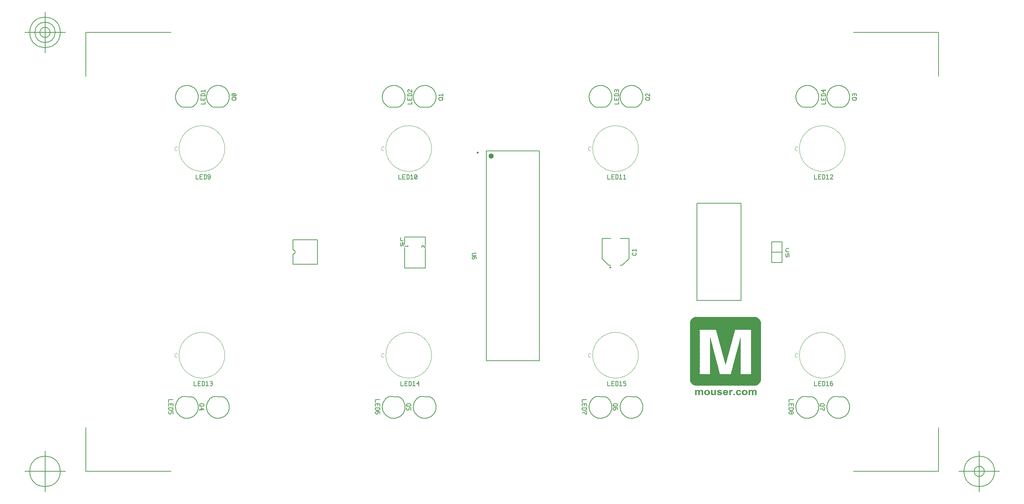
<source format=gbr>
G04 Generated by Ultiboard 13.0 *
%FSLAX34Y34*%
%MOMM*%

%ADD10C,0.0001*%
%ADD11C,0.1670*%
%ADD12C,0.0933*%
%ADD13C,0.0500*%
%ADD14C,0.2032*%
%ADD15C,0.1556*%
%ADD16C,0.2000*%
%ADD17C,0.2500*%
%ADD18C,0.0010*%
%ADD19C,0.1270*%
%ADD20C,1.30000*%
%ADD21C,0.50000*%


G04 ColorRGB FFFF00 for the following layer *
%LNSilkscreen Top*%
%LPD*%
G54D10*
G54D11*
X1758790Y189907D02*
X1758790Y179172D01*
X1765202Y179172D01*
X1774820Y179172D02*
X1768408Y179172D01*
X1768408Y184539D01*
X1768408Y189907D01*
X1774820Y189907D01*
X1768408Y184539D02*
X1772682Y184539D01*
X1778026Y179172D02*
X1782300Y179172D01*
X1784437Y181319D01*
X1784437Y187760D01*
X1782300Y189907D01*
X1778026Y189907D01*
X1779094Y189907D02*
X1779094Y179172D01*
X1788712Y187760D02*
X1790849Y189907D01*
X1790849Y179172D01*
X1787643Y179172D02*
X1794055Y179172D01*
X1802605Y189907D02*
X1799399Y189907D01*
X1797261Y187760D01*
X1797261Y183466D01*
X1797261Y181319D01*
X1799399Y179172D01*
X1801536Y179172D01*
X1803673Y181319D01*
X1803673Y183466D01*
X1801536Y185613D01*
X1799399Y185613D01*
X1797261Y183466D01*
X239599Y697907D02*
X239599Y687172D01*
X246011Y687172D01*
X255629Y687172D02*
X249217Y687172D01*
X249217Y692539D01*
X249217Y697907D01*
X255629Y697907D01*
X249217Y692539D02*
X253491Y692539D01*
X258834Y687172D02*
X263109Y687172D01*
X265246Y689319D01*
X265246Y695760D01*
X263109Y697907D01*
X258834Y697907D01*
X259903Y697907D02*
X259903Y687172D01*
X268452Y689319D02*
X270590Y687172D01*
X272727Y687172D01*
X274864Y689319D01*
X274864Y693613D01*
X274864Y695760D01*
X272727Y697907D01*
X270590Y697907D01*
X268452Y695760D01*
X268452Y693613D01*
X270590Y691466D01*
X272727Y691466D01*
X274864Y693613D01*
X1758790Y697907D02*
X1758790Y687172D01*
X1765202Y687172D01*
X1774820Y687172D02*
X1768408Y687172D01*
X1768408Y692539D01*
X1768408Y697907D01*
X1774820Y697907D01*
X1768408Y692539D02*
X1772682Y692539D01*
X1778026Y687172D02*
X1782300Y687172D01*
X1784437Y689319D01*
X1784437Y695760D01*
X1782300Y697907D01*
X1778026Y697907D01*
X1779094Y697907D02*
X1779094Y687172D01*
X1788712Y695760D02*
X1790849Y697907D01*
X1790849Y687172D01*
X1787643Y687172D02*
X1794055Y687172D01*
X1797261Y695760D02*
X1799399Y697907D01*
X1801536Y697907D01*
X1803673Y695760D01*
X1803673Y694686D01*
X1797261Y687172D01*
X1803673Y687172D01*
X1803673Y688245D01*
X234790Y189907D02*
X234790Y179172D01*
X241202Y179172D01*
X250820Y179172D02*
X244408Y179172D01*
X244408Y184539D01*
X244408Y189907D01*
X250820Y189907D01*
X244408Y184539D02*
X248682Y184539D01*
X254026Y179172D02*
X258300Y179172D01*
X260437Y181319D01*
X260437Y187760D01*
X258300Y189907D01*
X254026Y189907D01*
X255094Y189907D02*
X255094Y179172D01*
X264712Y187760D02*
X266849Y189907D01*
X266849Y179172D01*
X263643Y179172D02*
X270055Y179172D01*
X274330Y188833D02*
X275399Y189907D01*
X277536Y189907D01*
X279673Y187760D01*
X279673Y185613D01*
X278605Y184539D01*
X279673Y183466D01*
X279673Y181319D01*
X277536Y179172D01*
X275399Y179172D01*
X274330Y180245D01*
X275399Y184539D02*
X278605Y184539D01*
X183014Y144744D02*
X172280Y144744D01*
X172280Y138332D01*
X172280Y128714D02*
X172280Y135126D01*
X177647Y135126D01*
X183014Y135126D01*
X183014Y128714D01*
X177647Y135126D02*
X177647Y130851D01*
X172280Y125508D02*
X172280Y121233D01*
X174427Y119096D01*
X180867Y119096D01*
X183014Y121233D01*
X183014Y125508D01*
X183014Y124439D02*
X172280Y124439D01*
X183014Y109478D02*
X183014Y115890D01*
X178721Y115890D01*
X178721Y111615D01*
X176574Y109478D01*
X174427Y109478D01*
X172280Y111615D01*
X172280Y115890D01*
X250627Y135126D02*
X248480Y132989D01*
X248480Y130851D01*
X250627Y128714D01*
X257067Y128714D01*
X259214Y130851D01*
X259214Y132989D01*
X257067Y135126D01*
X250627Y135126D01*
X250627Y130851D02*
X248480Y128714D01*
X252774Y119096D02*
X252774Y125508D01*
X259214Y120165D01*
X248480Y120165D01*
X248480Y121233D02*
X248480Y119096D01*
X1707014Y144744D02*
X1696280Y144744D01*
X1696280Y138332D01*
X1696280Y128714D02*
X1696280Y135126D01*
X1701647Y135126D01*
X1707014Y135126D01*
X1707014Y128714D01*
X1701647Y135126D02*
X1701647Y130851D01*
X1696280Y125508D02*
X1696280Y121233D01*
X1698427Y119096D01*
X1704867Y119096D01*
X1707014Y121233D01*
X1707014Y125508D01*
X1707014Y124439D02*
X1696280Y124439D01*
X1696280Y111615D02*
X1696280Y113753D01*
X1698427Y115890D01*
X1700574Y115890D01*
X1701647Y114821D01*
X1702721Y115890D01*
X1704867Y115890D01*
X1707014Y113753D01*
X1707014Y111615D01*
X1704867Y109478D01*
X1702721Y109478D01*
X1701647Y110547D01*
X1700574Y109478D01*
X1698427Y109478D01*
X1696280Y111615D01*
X1701647Y114821D02*
X1701647Y110547D01*
X1774627Y135126D02*
X1772480Y132989D01*
X1772480Y130851D01*
X1774627Y128714D01*
X1781067Y128714D01*
X1783214Y130851D01*
X1783214Y132989D01*
X1781067Y135126D01*
X1774627Y135126D01*
X1774627Y130851D02*
X1772480Y128714D01*
X1772480Y122302D02*
X1777847Y122302D01*
X1781067Y119096D01*
X1783214Y119096D01*
X1783214Y125508D01*
X1781067Y125508D01*
X1775201Y871256D02*
X1785936Y871256D01*
X1785936Y877668D01*
X1785936Y887286D02*
X1785936Y880874D01*
X1780568Y880874D01*
X1775201Y880874D01*
X1775201Y887286D01*
X1780568Y880874D02*
X1780568Y885149D01*
X1785936Y890492D02*
X1785936Y894767D01*
X1783789Y896904D01*
X1777348Y896904D01*
X1775201Y894767D01*
X1775201Y890492D01*
X1775201Y891561D02*
X1785936Y891561D01*
X1781642Y906522D02*
X1781642Y900110D01*
X1775201Y905453D01*
X1785936Y905453D01*
X1785936Y904385D02*
X1785936Y906522D01*
X1859989Y880874D02*
X1862136Y883011D01*
X1862136Y885149D01*
X1859989Y887286D01*
X1853548Y887286D01*
X1851401Y885149D01*
X1851401Y883011D01*
X1853548Y880874D01*
X1859989Y880874D01*
X1859989Y885149D02*
X1862136Y887286D01*
X1852475Y891561D02*
X1851401Y892629D01*
X1851401Y894767D01*
X1853548Y896904D01*
X1855695Y896904D01*
X1856768Y895835D01*
X1857842Y896904D01*
X1859989Y896904D01*
X1862136Y894767D01*
X1862136Y892629D01*
X1861062Y891561D01*
X1856768Y892629D02*
X1856768Y895835D01*
X251201Y871256D02*
X261936Y871256D01*
X261936Y877668D01*
X261936Y887286D02*
X261936Y880874D01*
X256568Y880874D01*
X251201Y880874D01*
X251201Y887286D01*
X256568Y880874D02*
X256568Y885149D01*
X261936Y890492D02*
X261936Y894767D01*
X259789Y896904D01*
X253348Y896904D01*
X251201Y894767D01*
X251201Y890492D01*
X251201Y891561D02*
X261936Y891561D01*
X253348Y901179D02*
X251201Y903316D01*
X261936Y903316D01*
X261936Y900110D02*
X261936Y906522D01*
X759201Y871256D02*
X769936Y871256D01*
X769936Y877668D01*
X769936Y887286D02*
X769936Y880874D01*
X764568Y880874D01*
X759201Y880874D01*
X759201Y887286D01*
X764568Y880874D02*
X764568Y885149D01*
X769936Y890492D02*
X769936Y894767D01*
X767789Y896904D01*
X761348Y896904D01*
X759201Y894767D01*
X759201Y890492D01*
X759201Y891561D02*
X769936Y891561D01*
X761348Y900110D02*
X759201Y902247D01*
X759201Y904385D01*
X761348Y906522D01*
X762422Y906522D01*
X769936Y900110D01*
X769936Y906522D01*
X768862Y906522D01*
X843989Y880874D02*
X846136Y883011D01*
X846136Y885149D01*
X843989Y887286D01*
X837548Y887286D01*
X835401Y885149D01*
X835401Y883011D01*
X837548Y880874D01*
X843989Y880874D01*
X843989Y885149D02*
X846136Y887286D01*
X837548Y891561D02*
X835401Y893698D01*
X846136Y893698D01*
X846136Y890492D02*
X846136Y896904D01*
X737669Y697427D02*
X737669Y686692D01*
X744081Y686692D01*
X753699Y686692D02*
X747287Y686692D01*
X747287Y692059D01*
X747287Y697427D01*
X753699Y697427D01*
X747287Y692059D02*
X751561Y692059D01*
X756904Y686692D02*
X761179Y686692D01*
X763316Y688839D01*
X763316Y695280D01*
X761179Y697427D01*
X756904Y697427D01*
X757973Y697427D02*
X757973Y686692D01*
X767591Y695280D02*
X769728Y697427D01*
X769728Y686692D01*
X766522Y686692D02*
X772934Y686692D01*
X776140Y695280D02*
X778278Y697427D01*
X780415Y697427D01*
X782552Y695280D01*
X782552Y688839D01*
X780415Y686692D01*
X778278Y686692D01*
X776140Y688839D01*
X776140Y695280D01*
X782552Y695280D02*
X776140Y688839D01*
X1250790Y697907D02*
X1250790Y687172D01*
X1257202Y687172D01*
X1266820Y687172D02*
X1260408Y687172D01*
X1260408Y692539D01*
X1260408Y697907D01*
X1266820Y697907D01*
X1260408Y692539D02*
X1264682Y692539D01*
X1270026Y687172D02*
X1274300Y687172D01*
X1276437Y689319D01*
X1276437Y695760D01*
X1274300Y697907D01*
X1270026Y697907D01*
X1271094Y697907D02*
X1271094Y687172D01*
X1280712Y695760D02*
X1282849Y697907D01*
X1282849Y687172D01*
X1279643Y687172D02*
X1286055Y687172D01*
X1290330Y695760D02*
X1292467Y697907D01*
X1292467Y687172D01*
X1289261Y687172D02*
X1295673Y687172D01*
X1351989Y880874D02*
X1354136Y883011D01*
X1354136Y885149D01*
X1351989Y887286D01*
X1345548Y887286D01*
X1343401Y885149D01*
X1343401Y883011D01*
X1345548Y880874D01*
X1351989Y880874D01*
X1351989Y885149D02*
X1354136Y887286D01*
X1345548Y890492D02*
X1343401Y892629D01*
X1343401Y894767D01*
X1345548Y896904D01*
X1346622Y896904D01*
X1354136Y890492D01*
X1354136Y896904D01*
X1353062Y896904D01*
X1267201Y871256D02*
X1277936Y871256D01*
X1277936Y877668D01*
X1277936Y887286D02*
X1277936Y880874D01*
X1272568Y880874D01*
X1267201Y880874D01*
X1267201Y887286D01*
X1272568Y880874D02*
X1272568Y885149D01*
X1277936Y890492D02*
X1277936Y894767D01*
X1275789Y896904D01*
X1269348Y896904D01*
X1267201Y894767D01*
X1267201Y890492D01*
X1267201Y891561D02*
X1277936Y891561D01*
X1268275Y901179D02*
X1267201Y902247D01*
X1267201Y904385D01*
X1269348Y906522D01*
X1271495Y906522D01*
X1272568Y905453D01*
X1273642Y906522D01*
X1275789Y906522D01*
X1277936Y904385D01*
X1277936Y902247D01*
X1276862Y901179D01*
X1272568Y902247D02*
X1272568Y905453D01*
X1250790Y189907D02*
X1250790Y179172D01*
X1257202Y179172D01*
X1266820Y179172D02*
X1260408Y179172D01*
X1260408Y184539D01*
X1260408Y189907D01*
X1266820Y189907D01*
X1260408Y184539D02*
X1264682Y184539D01*
X1270026Y179172D02*
X1274300Y179172D01*
X1276437Y181319D01*
X1276437Y187760D01*
X1274300Y189907D01*
X1270026Y189907D01*
X1271094Y189907D02*
X1271094Y179172D01*
X1280712Y187760D02*
X1282849Y189907D01*
X1282849Y179172D01*
X1279643Y179172D02*
X1286055Y179172D01*
X1295673Y189907D02*
X1289261Y189907D01*
X1289261Y185613D01*
X1293536Y185613D01*
X1295673Y183466D01*
X1295673Y181319D01*
X1293536Y179172D01*
X1289261Y179172D01*
X1266627Y135126D02*
X1264480Y132989D01*
X1264480Y130851D01*
X1266627Y128714D01*
X1273067Y128714D01*
X1275214Y130851D01*
X1275214Y132989D01*
X1273067Y135126D01*
X1266627Y135126D01*
X1266627Y130851D02*
X1264480Y128714D01*
X1275214Y120165D02*
X1275214Y123371D01*
X1273067Y125508D01*
X1268774Y125508D01*
X1266627Y125508D01*
X1264480Y123371D01*
X1264480Y121233D01*
X1266627Y119096D01*
X1268774Y119096D01*
X1270921Y121233D01*
X1270921Y123371D01*
X1268774Y125508D01*
X1199014Y144744D02*
X1188280Y144744D01*
X1188280Y138332D01*
X1188280Y128714D02*
X1188280Y135126D01*
X1193647Y135126D01*
X1199014Y135126D01*
X1199014Y128714D01*
X1193647Y135126D02*
X1193647Y130851D01*
X1188280Y125508D02*
X1188280Y121233D01*
X1190427Y119096D01*
X1196867Y119096D01*
X1199014Y121233D01*
X1199014Y125508D01*
X1199014Y124439D02*
X1188280Y124439D01*
X1188280Y112684D02*
X1193647Y112684D01*
X1196867Y109478D01*
X1199014Y109478D01*
X1199014Y115890D01*
X1196867Y115890D01*
X742790Y189907D02*
X742790Y179172D01*
X749202Y179172D01*
X758820Y179172D02*
X752408Y179172D01*
X752408Y184539D01*
X752408Y189907D01*
X758820Y189907D01*
X752408Y184539D02*
X756682Y184539D01*
X762026Y179172D02*
X766300Y179172D01*
X768437Y181319D01*
X768437Y187760D01*
X766300Y189907D01*
X762026Y189907D01*
X763094Y189907D02*
X763094Y179172D01*
X772712Y187760D02*
X774849Y189907D01*
X774849Y179172D01*
X771643Y179172D02*
X778055Y179172D01*
X787673Y183466D02*
X781261Y183466D01*
X786605Y189907D01*
X786605Y179172D01*
X785536Y179172D02*
X787673Y179172D01*
X758627Y135126D02*
X756480Y132989D01*
X756480Y130851D01*
X758627Y128714D01*
X765067Y128714D01*
X767214Y130851D01*
X767214Y132989D01*
X765067Y135126D01*
X758627Y135126D01*
X758627Y130851D02*
X756480Y128714D01*
X767214Y119096D02*
X767214Y125508D01*
X762921Y125508D01*
X762921Y121233D01*
X760774Y119096D01*
X758627Y119096D01*
X756480Y121233D01*
X756480Y125508D01*
X691014Y144744D02*
X680280Y144744D01*
X680280Y138332D01*
X680280Y128714D02*
X680280Y135126D01*
X685647Y135126D01*
X691014Y135126D01*
X691014Y128714D01*
X685647Y135126D02*
X685647Y130851D01*
X680280Y125508D02*
X680280Y121233D01*
X682427Y119096D01*
X688867Y119096D01*
X691014Y121233D01*
X691014Y125508D01*
X691014Y124439D02*
X680280Y124439D01*
X691014Y110547D02*
X691014Y113753D01*
X688867Y115890D01*
X684574Y115890D01*
X682427Y115890D01*
X680280Y113753D01*
X680280Y111615D01*
X682427Y109478D01*
X684574Y109478D01*
X686721Y111615D01*
X686721Y113753D01*
X684574Y115890D01*
X335989Y880874D02*
X338136Y883011D01*
X338136Y885149D01*
X335989Y887286D01*
X329548Y887286D01*
X327401Y885149D01*
X327401Y883011D01*
X329548Y880874D01*
X335989Y880874D01*
X335989Y885149D02*
X338136Y887286D01*
X329548Y890492D02*
X327401Y892629D01*
X327401Y894767D01*
X329548Y896904D01*
X335989Y896904D01*
X338136Y894767D01*
X338136Y892629D01*
X335989Y890492D01*
X329548Y890492D01*
X329548Y896904D02*
X335989Y890492D01*
G54D12*
X1717579Y250930D02*
X1715588Y248930D01*
X1713597Y248930D01*
X1711606Y250930D01*
X1711606Y256930D01*
X1713597Y258930D01*
X1715588Y258930D01*
X1717579Y256930D01*
X193579Y758930D02*
X191588Y756930D01*
X189597Y756930D01*
X187606Y758930D01*
X187606Y764930D01*
X189597Y766930D01*
X191588Y766930D01*
X193579Y764930D01*
X1717579Y758930D02*
X1715588Y756930D01*
X1713597Y756930D01*
X1711606Y758930D01*
X1711606Y764930D01*
X1713597Y766930D01*
X1715588Y766930D01*
X1717579Y764930D01*
X193579Y250930D02*
X191588Y248930D01*
X189597Y248930D01*
X187606Y250930D01*
X187606Y256930D01*
X189597Y258930D01*
X191588Y258930D01*
X193579Y256930D01*
X701579Y758930D02*
X699588Y756930D01*
X697597Y756930D01*
X695606Y758930D01*
X695606Y764930D01*
X697597Y766930D01*
X699588Y766930D01*
X701579Y764930D01*
X1209579Y758930D02*
X1207588Y756930D01*
X1205597Y756930D01*
X1203606Y758930D01*
X1203606Y764930D01*
X1205597Y766930D01*
X1207588Y766930D01*
X1209579Y764930D01*
X1209579Y250930D02*
X1207588Y248930D01*
X1205597Y248930D01*
X1203606Y250930D01*
X1203606Y256930D01*
X1205597Y258930D01*
X1207588Y258930D01*
X1209579Y256930D01*
X701579Y250930D02*
X699588Y248930D01*
X697597Y248930D01*
X695606Y250930D01*
X695606Y256930D01*
X697597Y258930D01*
X699588Y258930D01*
X701579Y256930D01*
G54D13*
X1721750Y254000D02*
G75*
D01*
G02X1721750Y254000I56250J0*
G01*
X197750Y762000D02*
G75*
D01*
G02X197750Y762000I56250J0*
G01*
X1721750Y762000D02*
G75*
D01*
G02X1721750Y762000I56250J0*
G01*
X197750Y254000D02*
G75*
D01*
G02X197750Y254000I56250J0*
G01*
X705750Y762000D02*
G75*
D01*
G02X705750Y762000I56250J0*
G01*
X1213750Y762000D02*
G75*
D01*
G02X1213750Y762000I56250J0*
G01*
X1213750Y254000D02*
G75*
D01*
G02X1213750Y254000I56250J0*
G01*
X705750Y254000D02*
G75*
D01*
G02X705750Y254000I56250J0*
G01*
G54D14*
X1695936Y516449D02*
X1689888Y516449D01*
X1688376Y513627D01*
X1688376Y510804D01*
X1689888Y507982D01*
X1695936Y507982D01*
X1695936Y495282D02*
X1695936Y503749D01*
X1692912Y503749D01*
X1692912Y498104D01*
X1691400Y495282D01*
X1689888Y495282D01*
X1688376Y498104D01*
X1688376Y503749D01*
X1678700Y482300D02*
X1678700Y533100D01*
X1653300Y482300D02*
X1653300Y533100D01*
X1678700Y533100D01*
X1653300Y533100D01*
X1653300Y507700D02*
X1678700Y507700D01*
X1678700Y482300D02*
X1653300Y482300D01*
X205744Y152524D02*
X203562Y151437D01*
X201484Y150163D01*
X199525Y148713D01*
X197699Y147098D01*
X196021Y145330D01*
X194504Y143423D01*
X193159Y141390D01*
X191995Y139248D01*
X191024Y137013D01*
X190250Y134701D01*
X189681Y132331D01*
X189321Y129921D01*
X189172Y127488D01*
X189236Y125051D01*
X189512Y122629D01*
X189998Y120241D01*
X190690Y117904D01*
X191583Y115636D01*
X192671Y113454D01*
X193944Y111376D01*
X195394Y109417D01*
X197009Y107591D01*
X198777Y105913D01*
X200685Y104396D01*
X202718Y103051D01*
X204860Y101888D01*
X207095Y100916D01*
X209406Y100142D01*
X211777Y99573D01*
X214187Y99213D01*
X216620Y99064D01*
X219057Y99128D01*
X221479Y99404D01*
X223867Y99890D01*
X226204Y100582D01*
X228472Y101476D01*
X230653Y102563D01*
X232732Y103837D01*
X234691Y105287D01*
X236517Y106902D01*
X238194Y108670D01*
X239712Y110577D01*
X241057Y112610D01*
X242220Y114752D01*
X243192Y116987D01*
X243965Y119299D01*
X244534Y121669D01*
X244895Y124079D01*
X245044Y126512D01*
X244980Y128949D01*
X244704Y131371D01*
X244218Y133759D01*
X243526Y136096D01*
X242632Y138364D01*
X241545Y140546D01*
X240271Y142624D01*
X238821Y144583D01*
X237206Y146409D01*
X235438Y148087D01*
X233530Y149604D01*
X231498Y150949D01*
X229356Y152112D01*
X228916Y152322D01*
X205678Y152400D02*
X228749Y151977D01*
X281944Y152524D02*
X279762Y151437D01*
X277684Y150163D01*
X275725Y148713D01*
X273899Y147098D01*
X272221Y145330D01*
X270704Y143423D01*
X269359Y141390D01*
X268195Y139248D01*
X267224Y137013D01*
X266450Y134701D01*
X265881Y132331D01*
X265521Y129921D01*
X265372Y127488D01*
X265436Y125051D01*
X265712Y122629D01*
X266198Y120241D01*
X266890Y117904D01*
X267783Y115636D01*
X268871Y113454D01*
X270144Y111376D01*
X271594Y109417D01*
X273209Y107591D01*
X274977Y105913D01*
X276885Y104396D01*
X278918Y103051D01*
X281060Y101888D01*
X283295Y100916D01*
X285606Y100142D01*
X287977Y99573D01*
X290387Y99213D01*
X292820Y99064D01*
X295257Y99128D01*
X297679Y99404D01*
X300067Y99890D01*
X302404Y100582D01*
X304672Y101476D01*
X306853Y102563D01*
X308932Y103837D01*
X310891Y105287D01*
X312717Y106902D01*
X314394Y108670D01*
X315912Y110577D01*
X317257Y112610D01*
X318420Y114752D01*
X319392Y116987D01*
X320165Y119299D01*
X320734Y121669D01*
X321095Y124079D01*
X321244Y126512D01*
X321180Y128949D01*
X320904Y131371D01*
X320418Y133759D01*
X319726Y136096D01*
X318832Y138364D01*
X317745Y140546D01*
X316471Y142624D01*
X315021Y144583D01*
X313406Y146409D01*
X311638Y148087D01*
X309730Y149604D01*
X307698Y150949D01*
X305556Y152112D01*
X305116Y152322D01*
X281878Y152400D02*
X304949Y151977D01*
X1729744Y152524D02*
X1727562Y151437D01*
X1725484Y150163D01*
X1723525Y148713D01*
X1721699Y147098D01*
X1720021Y145330D01*
X1718504Y143423D01*
X1717159Y141390D01*
X1715995Y139248D01*
X1715024Y137013D01*
X1714250Y134701D01*
X1713681Y132331D01*
X1713321Y129921D01*
X1713172Y127488D01*
X1713236Y125051D01*
X1713512Y122629D01*
X1713998Y120241D01*
X1714690Y117904D01*
X1715583Y115636D01*
X1716671Y113454D01*
X1717944Y111376D01*
X1719394Y109417D01*
X1721009Y107591D01*
X1722777Y105913D01*
X1724685Y104396D01*
X1726718Y103051D01*
X1728860Y101888D01*
X1731095Y100916D01*
X1733406Y100142D01*
X1735777Y99573D01*
X1738187Y99213D01*
X1740620Y99064D01*
X1743057Y99128D01*
X1745479Y99404D01*
X1747867Y99890D01*
X1750204Y100582D01*
X1752472Y101476D01*
X1754653Y102563D01*
X1756732Y103837D01*
X1758691Y105287D01*
X1760517Y106902D01*
X1762194Y108670D01*
X1763712Y110577D01*
X1765057Y112610D01*
X1766220Y114752D01*
X1767192Y116987D01*
X1767965Y119299D01*
X1768534Y121669D01*
X1768895Y124079D01*
X1769044Y126512D01*
X1768980Y128949D01*
X1768704Y131371D01*
X1768218Y133759D01*
X1767526Y136096D01*
X1766632Y138364D01*
X1765545Y140546D01*
X1764271Y142624D01*
X1762821Y144583D01*
X1761206Y146409D01*
X1759438Y148087D01*
X1757530Y149604D01*
X1755498Y150949D01*
X1753356Y152112D01*
X1752916Y152322D01*
X1729678Y152400D02*
X1752749Y151977D01*
X1805944Y152524D02*
X1803762Y151437D01*
X1801684Y150163D01*
X1799725Y148713D01*
X1797899Y147098D01*
X1796221Y145330D01*
X1794704Y143423D01*
X1793359Y141390D01*
X1792195Y139248D01*
X1791224Y137013D01*
X1790450Y134701D01*
X1789881Y132331D01*
X1789521Y129921D01*
X1789372Y127488D01*
X1789436Y125051D01*
X1789712Y122629D01*
X1790198Y120241D01*
X1790890Y117904D01*
X1791783Y115636D01*
X1792871Y113454D01*
X1794144Y111376D01*
X1795594Y109417D01*
X1797209Y107591D01*
X1798977Y105913D01*
X1800885Y104396D01*
X1802918Y103051D01*
X1805060Y101888D01*
X1807295Y100916D01*
X1809606Y100142D01*
X1811977Y99573D01*
X1814387Y99213D01*
X1816820Y99064D01*
X1819257Y99128D01*
X1821679Y99404D01*
X1824067Y99890D01*
X1826404Y100582D01*
X1828672Y101476D01*
X1830853Y102563D01*
X1832932Y103837D01*
X1834891Y105287D01*
X1836717Y106902D01*
X1838394Y108670D01*
X1839912Y110577D01*
X1841257Y112610D01*
X1842420Y114752D01*
X1843392Y116987D01*
X1844165Y119299D01*
X1844734Y121669D01*
X1845095Y124079D01*
X1845244Y126512D01*
X1845180Y128949D01*
X1844904Y131371D01*
X1844418Y133759D01*
X1843726Y136096D01*
X1842832Y138364D01*
X1841745Y140546D01*
X1840471Y142624D01*
X1839021Y144583D01*
X1837406Y146409D01*
X1835638Y148087D01*
X1833730Y149604D01*
X1831698Y150949D01*
X1829556Y152112D01*
X1829116Y152322D01*
X1805878Y152400D02*
X1828949Y151977D01*
X1752472Y863476D02*
X1754653Y864563D01*
X1756732Y865837D01*
X1758691Y867287D01*
X1760517Y868902D01*
X1762194Y870670D01*
X1763712Y872577D01*
X1765057Y874610D01*
X1766220Y876752D01*
X1767192Y878987D01*
X1767965Y881299D01*
X1768534Y883669D01*
X1768895Y886079D01*
X1769044Y888512D01*
X1768980Y890949D01*
X1768704Y893371D01*
X1768218Y895759D01*
X1767526Y898096D01*
X1766632Y900364D01*
X1765545Y902546D01*
X1764271Y904624D01*
X1762821Y906583D01*
X1761206Y908409D01*
X1759438Y910087D01*
X1757530Y911604D01*
X1755498Y912949D01*
X1753356Y914112D01*
X1751121Y915084D01*
X1748809Y915858D01*
X1746439Y916427D01*
X1744028Y916787D01*
X1741595Y916936D01*
X1739159Y916872D01*
X1736737Y916596D01*
X1734348Y916110D01*
X1732011Y915418D01*
X1729744Y914524D01*
X1727562Y913437D01*
X1725484Y912163D01*
X1723525Y910713D01*
X1721699Y909098D01*
X1720021Y907330D01*
X1718504Y905423D01*
X1717159Y903390D01*
X1715995Y901248D01*
X1715024Y899013D01*
X1714250Y896701D01*
X1713681Y894331D01*
X1713321Y891921D01*
X1713172Y889488D01*
X1713236Y887051D01*
X1713512Y884629D01*
X1713998Y882241D01*
X1714690Y879904D01*
X1715583Y877636D01*
X1716671Y875454D01*
X1717944Y873376D01*
X1719394Y871417D01*
X1721009Y869591D01*
X1722777Y867913D01*
X1724685Y866396D01*
X1726718Y865051D01*
X1728860Y863888D01*
X1729300Y863678D01*
X1752538Y863600D02*
X1729466Y864023D01*
X1828672Y863476D02*
X1830853Y864563D01*
X1832932Y865837D01*
X1834891Y867287D01*
X1836717Y868902D01*
X1838394Y870670D01*
X1839912Y872577D01*
X1841257Y874610D01*
X1842420Y876752D01*
X1843392Y878987D01*
X1844165Y881299D01*
X1844734Y883669D01*
X1845095Y886079D01*
X1845244Y888512D01*
X1845180Y890949D01*
X1844904Y893371D01*
X1844418Y895759D01*
X1843726Y898096D01*
X1842832Y900364D01*
X1841745Y902546D01*
X1840471Y904624D01*
X1839021Y906583D01*
X1837406Y908409D01*
X1835638Y910087D01*
X1833730Y911604D01*
X1831698Y912949D01*
X1829556Y914112D01*
X1827321Y915084D01*
X1825009Y915858D01*
X1822639Y916427D01*
X1820228Y916787D01*
X1817795Y916936D01*
X1815359Y916872D01*
X1812937Y916596D01*
X1810548Y916110D01*
X1808211Y915418D01*
X1805944Y914524D01*
X1803762Y913437D01*
X1801684Y912163D01*
X1799725Y910713D01*
X1797899Y909098D01*
X1796221Y907330D01*
X1794704Y905423D01*
X1793359Y903390D01*
X1792195Y901248D01*
X1791224Y899013D01*
X1790450Y896701D01*
X1789881Y894331D01*
X1789521Y891921D01*
X1789372Y889488D01*
X1789436Y887051D01*
X1789712Y884629D01*
X1790198Y882241D01*
X1790890Y879904D01*
X1791783Y877636D01*
X1792871Y875454D01*
X1794144Y873376D01*
X1795594Y871417D01*
X1797209Y869591D01*
X1798977Y867913D01*
X1800885Y866396D01*
X1802918Y865051D01*
X1805060Y863888D01*
X1805500Y863678D01*
X1828738Y863600D02*
X1805666Y864023D01*
X228472Y863476D02*
X230653Y864563D01*
X232732Y865837D01*
X234691Y867287D01*
X236517Y868902D01*
X238194Y870670D01*
X239712Y872577D01*
X241057Y874610D01*
X242220Y876752D01*
X243192Y878987D01*
X243965Y881299D01*
X244534Y883669D01*
X244895Y886079D01*
X245044Y888512D01*
X244980Y890949D01*
X244704Y893371D01*
X244218Y895759D01*
X243526Y898096D01*
X242632Y900364D01*
X241545Y902546D01*
X240271Y904624D01*
X238821Y906583D01*
X237206Y908409D01*
X235438Y910087D01*
X233530Y911604D01*
X231498Y912949D01*
X229356Y914112D01*
X227121Y915084D01*
X224809Y915858D01*
X222439Y916427D01*
X220028Y916787D01*
X217595Y916936D01*
X215159Y916872D01*
X212737Y916596D01*
X210348Y916110D01*
X208011Y915418D01*
X205744Y914524D01*
X203562Y913437D01*
X201484Y912163D01*
X199525Y910713D01*
X197699Y909098D01*
X196021Y907330D01*
X194504Y905423D01*
X193159Y903390D01*
X191995Y901248D01*
X191024Y899013D01*
X190250Y896701D01*
X189681Y894331D01*
X189321Y891921D01*
X189172Y889488D01*
X189236Y887051D01*
X189512Y884629D01*
X189998Y882241D01*
X190690Y879904D01*
X191583Y877636D01*
X192671Y875454D01*
X193944Y873376D01*
X195394Y871417D01*
X197009Y869591D01*
X198777Y867913D01*
X200685Y866396D01*
X202718Y865051D01*
X204860Y863888D01*
X205300Y863678D01*
X228538Y863600D02*
X205466Y864023D01*
X736472Y863476D02*
X738653Y864563D01*
X740732Y865837D01*
X742691Y867287D01*
X744517Y868902D01*
X746194Y870670D01*
X747712Y872577D01*
X749057Y874610D01*
X750220Y876752D01*
X751192Y878987D01*
X751965Y881299D01*
X752534Y883669D01*
X752895Y886079D01*
X753044Y888512D01*
X752980Y890949D01*
X752704Y893371D01*
X752218Y895759D01*
X751526Y898096D01*
X750632Y900364D01*
X749545Y902546D01*
X748271Y904624D01*
X746821Y906583D01*
X745206Y908409D01*
X743438Y910087D01*
X741530Y911604D01*
X739498Y912949D01*
X737356Y914112D01*
X735121Y915084D01*
X732809Y915858D01*
X730439Y916427D01*
X728028Y916787D01*
X725595Y916936D01*
X723159Y916872D01*
X720737Y916596D01*
X718348Y916110D01*
X716011Y915418D01*
X713744Y914524D01*
X711562Y913437D01*
X709484Y912163D01*
X707525Y910713D01*
X705699Y909098D01*
X704021Y907330D01*
X702504Y905423D01*
X701159Y903390D01*
X699995Y901248D01*
X699024Y899013D01*
X698250Y896701D01*
X697681Y894331D01*
X697321Y891921D01*
X697172Y889488D01*
X697236Y887051D01*
X697512Y884629D01*
X697998Y882241D01*
X698690Y879904D01*
X699583Y877636D01*
X700671Y875454D01*
X701944Y873376D01*
X703394Y871417D01*
X705009Y869591D01*
X706777Y867913D01*
X708685Y866396D01*
X710718Y865051D01*
X712860Y863888D01*
X713300Y863678D01*
X736538Y863600D02*
X713466Y864023D01*
X812672Y863476D02*
X814853Y864563D01*
X816932Y865837D01*
X818891Y867287D01*
X820717Y868902D01*
X822394Y870670D01*
X823912Y872577D01*
X825257Y874610D01*
X826420Y876752D01*
X827392Y878987D01*
X828165Y881299D01*
X828734Y883669D01*
X829095Y886079D01*
X829244Y888512D01*
X829180Y890949D01*
X828904Y893371D01*
X828418Y895759D01*
X827726Y898096D01*
X826832Y900364D01*
X825745Y902546D01*
X824471Y904624D01*
X823021Y906583D01*
X821406Y908409D01*
X819638Y910087D01*
X817730Y911604D01*
X815698Y912949D01*
X813556Y914112D01*
X811321Y915084D01*
X809009Y915858D01*
X806639Y916427D01*
X804228Y916787D01*
X801795Y916936D01*
X799359Y916872D01*
X796937Y916596D01*
X794548Y916110D01*
X792211Y915418D01*
X789944Y914524D01*
X787762Y913437D01*
X785684Y912163D01*
X783725Y910713D01*
X781899Y909098D01*
X780221Y907330D01*
X778704Y905423D01*
X777359Y903390D01*
X776195Y901248D01*
X775224Y899013D01*
X774450Y896701D01*
X773881Y894331D01*
X773521Y891921D01*
X773372Y889488D01*
X773436Y887051D01*
X773712Y884629D01*
X774198Y882241D01*
X774890Y879904D01*
X775783Y877636D01*
X776871Y875454D01*
X778144Y873376D01*
X779594Y871417D01*
X781209Y869591D01*
X782977Y867913D01*
X784885Y866396D01*
X786918Y865051D01*
X789060Y863888D01*
X789500Y863678D01*
X812738Y863600D02*
X789666Y864023D01*
X1470000Y627500D02*
X1470000Y388500D01*
X1578000Y388500D01*
X1578000Y627500D01*
X1470000Y627500D01*
X1320672Y863476D02*
X1322853Y864563D01*
X1324932Y865837D01*
X1326891Y867287D01*
X1328717Y868902D01*
X1330394Y870670D01*
X1331912Y872577D01*
X1333257Y874610D01*
X1334420Y876752D01*
X1335392Y878987D01*
X1336165Y881299D01*
X1336734Y883669D01*
X1337095Y886079D01*
X1337244Y888512D01*
X1337180Y890949D01*
X1336904Y893371D01*
X1336418Y895759D01*
X1335726Y898096D01*
X1334832Y900364D01*
X1333745Y902546D01*
X1332471Y904624D01*
X1331021Y906583D01*
X1329406Y908409D01*
X1327638Y910087D01*
X1325730Y911604D01*
X1323698Y912949D01*
X1321556Y914112D01*
X1319321Y915084D01*
X1317009Y915858D01*
X1314639Y916427D01*
X1312228Y916787D01*
X1309795Y916936D01*
X1307359Y916872D01*
X1304937Y916596D01*
X1302548Y916110D01*
X1300211Y915418D01*
X1297944Y914524D01*
X1295762Y913437D01*
X1293684Y912163D01*
X1291725Y910713D01*
X1289899Y909098D01*
X1288221Y907330D01*
X1286704Y905423D01*
X1285359Y903390D01*
X1284195Y901248D01*
X1283224Y899013D01*
X1282450Y896701D01*
X1281881Y894331D01*
X1281521Y891921D01*
X1281372Y889488D01*
X1281436Y887051D01*
X1281712Y884629D01*
X1282198Y882241D01*
X1282890Y879904D01*
X1283783Y877636D01*
X1284871Y875454D01*
X1286144Y873376D01*
X1287594Y871417D01*
X1289209Y869591D01*
X1290977Y867913D01*
X1292885Y866396D01*
X1294918Y865051D01*
X1297060Y863888D01*
X1297500Y863678D01*
X1320738Y863600D02*
X1297666Y864023D01*
X1244472Y863476D02*
X1246653Y864563D01*
X1248732Y865837D01*
X1250691Y867287D01*
X1252517Y868902D01*
X1254194Y870670D01*
X1255712Y872577D01*
X1257057Y874610D01*
X1258220Y876752D01*
X1259192Y878987D01*
X1259965Y881299D01*
X1260534Y883669D01*
X1260895Y886079D01*
X1261044Y888512D01*
X1260980Y890949D01*
X1260704Y893371D01*
X1260218Y895759D01*
X1259526Y898096D01*
X1258632Y900364D01*
X1257545Y902546D01*
X1256271Y904624D01*
X1254821Y906583D01*
X1253206Y908409D01*
X1251438Y910087D01*
X1249530Y911604D01*
X1247498Y912949D01*
X1245356Y914112D01*
X1243121Y915084D01*
X1240809Y915858D01*
X1238439Y916427D01*
X1236028Y916787D01*
X1233595Y916936D01*
X1231159Y916872D01*
X1228737Y916596D01*
X1226348Y916110D01*
X1224011Y915418D01*
X1221744Y914524D01*
X1219562Y913437D01*
X1217484Y912163D01*
X1215525Y910713D01*
X1213699Y909098D01*
X1212021Y907330D01*
X1210504Y905423D01*
X1209159Y903390D01*
X1207995Y901248D01*
X1207024Y899013D01*
X1206250Y896701D01*
X1205681Y894331D01*
X1205321Y891921D01*
X1205172Y889488D01*
X1205236Y887051D01*
X1205512Y884629D01*
X1205998Y882241D01*
X1206690Y879904D01*
X1207583Y877636D01*
X1208671Y875454D01*
X1209944Y873376D01*
X1211394Y871417D01*
X1213009Y869591D01*
X1214777Y867913D01*
X1216685Y866396D01*
X1218718Y865051D01*
X1220860Y863888D01*
X1221300Y863678D01*
X1244538Y863600D02*
X1221466Y864023D01*
X742956Y543289D02*
X741445Y540467D01*
X741445Y537644D01*
X742956Y534822D01*
X749004Y534822D01*
X749004Y522122D02*
X749004Y530589D01*
X745980Y530589D01*
X745980Y524944D01*
X744468Y522122D01*
X742956Y522122D01*
X741445Y524944D01*
X741445Y530589D01*
X752300Y468500D02*
X752300Y519300D01*
X794633Y519300D02*
X794633Y523533D01*
X798866Y521417D02*
X798874Y521233D01*
X798898Y521049D01*
X798938Y520869D01*
X798994Y520693D01*
X799065Y520522D01*
X799150Y520359D01*
X799249Y520203D01*
X799362Y520056D01*
X799486Y519920D01*
X799622Y519796D01*
X799769Y519683D01*
X799925Y519584D01*
X800088Y519499D01*
X800259Y519428D01*
X800435Y519372D01*
X800615Y519332D01*
X800799Y519308D01*
X800983Y519300D01*
X801167Y519308D01*
X801351Y519332D01*
X801531Y519372D01*
X801707Y519428D01*
X801878Y519499D01*
X802041Y519584D01*
X802197Y519683D01*
X802344Y519796D01*
X802480Y519920D01*
X802604Y520056D01*
X802717Y520203D01*
X802816Y520359D01*
X802901Y520522D01*
X802972Y520693D01*
X803028Y520869D01*
X803068Y521049D01*
X803092Y521233D01*
X803100Y521417D01*
X803092Y521601D01*
X803068Y521785D01*
X803028Y521965D01*
X802972Y522141D01*
X802901Y522312D01*
X802816Y522475D01*
X802717Y522631D01*
X802604Y522778D01*
X802480Y522914D01*
X802344Y523038D01*
X802197Y523151D01*
X802041Y523250D01*
X801878Y523335D01*
X801707Y523406D01*
X801531Y523462D01*
X801351Y523502D01*
X801167Y523526D01*
X800983Y523534D01*
X752300Y544700D02*
X803100Y544700D01*
X752300Y525650D02*
X752300Y544700D01*
X758650Y523533D02*
X760767Y521417D01*
X752300Y521417D01*
X803100Y544700D02*
X803100Y525650D01*
X794633Y523533D02*
X796750Y523533D01*
X798867Y521417D02*
X798859Y521601D01*
X798835Y521785D01*
X798795Y521965D01*
X798739Y522141D01*
X798668Y522312D01*
X798583Y522475D01*
X798484Y522631D01*
X798371Y522778D01*
X798247Y522914D01*
X798111Y523038D01*
X797964Y523151D01*
X797808Y523250D01*
X797645Y523335D01*
X797474Y523406D01*
X797298Y523462D01*
X797118Y523502D01*
X796934Y523526D01*
X796750Y523534D01*
X752300Y468500D02*
X752300Y517183D01*
X803100Y468500D02*
X803100Y517183D01*
X803100Y468500D02*
X752300Y468500D01*
X478000Y478000D02*
X538000Y478000D01*
X538000Y538000D01*
X478000Y538000D01*
X478000Y503000D02*
X478436Y503019D01*
X478868Y503076D01*
X479294Y503170D01*
X479710Y503302D01*
X480113Y503468D01*
X480500Y503670D01*
X480868Y503904D01*
X481214Y504170D01*
X481536Y504464D01*
X481830Y504786D01*
X482096Y505132D01*
X482330Y505500D01*
X482532Y505887D01*
X482698Y506290D01*
X482830Y506706D01*
X482924Y507132D01*
X482981Y507564D01*
X483000Y508000D01*
X482981Y508436D01*
X482924Y508868D01*
X482830Y509294D01*
X482698Y509710D01*
X482532Y510113D01*
X482330Y510500D01*
X482096Y510868D01*
X481830Y511214D01*
X481536Y511536D01*
X481214Y511830D01*
X480868Y512096D01*
X480500Y512330D01*
X480113Y512532D01*
X479710Y512698D01*
X479294Y512830D01*
X478868Y512924D01*
X478436Y512981D01*
X478000Y513000D01*
X478000Y538000D02*
X478000Y513000D01*
X478000Y503000D02*
X478000Y478000D01*
X1297944Y152524D02*
X1295762Y151437D01*
X1293684Y150163D01*
X1291725Y148713D01*
X1289899Y147098D01*
X1288221Y145330D01*
X1286704Y143423D01*
X1285359Y141390D01*
X1284195Y139248D01*
X1283224Y137013D01*
X1282450Y134701D01*
X1281881Y132331D01*
X1281521Y129921D01*
X1281372Y127488D01*
X1281436Y125051D01*
X1281712Y122629D01*
X1282198Y120241D01*
X1282890Y117904D01*
X1283783Y115636D01*
X1284871Y113454D01*
X1286144Y111376D01*
X1287594Y109417D01*
X1289209Y107591D01*
X1290977Y105913D01*
X1292885Y104396D01*
X1294918Y103051D01*
X1297060Y101888D01*
X1299295Y100916D01*
X1301606Y100142D01*
X1303977Y99573D01*
X1306387Y99213D01*
X1308820Y99064D01*
X1311257Y99128D01*
X1313679Y99404D01*
X1316067Y99890D01*
X1318404Y100582D01*
X1320672Y101476D01*
X1322853Y102563D01*
X1324932Y103837D01*
X1326891Y105287D01*
X1328717Y106902D01*
X1330394Y108670D01*
X1331912Y110577D01*
X1333257Y112610D01*
X1334420Y114752D01*
X1335392Y116987D01*
X1336165Y119299D01*
X1336734Y121669D01*
X1337095Y124079D01*
X1337244Y126512D01*
X1337180Y128949D01*
X1336904Y131371D01*
X1336418Y133759D01*
X1335726Y136096D01*
X1334832Y138364D01*
X1333745Y140546D01*
X1332471Y142624D01*
X1331021Y144583D01*
X1329406Y146409D01*
X1327638Y148087D01*
X1325730Y149604D01*
X1323698Y150949D01*
X1321556Y152112D01*
X1321116Y152322D01*
X1297878Y152400D02*
X1320949Y151977D01*
X1221744Y152524D02*
X1219562Y151437D01*
X1217484Y150163D01*
X1215525Y148713D01*
X1213699Y147098D01*
X1212021Y145330D01*
X1210504Y143423D01*
X1209159Y141390D01*
X1207995Y139248D01*
X1207024Y137013D01*
X1206250Y134701D01*
X1205681Y132331D01*
X1205321Y129921D01*
X1205172Y127488D01*
X1205236Y125051D01*
X1205512Y122629D01*
X1205998Y120241D01*
X1206690Y117904D01*
X1207583Y115636D01*
X1208671Y113454D01*
X1209944Y111376D01*
X1211394Y109417D01*
X1213009Y107591D01*
X1214777Y105913D01*
X1216685Y104396D01*
X1218718Y103051D01*
X1220860Y101888D01*
X1223095Y100916D01*
X1225406Y100142D01*
X1227777Y99573D01*
X1230187Y99213D01*
X1232620Y99064D01*
X1235057Y99128D01*
X1237479Y99404D01*
X1239867Y99890D01*
X1242204Y100582D01*
X1244472Y101476D01*
X1246653Y102563D01*
X1248732Y103837D01*
X1250691Y105287D01*
X1252517Y106902D01*
X1254194Y108670D01*
X1255712Y110577D01*
X1257057Y112610D01*
X1258220Y114752D01*
X1259192Y116987D01*
X1259965Y119299D01*
X1260534Y121669D01*
X1260895Y124079D01*
X1261044Y126512D01*
X1260980Y128949D01*
X1260704Y131371D01*
X1260218Y133759D01*
X1259526Y136096D01*
X1258632Y138364D01*
X1257545Y140546D01*
X1256271Y142624D01*
X1254821Y144583D01*
X1253206Y146409D01*
X1251438Y148087D01*
X1249530Y149604D01*
X1247498Y150949D01*
X1245356Y152112D01*
X1244916Y152322D01*
X1221678Y152400D02*
X1244749Y151977D01*
X789944Y152524D02*
X787762Y151437D01*
X785684Y150163D01*
X783725Y148713D01*
X781899Y147098D01*
X780221Y145330D01*
X778704Y143423D01*
X777359Y141390D01*
X776195Y139248D01*
X775224Y137013D01*
X774450Y134701D01*
X773881Y132331D01*
X773521Y129921D01*
X773372Y127488D01*
X773436Y125051D01*
X773712Y122629D01*
X774198Y120241D01*
X774890Y117904D01*
X775783Y115636D01*
X776871Y113454D01*
X778144Y111376D01*
X779594Y109417D01*
X781209Y107591D01*
X782977Y105913D01*
X784885Y104396D01*
X786918Y103051D01*
X789060Y101888D01*
X791295Y100916D01*
X793606Y100142D01*
X795977Y99573D01*
X798387Y99213D01*
X800820Y99064D01*
X803257Y99128D01*
X805679Y99404D01*
X808067Y99890D01*
X810404Y100582D01*
X812672Y101476D01*
X814853Y102563D01*
X816932Y103837D01*
X818891Y105287D01*
X820717Y106902D01*
X822394Y108670D01*
X823912Y110577D01*
X825257Y112610D01*
X826420Y114752D01*
X827392Y116987D01*
X828165Y119299D01*
X828734Y121669D01*
X829095Y124079D01*
X829244Y126512D01*
X829180Y128949D01*
X828904Y131371D01*
X828418Y133759D01*
X827726Y136096D01*
X826832Y138364D01*
X825745Y140546D01*
X824471Y142624D01*
X823021Y144583D01*
X821406Y146409D01*
X819638Y148087D01*
X817730Y149604D01*
X815698Y150949D01*
X813556Y152112D01*
X813116Y152322D01*
X789878Y152400D02*
X812949Y151977D01*
X713744Y152524D02*
X711562Y151437D01*
X709484Y150163D01*
X707525Y148713D01*
X705699Y147098D01*
X704021Y145330D01*
X702504Y143423D01*
X701159Y141390D01*
X699995Y139248D01*
X699024Y137013D01*
X698250Y134701D01*
X697681Y132331D01*
X697321Y129921D01*
X697172Y127488D01*
X697236Y125051D01*
X697512Y122629D01*
X697998Y120241D01*
X698690Y117904D01*
X699583Y115636D01*
X700671Y113454D01*
X701944Y111376D01*
X703394Y109417D01*
X705009Y107591D01*
X706777Y105913D01*
X708685Y104396D01*
X710718Y103051D01*
X712860Y101888D01*
X715095Y100916D01*
X717406Y100142D01*
X719777Y99573D01*
X722187Y99213D01*
X724620Y99064D01*
X727057Y99128D01*
X729479Y99404D01*
X731867Y99890D01*
X734204Y100582D01*
X736472Y101476D01*
X738653Y102563D01*
X740732Y103837D01*
X742691Y105287D01*
X744517Y106902D01*
X746194Y108670D01*
X747712Y110577D01*
X749057Y112610D01*
X750220Y114752D01*
X751192Y116987D01*
X751965Y119299D01*
X752534Y121669D01*
X752895Y124079D01*
X753044Y126512D01*
X752980Y128949D01*
X752704Y131371D01*
X752218Y133759D01*
X751526Y136096D01*
X750632Y138364D01*
X749545Y140546D01*
X748271Y142624D01*
X746821Y144583D01*
X745206Y146409D01*
X743438Y148087D01*
X741530Y149604D01*
X739498Y150949D01*
X737356Y152112D01*
X736916Y152322D01*
X713678Y152400D02*
X736749Y151977D01*
X304672Y863476D02*
X306853Y864563D01*
X308932Y865837D01*
X310891Y867287D01*
X312717Y868902D01*
X314394Y870670D01*
X315912Y872577D01*
X317257Y874610D01*
X318420Y876752D01*
X319392Y878987D01*
X320165Y881299D01*
X320734Y883669D01*
X321095Y886079D01*
X321244Y888512D01*
X321180Y890949D01*
X320904Y893371D01*
X320418Y895759D01*
X319726Y898096D01*
X318832Y900364D01*
X317745Y902546D01*
X316471Y904624D01*
X315021Y906583D01*
X313406Y908409D01*
X311638Y910087D01*
X309730Y911604D01*
X307698Y912949D01*
X305556Y914112D01*
X303321Y915084D01*
X301009Y915858D01*
X298639Y916427D01*
X296228Y916787D01*
X293795Y916936D01*
X291359Y916872D01*
X288937Y916596D01*
X286548Y916110D01*
X284211Y915418D01*
X281944Y914524D01*
X279762Y913437D01*
X277684Y912163D01*
X275725Y910713D01*
X273899Y909098D01*
X272221Y907330D01*
X270704Y905423D01*
X269359Y903390D01*
X268195Y901248D01*
X267224Y899013D01*
X266450Y896701D01*
X265881Y894331D01*
X265521Y891921D01*
X265372Y889488D01*
X265436Y887051D01*
X265712Y884629D01*
X266198Y882241D01*
X266890Y879904D01*
X267783Y877636D01*
X268871Y875454D01*
X270144Y873376D01*
X271594Y871417D01*
X273209Y869591D01*
X274977Y867913D01*
X276885Y866396D01*
X278918Y865051D01*
X281060Y863888D01*
X281500Y863678D01*
X304738Y863600D02*
X281666Y864023D01*
X927845Y504924D02*
X919845Y504924D01*
X917845Y502933D01*
X917845Y500942D01*
X919845Y498951D01*
X927845Y498951D01*
X927845Y490987D02*
X927845Y493973D01*
X925845Y495964D01*
X921845Y495964D01*
X919845Y495964D01*
X917845Y493973D01*
X917845Y491982D01*
X919845Y489991D01*
X921845Y489991D01*
X923845Y491982D01*
X923845Y493973D01*
X921845Y495964D01*
X1083195Y240500D02*
X1083195Y756100D01*
X952295Y756100D02*
X952295Y240500D01*
X1083195Y756100D02*
X952295Y756100D01*
X952295Y240500D02*
X1083195Y240500D01*
G54D15*
X1319000Y506009D02*
X1321000Y504018D01*
X1321000Y502027D01*
X1319000Y500036D01*
X1313000Y500036D01*
X1311000Y502027D01*
X1311000Y504018D01*
X1313000Y506009D01*
X1313000Y509991D02*
X1311000Y511982D01*
X1321000Y511982D01*
X1321000Y508996D02*
X1321000Y514969D01*
G54D16*
X1237000Y491500D02*
X1237000Y541000D01*
X1303000Y491500D02*
X1303000Y541000D01*
X1281500Y475000D02*
X1286500Y475000D01*
X1303000Y491500D01*
X1258500Y475000D02*
X1253500Y475000D01*
X1237000Y491500D01*
X1303000Y541000D02*
X1281500Y541000D01*
X1237000Y541000D02*
X1258500Y541000D01*
G54D17*
X1255750Y470000D02*
G75*
D01*
G02X1255750Y470000I1250J0*
G01*
G54D18*
G36*
X1465089Y347730D02*
X1465089Y347730D01*
X1614575Y347730D01*
X1614575Y347981D01*
X1465089Y347980D01*
X1465089Y347730D01*
D02*
G37*
G36*
X1614846Y347730D02*
X1614846Y347730D01*
X1615118Y347730D01*
X1615118Y347981D01*
X1614846Y347980D01*
X1614846Y347730D01*
D02*
G37*
G36*
X1464275Y347480D02*
X1464275Y347480D01*
X1615931Y347480D01*
X1615931Y347731D01*
X1464275Y347730D01*
X1464275Y347480D01*
D02*
G37*
G36*
X1463461Y347230D02*
X1463461Y347230D01*
X1616745Y347230D01*
X1616745Y347481D01*
X1463461Y347480D01*
X1463461Y347230D01*
D02*
G37*
G36*
X1462647Y346980D02*
X1462647Y346980D01*
X1462918Y346980D01*
X1462918Y347231D01*
X1462647Y347230D01*
X1462647Y346980D01*
D02*
G37*
G36*
X1463189Y346980D02*
X1463189Y346980D01*
X1617017Y346980D01*
X1617017Y347231D01*
X1463189Y347230D01*
X1463189Y346980D01*
D02*
G37*
G36*
X1462376Y346730D02*
X1462376Y346730D01*
X1617831Y346730D01*
X1617831Y346981D01*
X1462376Y346980D01*
X1462376Y346730D01*
D02*
G37*
G36*
X1461562Y346480D02*
X1461562Y346480D01*
X1618102Y346480D01*
X1618102Y346732D01*
X1461562Y346730D01*
X1461562Y346480D01*
D02*
G37*
G36*
X1461290Y346230D02*
X1461290Y346230D01*
X1618916Y346230D01*
X1618916Y346482D01*
X1461290Y346480D01*
X1461290Y346230D01*
D02*
G37*
G36*
X1461019Y345980D02*
X1461019Y345980D01*
X1619187Y345980D01*
X1619187Y346232D01*
X1461019Y346230D01*
X1461019Y345980D01*
D02*
G37*
G36*
X1460205Y345731D02*
X1460205Y345731D01*
X1619730Y345731D01*
X1619730Y345982D01*
X1460205Y345980D01*
X1460205Y345731D01*
D02*
G37*
G36*
X1459934Y345481D02*
X1459934Y345481D01*
X1620001Y345481D01*
X1620001Y345732D01*
X1459934Y345731D01*
X1459934Y345481D01*
D02*
G37*
G36*
X1459663Y345231D02*
X1459663Y345231D01*
X1620544Y345231D01*
X1620544Y345482D01*
X1459663Y345481D01*
X1459663Y345231D01*
D02*
G37*
G36*
X1459391Y344981D02*
X1459391Y344981D01*
X1620815Y344981D01*
X1620815Y345232D01*
X1459391Y345231D01*
X1459391Y344981D01*
D02*
G37*
G36*
X1459120Y344731D02*
X1459120Y344731D01*
X1621086Y344731D01*
X1621086Y344982D01*
X1459120Y344981D01*
X1459120Y344731D01*
D02*
G37*
G36*
X1458849Y344481D02*
X1458849Y344481D01*
X1621357Y344481D01*
X1621357Y344732D01*
X1458849Y344731D01*
X1458849Y344481D01*
D02*
G37*
G36*
X1458035Y344231D02*
X1458035Y344231D01*
X1621629Y344231D01*
X1621629Y344482D01*
X1458035Y344481D01*
X1458035Y344231D01*
D02*
G37*
G36*
X1458306Y343981D02*
X1458306Y343981D01*
X1621900Y343981D01*
X1621900Y344232D01*
X1458306Y344231D01*
X1458306Y343981D01*
D02*
G37*
G36*
X1457763Y343731D02*
X1457763Y343731D01*
X1622171Y343731D01*
X1622171Y343982D01*
X1457763Y343981D01*
X1457763Y343731D01*
D02*
G37*
G36*
X1457763Y343481D02*
X1457763Y343481D01*
X1622443Y343481D01*
X1622443Y343732D01*
X1457763Y343731D01*
X1457763Y343481D01*
D02*
G37*
G36*
X1457221Y343231D02*
X1457221Y343231D01*
X1622714Y343231D01*
X1622714Y343482D01*
X1457221Y343481D01*
X1457221Y343231D01*
D02*
G37*
G36*
X1457221Y342981D02*
X1457221Y342981D01*
X1622985Y342981D01*
X1622985Y343232D01*
X1457221Y343231D01*
X1457221Y342981D01*
D02*
G37*
G36*
X1456950Y342731D02*
X1456950Y342731D01*
X1623257Y342731D01*
X1623257Y342982D01*
X1456950Y342981D01*
X1456950Y342731D01*
D02*
G37*
G36*
X1456678Y342481D02*
X1456678Y342481D01*
X1623528Y342481D01*
X1623528Y342732D01*
X1456678Y342731D01*
X1456678Y342481D01*
D02*
G37*
G36*
X1456407Y342231D02*
X1456407Y342231D01*
X1623799Y342231D01*
X1623799Y342483D01*
X1456407Y342481D01*
X1456407Y342231D01*
D02*
G37*
G36*
X1456136Y341981D02*
X1456136Y341981D01*
X1623799Y341981D01*
X1623799Y342233D01*
X1456136Y342231D01*
X1456136Y341981D01*
D02*
G37*
G36*
X1455864Y341732D02*
X1455864Y341732D01*
X1624070Y341732D01*
X1624070Y341983D01*
X1455864Y341981D01*
X1455864Y341732D01*
D02*
G37*
G36*
X1455864Y341482D02*
X1455864Y341482D01*
X1624070Y341482D01*
X1624070Y341733D01*
X1455864Y341732D01*
X1455864Y341482D01*
D02*
G37*
G36*
X1455593Y341232D02*
X1455593Y341232D01*
X1624342Y341232D01*
X1624342Y341483D01*
X1455593Y341482D01*
X1455593Y341232D01*
D02*
G37*
G36*
X1455593Y340982D02*
X1455593Y340982D01*
X1624613Y340982D01*
X1624613Y341233D01*
X1455593Y341232D01*
X1455593Y340982D01*
D02*
G37*
G36*
X1455322Y340732D02*
X1455322Y340732D01*
X1624884Y340732D01*
X1624884Y340983D01*
X1455322Y340982D01*
X1455322Y340732D01*
D02*
G37*
G36*
X1455050Y340482D02*
X1455050Y340482D01*
X1624884Y340482D01*
X1624884Y340733D01*
X1455050Y340732D01*
X1455050Y340482D01*
D02*
G37*
G36*
X1454779Y340232D02*
X1454779Y340232D01*
X1625156Y340232D01*
X1625156Y340483D01*
X1454779Y340482D01*
X1454779Y340232D01*
D02*
G37*
G36*
X1455050Y339982D02*
X1455050Y339982D01*
X1625156Y339982D01*
X1625156Y340233D01*
X1455050Y340232D01*
X1455050Y339982D01*
D02*
G37*
G36*
X1454779Y339732D02*
X1454779Y339732D01*
X1625427Y339732D01*
X1625427Y339983D01*
X1454779Y339982D01*
X1454779Y339732D01*
D02*
G37*
G36*
X1454508Y339482D02*
X1454508Y339482D01*
X1625427Y339482D01*
X1625427Y339733D01*
X1454508Y339732D01*
X1454508Y339482D01*
D02*
G37*
G36*
X1454237Y339232D02*
X1454237Y339232D01*
X1625698Y339232D01*
X1625698Y339483D01*
X1454237Y339482D01*
X1454237Y339232D01*
D02*
G37*
G36*
X1454508Y338982D02*
X1454508Y338982D01*
X1625698Y338982D01*
X1625698Y339233D01*
X1454508Y339232D01*
X1454508Y338982D01*
D02*
G37*
G36*
X1454237Y338732D02*
X1454237Y338732D01*
X1625970Y338732D01*
X1625970Y338983D01*
X1454237Y338982D01*
X1454237Y338732D01*
D02*
G37*
G36*
X1453965Y338482D02*
X1453965Y338482D01*
X1625970Y338482D01*
X1625970Y338733D01*
X1453965Y338732D01*
X1453965Y338482D01*
D02*
G37*
G36*
X1453694Y338232D02*
X1453694Y338232D01*
X1625970Y338232D01*
X1625970Y338483D01*
X1453694Y338482D01*
X1453694Y338232D01*
D02*
G37*
G36*
X1453965Y337982D02*
X1453965Y337982D01*
X1626241Y337982D01*
X1626241Y338234D01*
X1453965Y338232D01*
X1453965Y337982D01*
D02*
G37*
G36*
X1453694Y337733D02*
X1453694Y337733D01*
X1626512Y337733D01*
X1626512Y337984D01*
X1453694Y337982D01*
X1453694Y337733D01*
D02*
G37*
G36*
X1453694Y337483D02*
X1453694Y337483D01*
X1626241Y337483D01*
X1626241Y337734D01*
X1453694Y337733D01*
X1453694Y337483D01*
D02*
G37*
G36*
X1453694Y337233D02*
X1453694Y337233D01*
X1626512Y337233D01*
X1626512Y337484D01*
X1453694Y337483D01*
X1453694Y337233D01*
D02*
G37*
G36*
X1453423Y336983D02*
X1453423Y336983D01*
X1626512Y336983D01*
X1626512Y337234D01*
X1453423Y337233D01*
X1453423Y336983D01*
D02*
G37*
G36*
X1453151Y336733D02*
X1453151Y336733D01*
X1626512Y336733D01*
X1626512Y336984D01*
X1453151Y336983D01*
X1453151Y336733D01*
D02*
G37*
G36*
X1453423Y336483D02*
X1453423Y336483D01*
X1626783Y336483D01*
X1626783Y336734D01*
X1453423Y336733D01*
X1453423Y336483D01*
D02*
G37*
G36*
X1453151Y336233D02*
X1453151Y336233D01*
X1626783Y336233D01*
X1626783Y336484D01*
X1453151Y336483D01*
X1453151Y336233D01*
D02*
G37*
G36*
X1453151Y335983D02*
X1453151Y335983D01*
X1626783Y335983D01*
X1626783Y336234D01*
X1453151Y336233D01*
X1453151Y335983D01*
D02*
G37*
G36*
X1453151Y335733D02*
X1453151Y335733D01*
X1627055Y335733D01*
X1627055Y335984D01*
X1453151Y335983D01*
X1453151Y335733D01*
D02*
G37*
G36*
X1452880Y335483D02*
X1452880Y335483D01*
X1626783Y335483D01*
X1626783Y335734D01*
X1452880Y335733D01*
X1452880Y335483D01*
D02*
G37*
G36*
X1452880Y335233D02*
X1452880Y335233D01*
X1627055Y335233D01*
X1627055Y335484D01*
X1452880Y335483D01*
X1452880Y335233D01*
D02*
G37*
G36*
X1452880Y334983D02*
X1452880Y334983D01*
X1627055Y334983D01*
X1627055Y335234D01*
X1452880Y335233D01*
X1452880Y334983D01*
D02*
G37*
G36*
X1452880Y334733D02*
X1452880Y334733D01*
X1627055Y334733D01*
X1627055Y334984D01*
X1452880Y334983D01*
X1452880Y334733D01*
D02*
G37*
G36*
X1452880Y334483D02*
X1452880Y334483D01*
X1627326Y334483D01*
X1627326Y334734D01*
X1452880Y334733D01*
X1452880Y334483D01*
D02*
G37*
G36*
X1452880Y334233D02*
X1452880Y334233D01*
X1627326Y334233D01*
X1627326Y334484D01*
X1452880Y334483D01*
X1452880Y334233D01*
D02*
G37*
G36*
X1452880Y333983D02*
X1452880Y333983D01*
X1627326Y333983D01*
X1627326Y334235D01*
X1452880Y334233D01*
X1452880Y333983D01*
D02*
G37*
G36*
X1452880Y333734D02*
X1452880Y333734D01*
X1627326Y333734D01*
X1627326Y333985D01*
X1452880Y333983D01*
X1452880Y333734D01*
D02*
G37*
G36*
X1452880Y333484D02*
X1452880Y333484D01*
X1627326Y333484D01*
X1627326Y333735D01*
X1452880Y333733D01*
X1452880Y333484D01*
D02*
G37*
G36*
X1452880Y333234D02*
X1452880Y333234D01*
X1627597Y333234D01*
X1627597Y333485D01*
X1452880Y333484D01*
X1452880Y333234D01*
D02*
G37*
G36*
X1452880Y332984D02*
X1452880Y332984D01*
X1627326Y332984D01*
X1627326Y333235D01*
X1452880Y333234D01*
X1452880Y332984D01*
D02*
G37*
G36*
X1452880Y332734D02*
X1452880Y332734D01*
X1627597Y332734D01*
X1627597Y332985D01*
X1452880Y332984D01*
X1452880Y332734D01*
D02*
G37*
G36*
X1452880Y332484D02*
X1452880Y332484D01*
X1627326Y332484D01*
X1627326Y332735D01*
X1452880Y332734D01*
X1452880Y332484D01*
D02*
G37*
G36*
X1452880Y332234D02*
X1452880Y332234D01*
X1627597Y332234D01*
X1627597Y332485D01*
X1452880Y332484D01*
X1452880Y332234D01*
D02*
G37*
G36*
X1452880Y331984D02*
X1452880Y331984D01*
X1627326Y331984D01*
X1627326Y332235D01*
X1452880Y332234D01*
X1452880Y331984D01*
D02*
G37*
G36*
X1452880Y331734D02*
X1452880Y331734D01*
X1627597Y331734D01*
X1627597Y331985D01*
X1452880Y331984D01*
X1452880Y331734D01*
D02*
G37*
G36*
X1452880Y331484D02*
X1452880Y331484D01*
X1627326Y331484D01*
X1627326Y331735D01*
X1452880Y331734D01*
X1452880Y331484D01*
D02*
G37*
G36*
X1452880Y331234D02*
X1452880Y331234D01*
X1627597Y331234D01*
X1627597Y331485D01*
X1452880Y331484D01*
X1452880Y331234D01*
D02*
G37*
G36*
X1452880Y330984D02*
X1452880Y330984D01*
X1627326Y330984D01*
X1627326Y331235D01*
X1452880Y331234D01*
X1452880Y330984D01*
D02*
G37*
G36*
X1452880Y330734D02*
X1452880Y330734D01*
X1627597Y330734D01*
X1627597Y330985D01*
X1452880Y330984D01*
X1452880Y330734D01*
D02*
G37*
G36*
X1452880Y330484D02*
X1452880Y330484D01*
X1627326Y330484D01*
X1627326Y330735D01*
X1452880Y330734D01*
X1452880Y330484D01*
D02*
G37*
G36*
X1452880Y330234D02*
X1452880Y330234D01*
X1627597Y330234D01*
X1627597Y330485D01*
X1452880Y330484D01*
X1452880Y330234D01*
D02*
G37*
G36*
X1452880Y329984D02*
X1452880Y329984D01*
X1627326Y329984D01*
X1627326Y330235D01*
X1452880Y330234D01*
X1452880Y329984D01*
D02*
G37*
G36*
X1452880Y329734D02*
X1452880Y329734D01*
X1627597Y329734D01*
X1627597Y329986D01*
X1452880Y329984D01*
X1452880Y329734D01*
D02*
G37*
G36*
X1452880Y329485D02*
X1452880Y329485D01*
X1627326Y329485D01*
X1627326Y329736D01*
X1452880Y329734D01*
X1452880Y329485D01*
D02*
G37*
G36*
X1452880Y329235D02*
X1452880Y329235D01*
X1627597Y329235D01*
X1627597Y329486D01*
X1452880Y329485D01*
X1452880Y329235D01*
D02*
G37*
G36*
X1452880Y328985D02*
X1452880Y328985D01*
X1627326Y328985D01*
X1627326Y329236D01*
X1452880Y329235D01*
X1452880Y328985D01*
D02*
G37*
G36*
X1452880Y328735D02*
X1452880Y328735D01*
X1627597Y328735D01*
X1627597Y328986D01*
X1452880Y328985D01*
X1452880Y328735D01*
D02*
G37*
G36*
X1452880Y328485D02*
X1452880Y328485D01*
X1627326Y328485D01*
X1627326Y328736D01*
X1452880Y328735D01*
X1452880Y328485D01*
D02*
G37*
G36*
X1452880Y328235D02*
X1452880Y328235D01*
X1627597Y328235D01*
X1627597Y328486D01*
X1452880Y328485D01*
X1452880Y328235D01*
D02*
G37*
G36*
X1452880Y327985D02*
X1452880Y327985D01*
X1627326Y327985D01*
X1627326Y328236D01*
X1452880Y328235D01*
X1452880Y327985D01*
D02*
G37*
G36*
X1452880Y327735D02*
X1452880Y327735D01*
X1627597Y327735D01*
X1627597Y327986D01*
X1452880Y327985D01*
X1452880Y327735D01*
D02*
G37*
G36*
X1452880Y327485D02*
X1452880Y327485D01*
X1627326Y327485D01*
X1627326Y327736D01*
X1452880Y327735D01*
X1452880Y327485D01*
D02*
G37*
G36*
X1452880Y327235D02*
X1452880Y327235D01*
X1627597Y327235D01*
X1627597Y327486D01*
X1452880Y327485D01*
X1452880Y327235D01*
D02*
G37*
G36*
X1452880Y326985D02*
X1452880Y326985D01*
X1627326Y326985D01*
X1627326Y327236D01*
X1452880Y327235D01*
X1452880Y326985D01*
D02*
G37*
G36*
X1452880Y326735D02*
X1452880Y326735D01*
X1627597Y326735D01*
X1627597Y326986D01*
X1452880Y326985D01*
X1452880Y326735D01*
D02*
G37*
G36*
X1452880Y326485D02*
X1452880Y326485D01*
X1627326Y326485D01*
X1627326Y326736D01*
X1452880Y326735D01*
X1452880Y326485D01*
D02*
G37*
G36*
X1452880Y326235D02*
X1452880Y326235D01*
X1627597Y326235D01*
X1627597Y326486D01*
X1452880Y326485D01*
X1452880Y326235D01*
D02*
G37*
G36*
X1452880Y325985D02*
X1452880Y325985D01*
X1627326Y325985D01*
X1627326Y326236D01*
X1452880Y326235D01*
X1452880Y325985D01*
D02*
G37*
G36*
X1452880Y325735D02*
X1452880Y325735D01*
X1627597Y325735D01*
X1627597Y325986D01*
X1452880Y325985D01*
X1452880Y325735D01*
D02*
G37*
G36*
X1452880Y325486D02*
X1452880Y325486D01*
X1627326Y325486D01*
X1627326Y325737D01*
X1452880Y325735D01*
X1452880Y325486D01*
D02*
G37*
G36*
X1452880Y325236D02*
X1452880Y325236D01*
X1627597Y325236D01*
X1627597Y325487D01*
X1452880Y325486D01*
X1452880Y325236D01*
D02*
G37*
G36*
X1452880Y324986D02*
X1452880Y324986D01*
X1627326Y324986D01*
X1627326Y325237D01*
X1452880Y325236D01*
X1452880Y324986D01*
D02*
G37*
G36*
X1452880Y324736D02*
X1452880Y324736D01*
X1627597Y324736D01*
X1627597Y324987D01*
X1452880Y324986D01*
X1452880Y324736D01*
D02*
G37*
G36*
X1452880Y324486D02*
X1452880Y324486D01*
X1627326Y324486D01*
X1627326Y324737D01*
X1452880Y324736D01*
X1452880Y324486D01*
D02*
G37*
G36*
X1452880Y324236D02*
X1452880Y324236D01*
X1627597Y324236D01*
X1627597Y324487D01*
X1452880Y324486D01*
X1452880Y324236D01*
D02*
G37*
G36*
X1452880Y323986D02*
X1452880Y323986D01*
X1627326Y323986D01*
X1627326Y324237D01*
X1452880Y324236D01*
X1452880Y323986D01*
D02*
G37*
G36*
X1452880Y323736D02*
X1452880Y323736D01*
X1627597Y323736D01*
X1627597Y323987D01*
X1452880Y323986D01*
X1452880Y323736D01*
D02*
G37*
G36*
X1452880Y323486D02*
X1452880Y323486D01*
X1627326Y323486D01*
X1627326Y323737D01*
X1452880Y323736D01*
X1452880Y323486D01*
D02*
G37*
G36*
X1452880Y323236D02*
X1452880Y323236D01*
X1627597Y323236D01*
X1627597Y323487D01*
X1452880Y323486D01*
X1452880Y323236D01*
D02*
G37*
G36*
X1452880Y322986D02*
X1452880Y322986D01*
X1627326Y322986D01*
X1627326Y323237D01*
X1452880Y323236D01*
X1452880Y322986D01*
D02*
G37*
G36*
X1452880Y322736D02*
X1452880Y322736D01*
X1627597Y322736D01*
X1627597Y322987D01*
X1452880Y322986D01*
X1452880Y322736D01*
D02*
G37*
G36*
X1452880Y322486D02*
X1452880Y322486D01*
X1627326Y322486D01*
X1627326Y322737D01*
X1452880Y322736D01*
X1452880Y322486D01*
D02*
G37*
G36*
X1452880Y322236D02*
X1452880Y322236D01*
X1627597Y322236D01*
X1627597Y322487D01*
X1452880Y322486D01*
X1452880Y322236D01*
D02*
G37*
G36*
X1452880Y321986D02*
X1452880Y321986D01*
X1627326Y321986D01*
X1627326Y322237D01*
X1452880Y322236D01*
X1452880Y321986D01*
D02*
G37*
G36*
X1452880Y321736D02*
X1452880Y321736D01*
X1627597Y321736D01*
X1627597Y321987D01*
X1452880Y321986D01*
X1452880Y321736D01*
D02*
G37*
G36*
X1452880Y321487D02*
X1452880Y321487D01*
X1627326Y321487D01*
X1627326Y321738D01*
X1452880Y321736D01*
X1452880Y321487D01*
D02*
G37*
G36*
X1452880Y321237D02*
X1452880Y321237D01*
X1627597Y321237D01*
X1627597Y321488D01*
X1452880Y321487D01*
X1452880Y321237D01*
D02*
G37*
G36*
X1452880Y320987D02*
X1452880Y320987D01*
X1627326Y320987D01*
X1627326Y321238D01*
X1452880Y321237D01*
X1452880Y320987D01*
D02*
G37*
G36*
X1452880Y320737D02*
X1452880Y320737D01*
X1627597Y320737D01*
X1627597Y320988D01*
X1452880Y320987D01*
X1452880Y320737D01*
D02*
G37*
G36*
X1452880Y320487D02*
X1452880Y320487D01*
X1627326Y320487D01*
X1627326Y320738D01*
X1452880Y320737D01*
X1452880Y320487D01*
D02*
G37*
G36*
X1452880Y320237D02*
X1452880Y320237D01*
X1627597Y320237D01*
X1627597Y320488D01*
X1452880Y320487D01*
X1452880Y320237D01*
D02*
G37*
G36*
X1452880Y319987D02*
X1452880Y319987D01*
X1627326Y319987D01*
X1627326Y320238D01*
X1452880Y320237D01*
X1452880Y319987D01*
D02*
G37*
G36*
X1452880Y319737D02*
X1452880Y319737D01*
X1627597Y319737D01*
X1627597Y319988D01*
X1452880Y319987D01*
X1452880Y319737D01*
D02*
G37*
G36*
X1452880Y319487D02*
X1452880Y319487D01*
X1627326Y319487D01*
X1627326Y319738D01*
X1452880Y319737D01*
X1452880Y319487D01*
D02*
G37*
G36*
X1452880Y319237D02*
X1452880Y319237D01*
X1627597Y319237D01*
X1627597Y319488D01*
X1452880Y319487D01*
X1452880Y319237D01*
D02*
G37*
G36*
X1452880Y318987D02*
X1452880Y318987D01*
X1627326Y318987D01*
X1627326Y319238D01*
X1452880Y319237D01*
X1452880Y318987D01*
D02*
G37*
G36*
X1452880Y318737D02*
X1452880Y318737D01*
X1627597Y318737D01*
X1627597Y318988D01*
X1452880Y318987D01*
X1452880Y318737D01*
D02*
G37*
G36*
X1452880Y318487D02*
X1452880Y318487D01*
X1627326Y318487D01*
X1627326Y318738D01*
X1452880Y318737D01*
X1452880Y318487D01*
D02*
G37*
G36*
X1452880Y318237D02*
X1452880Y318237D01*
X1627597Y318237D01*
X1627597Y318488D01*
X1452880Y318487D01*
X1452880Y318237D01*
D02*
G37*
G36*
X1452880Y317987D02*
X1452880Y317987D01*
X1627326Y317987D01*
X1627326Y318238D01*
X1452880Y318237D01*
X1452880Y317987D01*
D02*
G37*
G36*
X1452880Y317737D02*
X1452880Y317737D01*
X1627597Y317737D01*
X1627597Y317988D01*
X1452880Y317987D01*
X1452880Y317737D01*
D02*
G37*
G36*
X1452880Y317488D02*
X1452880Y317488D01*
X1627326Y317488D01*
X1627326Y317738D01*
X1452880Y317737D01*
X1452880Y317488D01*
D02*
G37*
G36*
X1452880Y317238D02*
X1452880Y317238D01*
X1627597Y317238D01*
X1627597Y317489D01*
X1452880Y317487D01*
X1452880Y317238D01*
D02*
G37*
G36*
X1452880Y316988D02*
X1452880Y316988D01*
X1627326Y316988D01*
X1627326Y317239D01*
X1452880Y317238D01*
X1452880Y316988D01*
D02*
G37*
G36*
X1452880Y316738D02*
X1452880Y316738D01*
X1627597Y316738D01*
X1627597Y316989D01*
X1452880Y316988D01*
X1452880Y316738D01*
D02*
G37*
G36*
X1452880Y316488D02*
X1452880Y316488D01*
X1627326Y316488D01*
X1627326Y316739D01*
X1452880Y316738D01*
X1452880Y316488D01*
D02*
G37*
G36*
X1452880Y316238D02*
X1452880Y316238D01*
X1477297Y316238D01*
X1477297Y316489D01*
X1452880Y316488D01*
X1452880Y316238D01*
D02*
G37*
G36*
X1477568Y316238D02*
X1477568Y316238D01*
X1477840Y316238D01*
X1477840Y316489D01*
X1477568Y316488D01*
X1477568Y316238D01*
D02*
G37*
G36*
X1478111Y316238D02*
X1478111Y316238D01*
X1478382Y316238D01*
X1478382Y316489D01*
X1478111Y316488D01*
X1478111Y316238D01*
D02*
G37*
G36*
X1478654Y316238D02*
X1478654Y316238D01*
X1478925Y316238D01*
X1478925Y316489D01*
X1478654Y316488D01*
X1478654Y316238D01*
D02*
G37*
G36*
X1479196Y316238D02*
X1479196Y316238D01*
X1479467Y316238D01*
X1479467Y316489D01*
X1479196Y316488D01*
X1479196Y316238D01*
D02*
G37*
G36*
X1479739Y316238D02*
X1479739Y316238D01*
X1480010Y316238D01*
X1480010Y316489D01*
X1479739Y316488D01*
X1479739Y316238D01*
D02*
G37*
G36*
X1480281Y316238D02*
X1480281Y316238D01*
X1480553Y316238D01*
X1480553Y316489D01*
X1480281Y316488D01*
X1480281Y316238D01*
D02*
G37*
G36*
X1480824Y316238D02*
X1480824Y316238D01*
X1481095Y316238D01*
X1481095Y316489D01*
X1480824Y316488D01*
X1480824Y316238D01*
D02*
G37*
G36*
X1481367Y316238D02*
X1481367Y316238D01*
X1481638Y316238D01*
X1481638Y316489D01*
X1481367Y316488D01*
X1481367Y316238D01*
D02*
G37*
G36*
X1481909Y316238D02*
X1481909Y316238D01*
X1482180Y316238D01*
X1482180Y316489D01*
X1481909Y316488D01*
X1481909Y316238D01*
D02*
G37*
G36*
X1482452Y316238D02*
X1482452Y316238D01*
X1482723Y316238D01*
X1482723Y316489D01*
X1482452Y316488D01*
X1482452Y316238D01*
D02*
G37*
G36*
X1482994Y316238D02*
X1482994Y316238D01*
X1483266Y316238D01*
X1483266Y316489D01*
X1482994Y316488D01*
X1482994Y316238D01*
D02*
G37*
G36*
X1483537Y316238D02*
X1483537Y316238D01*
X1483808Y316238D01*
X1483808Y316489D01*
X1483537Y316488D01*
X1483537Y316238D01*
D02*
G37*
G36*
X1484080Y316238D02*
X1484080Y316238D01*
X1484351Y316238D01*
X1484351Y316489D01*
X1484080Y316488D01*
X1484080Y316238D01*
D02*
G37*
G36*
X1484622Y316238D02*
X1484622Y316238D01*
X1484893Y316238D01*
X1484893Y316489D01*
X1484622Y316488D01*
X1484622Y316238D01*
D02*
G37*
G36*
X1485165Y316238D02*
X1485165Y316238D01*
X1485436Y316238D01*
X1485436Y316489D01*
X1485165Y316488D01*
X1485165Y316238D01*
D02*
G37*
G36*
X1485707Y316238D02*
X1485707Y316238D01*
X1485979Y316238D01*
X1485979Y316489D01*
X1485707Y316488D01*
X1485707Y316238D01*
D02*
G37*
G36*
X1486250Y316238D02*
X1486250Y316238D01*
X1486521Y316238D01*
X1486521Y316489D01*
X1486250Y316488D01*
X1486250Y316238D01*
D02*
G37*
G36*
X1486793Y316238D02*
X1486793Y316238D01*
X1487064Y316238D01*
X1487064Y316489D01*
X1486793Y316488D01*
X1486793Y316238D01*
D02*
G37*
G36*
X1487335Y316238D02*
X1487335Y316238D01*
X1487606Y316238D01*
X1487606Y316489D01*
X1487335Y316488D01*
X1487335Y316238D01*
D02*
G37*
G36*
X1487878Y316238D02*
X1487878Y316238D01*
X1488149Y316238D01*
X1488149Y316489D01*
X1487878Y316488D01*
X1487878Y316238D01*
D02*
G37*
G36*
X1488420Y316238D02*
X1488420Y316238D01*
X1488692Y316238D01*
X1488692Y316489D01*
X1488420Y316488D01*
X1488420Y316238D01*
D02*
G37*
G36*
X1488963Y316238D02*
X1488963Y316238D01*
X1489234Y316238D01*
X1489234Y316489D01*
X1488963Y316488D01*
X1488963Y316238D01*
D02*
G37*
G36*
X1489506Y316238D02*
X1489506Y316238D01*
X1489777Y316238D01*
X1489777Y316489D01*
X1489506Y316488D01*
X1489506Y316238D01*
D02*
G37*
G36*
X1490048Y316238D02*
X1490048Y316238D01*
X1490319Y316238D01*
X1490319Y316489D01*
X1490048Y316488D01*
X1490048Y316238D01*
D02*
G37*
G36*
X1490591Y316238D02*
X1490591Y316238D01*
X1490862Y316238D01*
X1490862Y316489D01*
X1490591Y316488D01*
X1490591Y316238D01*
D02*
G37*
G36*
X1491133Y316238D02*
X1491133Y316238D01*
X1491405Y316238D01*
X1491405Y316489D01*
X1491133Y316488D01*
X1491133Y316238D01*
D02*
G37*
G36*
X1491676Y316238D02*
X1491676Y316238D01*
X1491947Y316238D01*
X1491947Y316489D01*
X1491676Y316488D01*
X1491676Y316238D01*
D02*
G37*
G36*
X1492219Y316238D02*
X1492219Y316238D01*
X1492490Y316238D01*
X1492490Y316489D01*
X1492219Y316488D01*
X1492219Y316238D01*
D02*
G37*
G36*
X1492761Y316238D02*
X1492761Y316238D01*
X1493032Y316238D01*
X1493032Y316489D01*
X1492761Y316488D01*
X1492761Y316238D01*
D02*
G37*
G36*
X1493304Y316238D02*
X1493304Y316238D01*
X1493575Y316238D01*
X1493575Y316489D01*
X1493304Y316488D01*
X1493304Y316238D01*
D02*
G37*
G36*
X1493846Y316238D02*
X1493846Y316238D01*
X1494118Y316238D01*
X1494118Y316489D01*
X1493846Y316488D01*
X1493846Y316238D01*
D02*
G37*
G36*
X1494389Y316238D02*
X1494389Y316238D01*
X1494660Y316238D01*
X1494660Y316489D01*
X1494389Y316488D01*
X1494389Y316238D01*
D02*
G37*
G36*
X1494932Y316238D02*
X1494932Y316238D01*
X1495203Y316238D01*
X1495203Y316489D01*
X1494932Y316488D01*
X1494932Y316238D01*
D02*
G37*
G36*
X1495474Y316238D02*
X1495474Y316238D01*
X1495745Y316238D01*
X1495745Y316489D01*
X1495474Y316488D01*
X1495474Y316238D01*
D02*
G37*
G36*
X1496017Y316238D02*
X1496017Y316238D01*
X1496288Y316238D01*
X1496288Y316489D01*
X1496017Y316488D01*
X1496017Y316238D01*
D02*
G37*
G36*
X1496559Y316238D02*
X1496559Y316238D01*
X1496831Y316238D01*
X1496831Y316489D01*
X1496559Y316488D01*
X1496559Y316238D01*
D02*
G37*
G36*
X1497102Y316238D02*
X1497102Y316238D01*
X1497373Y316238D01*
X1497373Y316489D01*
X1497102Y316488D01*
X1497102Y316238D01*
D02*
G37*
G36*
X1497645Y316238D02*
X1497645Y316238D01*
X1497916Y316238D01*
X1497916Y316489D01*
X1497645Y316488D01*
X1497645Y316238D01*
D02*
G37*
G36*
X1498187Y316238D02*
X1498187Y316238D01*
X1498458Y316238D01*
X1498458Y316489D01*
X1498187Y316488D01*
X1498187Y316238D01*
D02*
G37*
G36*
X1498730Y316238D02*
X1498730Y316238D01*
X1499001Y316238D01*
X1499001Y316489D01*
X1498730Y316488D01*
X1498730Y316238D01*
D02*
G37*
G36*
X1499272Y316238D02*
X1499272Y316238D01*
X1499544Y316238D01*
X1499544Y316489D01*
X1499272Y316488D01*
X1499272Y316238D01*
D02*
G37*
G36*
X1499815Y316238D02*
X1499815Y316238D01*
X1500086Y316238D01*
X1500086Y316489D01*
X1499815Y316488D01*
X1499815Y316238D01*
D02*
G37*
G36*
X1500358Y316238D02*
X1500358Y316238D01*
X1500629Y316238D01*
X1500629Y316489D01*
X1500358Y316488D01*
X1500358Y316238D01*
D02*
G37*
G36*
X1500900Y316238D02*
X1500900Y316238D01*
X1501171Y316238D01*
X1501171Y316489D01*
X1500900Y316488D01*
X1500900Y316238D01*
D02*
G37*
G36*
X1501443Y316238D02*
X1501443Y316238D01*
X1501714Y316238D01*
X1501714Y316489D01*
X1501443Y316488D01*
X1501443Y316238D01*
D02*
G37*
G36*
X1501985Y316238D02*
X1501985Y316238D01*
X1502257Y316238D01*
X1502257Y316489D01*
X1501985Y316488D01*
X1501985Y316238D01*
D02*
G37*
G36*
X1502528Y316238D02*
X1502528Y316238D01*
X1502799Y316238D01*
X1502799Y316489D01*
X1502528Y316488D01*
X1502528Y316238D01*
D02*
G37*
G36*
X1503071Y316238D02*
X1503071Y316238D01*
X1503342Y316238D01*
X1503342Y316489D01*
X1503071Y316488D01*
X1503071Y316238D01*
D02*
G37*
G36*
X1503613Y316238D02*
X1503613Y316238D01*
X1503884Y316238D01*
X1503884Y316489D01*
X1503613Y316488D01*
X1503613Y316238D01*
D02*
G37*
G36*
X1504156Y316238D02*
X1504156Y316238D01*
X1504427Y316238D01*
X1504427Y316489D01*
X1504156Y316488D01*
X1504156Y316238D01*
D02*
G37*
G36*
X1504698Y316238D02*
X1504698Y316238D01*
X1504970Y316238D01*
X1504970Y316489D01*
X1504698Y316488D01*
X1504698Y316238D01*
D02*
G37*
G36*
X1505241Y316238D02*
X1505241Y316238D01*
X1505512Y316238D01*
X1505512Y316489D01*
X1505241Y316488D01*
X1505241Y316238D01*
D02*
G37*
G36*
X1505784Y316238D02*
X1505784Y316238D01*
X1506055Y316238D01*
X1506055Y316489D01*
X1505784Y316488D01*
X1505784Y316238D01*
D02*
G37*
G36*
X1506326Y316238D02*
X1506326Y316238D01*
X1506597Y316238D01*
X1506597Y316489D01*
X1506326Y316488D01*
X1506326Y316238D01*
D02*
G37*
G36*
X1506869Y316238D02*
X1506869Y316238D01*
X1507140Y316238D01*
X1507140Y316489D01*
X1506869Y316488D01*
X1506869Y316238D01*
D02*
G37*
G36*
X1507411Y316238D02*
X1507411Y316238D01*
X1507683Y316238D01*
X1507683Y316489D01*
X1507411Y316488D01*
X1507411Y316238D01*
D02*
G37*
G36*
X1507954Y316238D02*
X1507954Y316238D01*
X1508225Y316238D01*
X1508225Y316489D01*
X1507954Y316488D01*
X1507954Y316238D01*
D02*
G37*
G36*
X1508497Y316238D02*
X1508497Y316238D01*
X1508768Y316238D01*
X1508768Y316489D01*
X1508497Y316488D01*
X1508497Y316238D01*
D02*
G37*
G36*
X1509039Y316238D02*
X1509039Y316238D01*
X1509310Y316238D01*
X1509310Y316489D01*
X1509039Y316488D01*
X1509039Y316238D01*
D02*
G37*
G36*
X1509582Y316238D02*
X1509582Y316238D01*
X1509853Y316238D01*
X1509853Y316489D01*
X1509582Y316488D01*
X1509582Y316238D01*
D02*
G37*
G36*
X1510124Y316238D02*
X1510124Y316238D01*
X1510396Y316238D01*
X1510396Y316489D01*
X1510124Y316488D01*
X1510124Y316238D01*
D02*
G37*
G36*
X1510667Y316238D02*
X1510667Y316238D01*
X1510938Y316238D01*
X1510938Y316489D01*
X1510667Y316488D01*
X1510667Y316238D01*
D02*
G37*
G36*
X1511210Y316238D02*
X1511210Y316238D01*
X1511481Y316238D01*
X1511481Y316489D01*
X1511210Y316488D01*
X1511210Y316238D01*
D02*
G37*
G36*
X1511752Y316238D02*
X1511752Y316238D01*
X1512023Y316238D01*
X1512023Y316489D01*
X1511752Y316488D01*
X1511752Y316238D01*
D02*
G37*
G36*
X1512295Y316238D02*
X1512295Y316238D01*
X1512566Y316238D01*
X1512566Y316489D01*
X1512295Y316488D01*
X1512295Y316238D01*
D02*
G37*
G36*
X1512837Y316238D02*
X1512837Y316238D01*
X1513109Y316238D01*
X1513109Y316489D01*
X1512837Y316488D01*
X1512837Y316238D01*
D02*
G37*
G36*
X1513380Y316238D02*
X1513380Y316238D01*
X1513651Y316238D01*
X1513651Y316489D01*
X1513380Y316488D01*
X1513380Y316238D01*
D02*
G37*
G36*
X1513923Y316238D02*
X1513923Y316238D01*
X1514194Y316238D01*
X1514194Y316489D01*
X1513923Y316488D01*
X1513923Y316238D01*
D02*
G37*
G36*
X1514465Y316238D02*
X1514465Y316238D01*
X1514736Y316238D01*
X1514736Y316489D01*
X1514465Y316488D01*
X1514465Y316238D01*
D02*
G37*
G36*
X1515008Y316238D02*
X1515008Y316238D01*
X1515279Y316238D01*
X1515279Y316489D01*
X1515008Y316488D01*
X1515008Y316238D01*
D02*
G37*
G36*
X1515550Y316238D02*
X1515550Y316238D01*
X1515822Y316238D01*
X1515822Y316489D01*
X1515550Y316488D01*
X1515550Y316238D01*
D02*
G37*
G36*
X1516093Y316238D02*
X1516093Y316238D01*
X1516364Y316238D01*
X1516364Y316489D01*
X1516093Y316488D01*
X1516093Y316238D01*
D02*
G37*
G36*
X1516636Y316238D02*
X1516636Y316238D01*
X1564113Y316238D01*
X1564113Y316489D01*
X1516636Y316488D01*
X1516636Y316238D01*
D02*
G37*
G36*
X1564384Y316238D02*
X1564384Y316238D01*
X1564656Y316238D01*
X1564656Y316489D01*
X1564384Y316488D01*
X1564384Y316238D01*
D02*
G37*
G36*
X1564927Y316238D02*
X1564927Y316238D01*
X1565198Y316238D01*
X1565198Y316489D01*
X1564927Y316488D01*
X1564927Y316238D01*
D02*
G37*
G36*
X1565470Y316238D02*
X1565470Y316238D01*
X1565741Y316238D01*
X1565741Y316489D01*
X1565470Y316488D01*
X1565470Y316238D01*
D02*
G37*
G36*
X1566012Y316238D02*
X1566012Y316238D01*
X1566284Y316238D01*
X1566284Y316489D01*
X1566012Y316488D01*
X1566012Y316238D01*
D02*
G37*
G36*
X1566555Y316238D02*
X1566555Y316238D01*
X1566826Y316238D01*
X1566826Y316489D01*
X1566555Y316488D01*
X1566555Y316238D01*
D02*
G37*
G36*
X1567097Y316238D02*
X1567097Y316238D01*
X1567369Y316238D01*
X1567369Y316489D01*
X1567097Y316488D01*
X1567097Y316238D01*
D02*
G37*
G36*
X1567640Y316238D02*
X1567640Y316238D01*
X1567911Y316238D01*
X1567911Y316489D01*
X1567640Y316488D01*
X1567640Y316238D01*
D02*
G37*
G36*
X1568183Y316238D02*
X1568183Y316238D01*
X1568454Y316238D01*
X1568454Y316489D01*
X1568183Y316488D01*
X1568183Y316238D01*
D02*
G37*
G36*
X1568725Y316238D02*
X1568725Y316238D01*
X1568997Y316238D01*
X1568997Y316489D01*
X1568725Y316488D01*
X1568725Y316238D01*
D02*
G37*
G36*
X1569268Y316238D02*
X1569268Y316238D01*
X1569539Y316238D01*
X1569539Y316489D01*
X1569268Y316488D01*
X1569268Y316238D01*
D02*
G37*
G36*
X1569810Y316238D02*
X1569810Y316238D01*
X1570082Y316238D01*
X1570082Y316489D01*
X1569810Y316488D01*
X1569810Y316238D01*
D02*
G37*
G36*
X1570353Y316238D02*
X1570353Y316238D01*
X1570624Y316238D01*
X1570624Y316489D01*
X1570353Y316488D01*
X1570353Y316238D01*
D02*
G37*
G36*
X1570896Y316238D02*
X1570896Y316238D01*
X1571167Y316238D01*
X1571167Y316489D01*
X1570896Y316488D01*
X1570896Y316238D01*
D02*
G37*
G36*
X1571438Y316238D02*
X1571438Y316238D01*
X1571710Y316238D01*
X1571710Y316489D01*
X1571438Y316488D01*
X1571438Y316238D01*
D02*
G37*
G36*
X1571981Y316238D02*
X1571981Y316238D01*
X1572252Y316238D01*
X1572252Y316489D01*
X1571981Y316488D01*
X1571981Y316238D01*
D02*
G37*
G36*
X1572523Y316238D02*
X1572523Y316238D01*
X1572795Y316238D01*
X1572795Y316489D01*
X1572523Y316488D01*
X1572523Y316238D01*
D02*
G37*
G36*
X1573066Y316238D02*
X1573066Y316238D01*
X1573337Y316238D01*
X1573337Y316489D01*
X1573066Y316488D01*
X1573066Y316238D01*
D02*
G37*
G36*
X1573609Y316238D02*
X1573609Y316238D01*
X1573880Y316238D01*
X1573880Y316489D01*
X1573609Y316488D01*
X1573609Y316238D01*
D02*
G37*
G36*
X1574151Y316238D02*
X1574151Y316238D01*
X1574423Y316238D01*
X1574423Y316489D01*
X1574151Y316488D01*
X1574151Y316238D01*
D02*
G37*
G36*
X1574694Y316238D02*
X1574694Y316238D01*
X1574965Y316238D01*
X1574965Y316489D01*
X1574694Y316488D01*
X1574694Y316238D01*
D02*
G37*
G36*
X1575236Y316238D02*
X1575236Y316238D01*
X1575508Y316238D01*
X1575508Y316489D01*
X1575236Y316488D01*
X1575236Y316238D01*
D02*
G37*
G36*
X1575779Y316238D02*
X1575779Y316238D01*
X1576050Y316238D01*
X1576050Y316489D01*
X1575779Y316488D01*
X1575779Y316238D01*
D02*
G37*
G36*
X1576322Y316238D02*
X1576322Y316238D01*
X1576593Y316238D01*
X1576593Y316489D01*
X1576322Y316488D01*
X1576322Y316238D01*
D02*
G37*
G36*
X1576864Y316238D02*
X1576864Y316238D01*
X1577136Y316238D01*
X1577136Y316489D01*
X1576864Y316488D01*
X1576864Y316238D01*
D02*
G37*
G36*
X1577407Y316238D02*
X1577407Y316238D01*
X1577678Y316238D01*
X1577678Y316489D01*
X1577407Y316488D01*
X1577407Y316238D01*
D02*
G37*
G36*
X1577949Y316238D02*
X1577949Y316238D01*
X1578221Y316238D01*
X1578221Y316489D01*
X1577949Y316488D01*
X1577949Y316238D01*
D02*
G37*
G36*
X1578492Y316238D02*
X1578492Y316238D01*
X1578763Y316238D01*
X1578763Y316489D01*
X1578492Y316488D01*
X1578492Y316238D01*
D02*
G37*
G36*
X1579035Y316238D02*
X1579035Y316238D01*
X1579306Y316238D01*
X1579306Y316489D01*
X1579035Y316488D01*
X1579035Y316238D01*
D02*
G37*
G36*
X1579577Y316238D02*
X1579577Y316238D01*
X1579849Y316238D01*
X1579849Y316489D01*
X1579577Y316488D01*
X1579577Y316238D01*
D02*
G37*
G36*
X1580120Y316238D02*
X1580120Y316238D01*
X1580391Y316238D01*
X1580391Y316489D01*
X1580120Y316488D01*
X1580120Y316238D01*
D02*
G37*
G36*
X1580662Y316238D02*
X1580662Y316238D01*
X1580934Y316238D01*
X1580934Y316489D01*
X1580662Y316488D01*
X1580662Y316238D01*
D02*
G37*
G36*
X1581205Y316238D02*
X1581205Y316238D01*
X1581476Y316238D01*
X1581476Y316489D01*
X1581205Y316488D01*
X1581205Y316238D01*
D02*
G37*
G36*
X1581748Y316238D02*
X1581748Y316238D01*
X1582019Y316238D01*
X1582019Y316489D01*
X1581748Y316488D01*
X1581748Y316238D01*
D02*
G37*
G36*
X1582290Y316238D02*
X1582290Y316238D01*
X1582562Y316238D01*
X1582562Y316489D01*
X1582290Y316488D01*
X1582290Y316238D01*
D02*
G37*
G36*
X1582833Y316238D02*
X1582833Y316238D01*
X1583104Y316238D01*
X1583104Y316489D01*
X1582833Y316488D01*
X1582833Y316238D01*
D02*
G37*
G36*
X1583375Y316238D02*
X1583375Y316238D01*
X1583647Y316238D01*
X1583647Y316489D01*
X1583375Y316488D01*
X1583375Y316238D01*
D02*
G37*
G36*
X1583918Y316238D02*
X1583918Y316238D01*
X1584189Y316238D01*
X1584189Y316489D01*
X1583918Y316488D01*
X1583918Y316238D01*
D02*
G37*
G36*
X1584461Y316238D02*
X1584461Y316238D01*
X1584732Y316238D01*
X1584732Y316489D01*
X1584461Y316488D01*
X1584461Y316238D01*
D02*
G37*
G36*
X1585003Y316238D02*
X1585003Y316238D01*
X1585275Y316238D01*
X1585275Y316489D01*
X1585003Y316488D01*
X1585003Y316238D01*
D02*
G37*
G36*
X1585546Y316238D02*
X1585546Y316238D01*
X1585817Y316238D01*
X1585817Y316489D01*
X1585546Y316488D01*
X1585546Y316238D01*
D02*
G37*
G36*
X1586088Y316238D02*
X1586088Y316238D01*
X1586360Y316238D01*
X1586360Y316489D01*
X1586088Y316488D01*
X1586088Y316238D01*
D02*
G37*
G36*
X1586631Y316238D02*
X1586631Y316238D01*
X1586902Y316238D01*
X1586902Y316489D01*
X1586631Y316488D01*
X1586631Y316238D01*
D02*
G37*
G36*
X1587174Y316238D02*
X1587174Y316238D01*
X1587445Y316238D01*
X1587445Y316489D01*
X1587174Y316488D01*
X1587174Y316238D01*
D02*
G37*
G36*
X1587716Y316238D02*
X1587716Y316238D01*
X1587988Y316238D01*
X1587988Y316489D01*
X1587716Y316488D01*
X1587716Y316238D01*
D02*
G37*
G36*
X1588259Y316238D02*
X1588259Y316238D01*
X1588530Y316238D01*
X1588530Y316489D01*
X1588259Y316488D01*
X1588259Y316238D01*
D02*
G37*
G36*
X1588801Y316238D02*
X1588801Y316238D01*
X1589073Y316238D01*
X1589073Y316489D01*
X1588801Y316488D01*
X1588801Y316238D01*
D02*
G37*
G36*
X1589344Y316238D02*
X1589344Y316238D01*
X1589615Y316238D01*
X1589615Y316489D01*
X1589344Y316488D01*
X1589344Y316238D01*
D02*
G37*
G36*
X1589887Y316238D02*
X1589887Y316238D01*
X1590158Y316238D01*
X1590158Y316489D01*
X1589887Y316488D01*
X1589887Y316238D01*
D02*
G37*
G36*
X1590429Y316238D02*
X1590429Y316238D01*
X1590701Y316238D01*
X1590701Y316489D01*
X1590429Y316488D01*
X1590429Y316238D01*
D02*
G37*
G36*
X1590972Y316238D02*
X1590972Y316238D01*
X1591243Y316238D01*
X1591243Y316489D01*
X1590972Y316488D01*
X1590972Y316238D01*
D02*
G37*
G36*
X1591514Y316238D02*
X1591514Y316238D01*
X1591786Y316238D01*
X1591786Y316489D01*
X1591514Y316488D01*
X1591514Y316238D01*
D02*
G37*
G36*
X1592057Y316238D02*
X1592057Y316238D01*
X1592328Y316238D01*
X1592328Y316489D01*
X1592057Y316488D01*
X1592057Y316238D01*
D02*
G37*
G36*
X1592600Y316238D02*
X1592600Y316238D01*
X1592871Y316238D01*
X1592871Y316489D01*
X1592600Y316488D01*
X1592600Y316238D01*
D02*
G37*
G36*
X1593142Y316238D02*
X1593142Y316238D01*
X1593414Y316238D01*
X1593414Y316489D01*
X1593142Y316488D01*
X1593142Y316238D01*
D02*
G37*
G36*
X1593685Y316238D02*
X1593685Y316238D01*
X1593956Y316238D01*
X1593956Y316489D01*
X1593685Y316488D01*
X1593685Y316238D01*
D02*
G37*
G36*
X1594227Y316238D02*
X1594227Y316238D01*
X1594499Y316238D01*
X1594499Y316489D01*
X1594227Y316488D01*
X1594227Y316238D01*
D02*
G37*
G36*
X1594770Y316238D02*
X1594770Y316238D01*
X1595041Y316238D01*
X1595041Y316489D01*
X1594770Y316488D01*
X1594770Y316238D01*
D02*
G37*
G36*
X1595313Y316238D02*
X1595313Y316238D01*
X1595584Y316238D01*
X1595584Y316489D01*
X1595313Y316488D01*
X1595313Y316238D01*
D02*
G37*
G36*
X1595855Y316238D02*
X1595855Y316238D01*
X1596127Y316238D01*
X1596127Y316489D01*
X1595855Y316488D01*
X1595855Y316238D01*
D02*
G37*
G36*
X1596398Y316238D02*
X1596398Y316238D01*
X1596669Y316238D01*
X1596669Y316489D01*
X1596398Y316488D01*
X1596398Y316238D01*
D02*
G37*
G36*
X1596940Y316238D02*
X1596940Y316238D01*
X1597212Y316238D01*
X1597212Y316489D01*
X1596940Y316488D01*
X1596940Y316238D01*
D02*
G37*
G36*
X1597483Y316238D02*
X1597483Y316238D01*
X1597754Y316238D01*
X1597754Y316489D01*
X1597483Y316488D01*
X1597483Y316238D01*
D02*
G37*
G36*
X1598026Y316238D02*
X1598026Y316238D01*
X1598297Y316238D01*
X1598297Y316489D01*
X1598026Y316488D01*
X1598026Y316238D01*
D02*
G37*
G36*
X1598568Y316238D02*
X1598568Y316238D01*
X1598840Y316238D01*
X1598840Y316489D01*
X1598568Y316488D01*
X1598568Y316238D01*
D02*
G37*
G36*
X1599111Y316238D02*
X1599111Y316238D01*
X1599382Y316238D01*
X1599382Y316489D01*
X1599111Y316488D01*
X1599111Y316238D01*
D02*
G37*
G36*
X1599653Y316238D02*
X1599653Y316238D01*
X1599925Y316238D01*
X1599925Y316489D01*
X1599653Y316488D01*
X1599653Y316238D01*
D02*
G37*
G36*
X1600196Y316238D02*
X1600196Y316238D01*
X1600467Y316238D01*
X1600467Y316489D01*
X1600196Y316488D01*
X1600196Y316238D01*
D02*
G37*
G36*
X1600739Y316238D02*
X1600739Y316238D01*
X1601010Y316238D01*
X1601010Y316489D01*
X1600739Y316488D01*
X1600739Y316238D01*
D02*
G37*
G36*
X1601281Y316238D02*
X1601281Y316238D01*
X1601553Y316238D01*
X1601553Y316489D01*
X1601281Y316488D01*
X1601281Y316238D01*
D02*
G37*
G36*
X1601824Y316238D02*
X1601824Y316238D01*
X1602095Y316238D01*
X1602095Y316489D01*
X1601824Y316488D01*
X1601824Y316238D01*
D02*
G37*
G36*
X1602366Y316238D02*
X1602366Y316238D01*
X1602638Y316238D01*
X1602638Y316489D01*
X1602366Y316488D01*
X1602366Y316238D01*
D02*
G37*
G36*
X1602909Y316238D02*
X1602909Y316238D01*
X1627597Y316238D01*
X1627597Y316489D01*
X1602909Y316488D01*
X1602909Y316238D01*
D02*
G37*
G36*
X1452880Y315988D02*
X1452880Y315988D01*
X1477026Y315988D01*
X1477026Y316239D01*
X1452880Y316238D01*
X1452880Y315988D01*
D02*
G37*
G36*
X1516907Y315988D02*
X1516907Y315988D01*
X1563571Y315988D01*
X1563571Y316239D01*
X1516907Y316238D01*
X1516907Y315988D01*
D02*
G37*
G36*
X1603180Y315988D02*
X1603180Y315988D01*
X1627326Y315988D01*
X1627326Y316239D01*
X1603180Y316238D01*
X1603180Y315988D01*
D02*
G37*
G36*
X1452880Y315738D02*
X1452880Y315738D01*
X1477297Y315738D01*
X1477297Y315989D01*
X1452880Y315988D01*
X1452880Y315738D01*
D02*
G37*
G36*
X1516636Y315738D02*
X1516636Y315738D01*
X1563571Y315738D01*
X1563571Y315989D01*
X1516636Y315988D01*
X1516636Y315738D01*
D02*
G37*
G36*
X1602909Y315738D02*
X1602909Y315738D01*
X1627597Y315738D01*
X1627597Y315989D01*
X1602909Y315988D01*
X1602909Y315738D01*
D02*
G37*
G36*
X1452880Y315488D02*
X1452880Y315488D01*
X1477026Y315488D01*
X1477026Y315739D01*
X1452880Y315738D01*
X1452880Y315488D01*
D02*
G37*
G36*
X1516907Y315488D02*
X1516907Y315488D01*
X1563571Y315488D01*
X1563571Y315739D01*
X1516907Y315738D01*
X1516907Y315488D01*
D02*
G37*
G36*
X1603180Y315488D02*
X1603180Y315488D01*
X1627326Y315488D01*
X1627326Y315739D01*
X1603180Y315738D01*
X1603180Y315488D01*
D02*
G37*
G36*
X1452880Y315238D02*
X1452880Y315238D01*
X1477297Y315238D01*
X1477297Y315489D01*
X1452880Y315488D01*
X1452880Y315238D01*
D02*
G37*
G36*
X1516907Y315238D02*
X1516907Y315238D01*
X1563571Y315238D01*
X1563571Y315489D01*
X1516907Y315488D01*
X1516907Y315238D01*
D02*
G37*
G36*
X1602909Y315238D02*
X1602909Y315238D01*
X1627597Y315238D01*
X1627597Y315489D01*
X1602909Y315488D01*
X1602909Y315238D01*
D02*
G37*
G36*
X1452880Y314988D02*
X1452880Y314988D01*
X1477026Y314988D01*
X1477026Y315239D01*
X1452880Y315238D01*
X1452880Y314988D01*
D02*
G37*
G36*
X1516907Y314988D02*
X1516907Y314988D01*
X1563299Y314988D01*
X1563299Y315239D01*
X1516907Y315238D01*
X1516907Y314988D01*
D02*
G37*
G36*
X1603180Y314988D02*
X1603180Y314988D01*
X1627326Y314988D01*
X1627326Y315239D01*
X1603180Y315238D01*
X1603180Y314988D01*
D02*
G37*
G36*
X1452880Y314738D02*
X1452880Y314738D01*
X1477297Y314738D01*
X1477297Y314989D01*
X1452880Y314988D01*
X1452880Y314738D01*
D02*
G37*
G36*
X1517178Y314738D02*
X1517178Y314738D01*
X1563299Y314738D01*
X1563299Y314989D01*
X1517178Y314988D01*
X1517178Y314738D01*
D02*
G37*
G36*
X1602909Y314738D02*
X1602909Y314738D01*
X1627597Y314738D01*
X1627597Y314989D01*
X1602909Y314988D01*
X1602909Y314738D01*
D02*
G37*
G36*
X1452880Y314488D02*
X1452880Y314488D01*
X1477026Y314488D01*
X1477026Y314739D01*
X1452880Y314738D01*
X1452880Y314488D01*
D02*
G37*
G36*
X1517178Y314488D02*
X1517178Y314488D01*
X1563299Y314488D01*
X1563299Y314739D01*
X1517178Y314738D01*
X1517178Y314488D01*
D02*
G37*
G36*
X1603180Y314488D02*
X1603180Y314488D01*
X1627326Y314488D01*
X1627326Y314739D01*
X1603180Y314738D01*
X1603180Y314488D01*
D02*
G37*
G36*
X1452880Y314238D02*
X1452880Y314238D01*
X1477297Y314238D01*
X1477297Y314489D01*
X1452880Y314488D01*
X1452880Y314238D01*
D02*
G37*
G36*
X1517178Y314238D02*
X1517178Y314238D01*
X1563299Y314238D01*
X1563299Y314489D01*
X1517178Y314488D01*
X1517178Y314238D01*
D02*
G37*
G36*
X1602909Y314238D02*
X1602909Y314238D01*
X1627597Y314238D01*
X1627597Y314489D01*
X1602909Y314488D01*
X1602909Y314238D01*
D02*
G37*
G36*
X1452880Y313988D02*
X1452880Y313988D01*
X1477026Y313988D01*
X1477026Y314239D01*
X1452880Y314238D01*
X1452880Y313988D01*
D02*
G37*
G36*
X1517449Y313988D02*
X1517449Y313988D01*
X1563299Y313988D01*
X1563299Y314239D01*
X1517449Y314238D01*
X1517449Y313988D01*
D02*
G37*
G36*
X1603180Y313988D02*
X1603180Y313988D01*
X1627326Y313988D01*
X1627326Y314239D01*
X1603180Y314238D01*
X1603180Y313988D01*
D02*
G37*
G36*
X1452880Y313738D02*
X1452880Y313738D01*
X1477297Y313738D01*
X1477297Y313989D01*
X1452880Y313988D01*
X1452880Y313738D01*
D02*
G37*
G36*
X1517178Y313738D02*
X1517178Y313738D01*
X1563028Y313738D01*
X1563028Y313989D01*
X1517178Y313988D01*
X1517178Y313738D01*
D02*
G37*
G36*
X1602909Y313738D02*
X1602909Y313738D01*
X1627597Y313738D01*
X1627597Y313989D01*
X1602909Y313988D01*
X1602909Y313738D01*
D02*
G37*
G36*
X1452880Y313488D02*
X1452880Y313488D01*
X1477026Y313488D01*
X1477026Y313739D01*
X1452880Y313738D01*
X1452880Y313488D01*
D02*
G37*
G36*
X1517449Y313488D02*
X1517449Y313488D01*
X1563028Y313488D01*
X1563028Y313739D01*
X1517449Y313738D01*
X1517449Y313488D01*
D02*
G37*
G36*
X1603180Y313488D02*
X1603180Y313488D01*
X1627326Y313488D01*
X1627326Y313739D01*
X1603180Y313738D01*
X1603180Y313488D01*
D02*
G37*
G36*
X1452880Y313239D02*
X1452880Y313239D01*
X1477297Y313239D01*
X1477297Y313489D01*
X1452880Y313488D01*
X1452880Y313239D01*
D02*
G37*
G36*
X1517449Y313239D02*
X1517449Y313239D01*
X1563028Y313239D01*
X1563028Y313489D01*
X1517449Y313488D01*
X1517449Y313239D01*
D02*
G37*
G36*
X1602909Y313239D02*
X1602909Y313239D01*
X1627597Y313239D01*
X1627597Y313489D01*
X1602909Y313488D01*
X1602909Y313239D01*
D02*
G37*
G36*
X1452880Y312989D02*
X1452880Y312989D01*
X1477026Y312989D01*
X1477026Y313240D01*
X1452880Y313239D01*
X1452880Y312989D01*
D02*
G37*
G36*
X1517449Y312989D02*
X1517449Y312989D01*
X1562757Y312989D01*
X1562757Y313240D01*
X1517449Y313239D01*
X1517449Y312989D01*
D02*
G37*
G36*
X1603180Y312989D02*
X1603180Y312989D01*
X1627326Y312989D01*
X1627326Y313240D01*
X1603180Y313239D01*
X1603180Y312989D01*
D02*
G37*
G36*
X1452880Y312739D02*
X1452880Y312739D01*
X1477297Y312739D01*
X1477297Y312990D01*
X1452880Y312989D01*
X1452880Y312739D01*
D02*
G37*
G36*
X1517721Y312739D02*
X1517721Y312739D01*
X1563028Y312739D01*
X1563028Y312990D01*
X1517721Y312989D01*
X1517721Y312739D01*
D02*
G37*
G36*
X1602909Y312739D02*
X1602909Y312739D01*
X1627597Y312739D01*
X1627597Y312990D01*
X1602909Y312989D01*
X1602909Y312739D01*
D02*
G37*
G36*
X1452880Y312489D02*
X1452880Y312489D01*
X1477026Y312489D01*
X1477026Y312740D01*
X1452880Y312739D01*
X1452880Y312489D01*
D02*
G37*
G36*
X1517721Y312489D02*
X1517721Y312489D01*
X1562757Y312489D01*
X1562757Y312740D01*
X1517721Y312739D01*
X1517721Y312489D01*
D02*
G37*
G36*
X1603180Y312489D02*
X1603180Y312489D01*
X1627326Y312489D01*
X1627326Y312740D01*
X1603180Y312739D01*
X1603180Y312489D01*
D02*
G37*
G36*
X1452880Y312239D02*
X1452880Y312239D01*
X1477297Y312239D01*
X1477297Y312490D01*
X1452880Y312489D01*
X1452880Y312239D01*
D02*
G37*
G36*
X1517721Y312239D02*
X1517721Y312239D01*
X1562757Y312239D01*
X1562757Y312490D01*
X1517721Y312489D01*
X1517721Y312239D01*
D02*
G37*
G36*
X1602909Y312239D02*
X1602909Y312239D01*
X1627597Y312239D01*
X1627597Y312490D01*
X1602909Y312489D01*
X1602909Y312239D01*
D02*
G37*
G36*
X1452880Y311989D02*
X1452880Y311989D01*
X1477026Y311989D01*
X1477026Y312240D01*
X1452880Y312239D01*
X1452880Y311989D01*
D02*
G37*
G36*
X1517992Y311989D02*
X1517992Y311989D01*
X1562485Y311989D01*
X1562485Y312240D01*
X1517992Y312239D01*
X1517992Y311989D01*
D02*
G37*
G36*
X1603180Y311989D02*
X1603180Y311989D01*
X1627326Y311989D01*
X1627326Y312240D01*
X1603180Y312239D01*
X1603180Y311989D01*
D02*
G37*
G36*
X1452880Y311739D02*
X1452880Y311739D01*
X1477297Y311739D01*
X1477297Y311990D01*
X1452880Y311989D01*
X1452880Y311739D01*
D02*
G37*
G36*
X1517721Y311739D02*
X1517721Y311739D01*
X1562485Y311739D01*
X1562485Y311990D01*
X1517721Y311989D01*
X1517721Y311739D01*
D02*
G37*
G36*
X1602909Y311739D02*
X1602909Y311739D01*
X1627597Y311739D01*
X1627597Y311990D01*
X1602909Y311989D01*
X1602909Y311739D01*
D02*
G37*
G36*
X1452880Y311489D02*
X1452880Y311489D01*
X1477026Y311489D01*
X1477026Y311740D01*
X1452880Y311739D01*
X1452880Y311489D01*
D02*
G37*
G36*
X1517992Y311489D02*
X1517992Y311489D01*
X1562485Y311489D01*
X1562485Y311740D01*
X1517992Y311739D01*
X1517992Y311489D01*
D02*
G37*
G36*
X1603180Y311489D02*
X1603180Y311489D01*
X1627326Y311489D01*
X1627326Y311740D01*
X1603180Y311739D01*
X1603180Y311489D01*
D02*
G37*
G36*
X1452880Y311239D02*
X1452880Y311239D01*
X1477297Y311239D01*
X1477297Y311490D01*
X1452880Y311489D01*
X1452880Y311239D01*
D02*
G37*
G36*
X1517992Y311239D02*
X1517992Y311239D01*
X1562485Y311239D01*
X1562485Y311490D01*
X1517992Y311489D01*
X1517992Y311239D01*
D02*
G37*
G36*
X1602909Y311239D02*
X1602909Y311239D01*
X1627597Y311239D01*
X1627597Y311490D01*
X1602909Y311489D01*
X1602909Y311239D01*
D02*
G37*
G36*
X1452880Y310989D02*
X1452880Y310989D01*
X1477026Y310989D01*
X1477026Y311240D01*
X1452880Y311239D01*
X1452880Y310989D01*
D02*
G37*
G36*
X1517992Y310989D02*
X1517992Y310989D01*
X1562214Y310989D01*
X1562214Y311240D01*
X1517992Y311239D01*
X1517992Y310989D01*
D02*
G37*
G36*
X1603180Y310989D02*
X1603180Y310989D01*
X1627326Y310989D01*
X1627326Y311240D01*
X1603180Y311239D01*
X1603180Y310989D01*
D02*
G37*
G36*
X1452880Y310739D02*
X1452880Y310739D01*
X1477297Y310739D01*
X1477297Y310990D01*
X1452880Y310989D01*
X1452880Y310739D01*
D02*
G37*
G36*
X1518263Y310739D02*
X1518263Y310739D01*
X1562214Y310739D01*
X1562214Y310990D01*
X1518263Y310989D01*
X1518263Y310739D01*
D02*
G37*
G36*
X1602909Y310739D02*
X1602909Y310739D01*
X1627597Y310739D01*
X1627597Y310990D01*
X1602909Y310989D01*
X1602909Y310739D01*
D02*
G37*
G36*
X1452880Y310489D02*
X1452880Y310489D01*
X1477026Y310489D01*
X1477026Y310740D01*
X1452880Y310739D01*
X1452880Y310489D01*
D02*
G37*
G36*
X1518263Y310489D02*
X1518263Y310489D01*
X1562214Y310489D01*
X1562214Y310740D01*
X1518263Y310739D01*
X1518263Y310489D01*
D02*
G37*
G36*
X1603180Y310489D02*
X1603180Y310489D01*
X1627326Y310489D01*
X1627326Y310740D01*
X1603180Y310739D01*
X1603180Y310489D01*
D02*
G37*
G36*
X1452880Y310239D02*
X1452880Y310239D01*
X1477297Y310239D01*
X1477297Y310490D01*
X1452880Y310489D01*
X1452880Y310239D01*
D02*
G37*
G36*
X1518263Y310239D02*
X1518263Y310239D01*
X1562214Y310239D01*
X1562214Y310490D01*
X1518263Y310489D01*
X1518263Y310239D01*
D02*
G37*
G36*
X1602909Y310239D02*
X1602909Y310239D01*
X1627597Y310239D01*
X1627597Y310490D01*
X1602909Y310489D01*
X1602909Y310239D01*
D02*
G37*
G36*
X1452880Y309989D02*
X1452880Y309989D01*
X1477026Y309989D01*
X1477026Y310240D01*
X1452880Y310239D01*
X1452880Y309989D01*
D02*
G37*
G36*
X1518535Y309989D02*
X1518535Y309989D01*
X1562214Y309989D01*
X1562214Y310240D01*
X1518535Y310239D01*
X1518535Y309989D01*
D02*
G37*
G36*
X1603180Y309989D02*
X1603180Y309989D01*
X1627326Y309989D01*
X1627326Y310240D01*
X1603180Y310239D01*
X1603180Y309989D01*
D02*
G37*
G36*
X1452880Y309739D02*
X1452880Y309739D01*
X1477297Y309739D01*
X1477297Y309990D01*
X1452880Y309989D01*
X1452880Y309739D01*
D02*
G37*
G36*
X1518263Y309739D02*
X1518263Y309739D01*
X1561943Y309739D01*
X1561943Y309990D01*
X1518263Y309989D01*
X1518263Y309739D01*
D02*
G37*
G36*
X1602909Y309739D02*
X1602909Y309739D01*
X1627597Y309739D01*
X1627597Y309990D01*
X1602909Y309989D01*
X1602909Y309739D01*
D02*
G37*
G36*
X1452880Y309489D02*
X1452880Y309489D01*
X1477026Y309489D01*
X1477026Y309740D01*
X1452880Y309739D01*
X1452880Y309489D01*
D02*
G37*
G36*
X1518535Y309489D02*
X1518535Y309489D01*
X1561943Y309489D01*
X1561943Y309740D01*
X1518535Y309739D01*
X1518535Y309489D01*
D02*
G37*
G36*
X1603180Y309489D02*
X1603180Y309489D01*
X1627326Y309489D01*
X1627326Y309740D01*
X1603180Y309739D01*
X1603180Y309489D01*
D02*
G37*
G36*
X1452880Y309240D02*
X1452880Y309240D01*
X1477297Y309240D01*
X1477297Y309490D01*
X1452880Y309489D01*
X1452880Y309240D01*
D02*
G37*
G36*
X1518535Y309240D02*
X1518535Y309240D01*
X1561943Y309240D01*
X1561943Y309490D01*
X1518535Y309489D01*
X1518535Y309240D01*
D02*
G37*
G36*
X1602909Y309240D02*
X1602909Y309240D01*
X1627597Y309240D01*
X1627597Y309490D01*
X1602909Y309489D01*
X1602909Y309240D01*
D02*
G37*
G36*
X1452880Y308990D02*
X1452880Y308990D01*
X1477026Y308990D01*
X1477026Y309241D01*
X1452880Y309240D01*
X1452880Y308990D01*
D02*
G37*
G36*
X1518535Y308990D02*
X1518535Y308990D01*
X1561671Y308990D01*
X1561671Y309241D01*
X1518535Y309240D01*
X1518535Y308990D01*
D02*
G37*
G36*
X1603180Y308990D02*
X1603180Y308990D01*
X1627326Y308990D01*
X1627326Y309241D01*
X1603180Y309240D01*
X1603180Y308990D01*
D02*
G37*
G36*
X1452880Y308740D02*
X1452880Y308740D01*
X1477297Y308740D01*
X1477297Y308991D01*
X1452880Y308990D01*
X1452880Y308740D01*
D02*
G37*
G36*
X1518806Y308740D02*
X1518806Y308740D01*
X1561943Y308740D01*
X1561943Y308991D01*
X1518806Y308990D01*
X1518806Y308740D01*
D02*
G37*
G36*
X1602909Y308740D02*
X1602909Y308740D01*
X1627597Y308740D01*
X1627597Y308991D01*
X1602909Y308990D01*
X1602909Y308740D01*
D02*
G37*
G36*
X1452880Y308490D02*
X1452880Y308490D01*
X1477026Y308490D01*
X1477026Y308741D01*
X1452880Y308740D01*
X1452880Y308490D01*
D02*
G37*
G36*
X1518806Y308490D02*
X1518806Y308490D01*
X1561671Y308490D01*
X1561671Y308741D01*
X1518806Y308740D01*
X1518806Y308490D01*
D02*
G37*
G36*
X1603180Y308490D02*
X1603180Y308490D01*
X1627326Y308490D01*
X1627326Y308741D01*
X1603180Y308740D01*
X1603180Y308490D01*
D02*
G37*
G36*
X1452880Y308240D02*
X1452880Y308240D01*
X1477297Y308240D01*
X1477297Y308491D01*
X1452880Y308490D01*
X1452880Y308240D01*
D02*
G37*
G36*
X1518806Y308240D02*
X1518806Y308240D01*
X1561671Y308240D01*
X1561671Y308491D01*
X1518806Y308490D01*
X1518806Y308240D01*
D02*
G37*
G36*
X1602909Y308240D02*
X1602909Y308240D01*
X1627597Y308240D01*
X1627597Y308491D01*
X1602909Y308490D01*
X1602909Y308240D01*
D02*
G37*
G36*
X1452880Y307990D02*
X1452880Y307990D01*
X1477026Y307990D01*
X1477026Y308241D01*
X1452880Y308240D01*
X1452880Y307990D01*
D02*
G37*
G36*
X1519077Y307990D02*
X1519077Y307990D01*
X1561400Y307990D01*
X1561400Y308241D01*
X1519077Y308240D01*
X1519077Y307990D01*
D02*
G37*
G36*
X1603180Y307990D02*
X1603180Y307990D01*
X1627326Y307990D01*
X1627326Y308241D01*
X1603180Y308240D01*
X1603180Y307990D01*
D02*
G37*
G36*
X1452880Y307740D02*
X1452880Y307740D01*
X1477297Y307740D01*
X1477297Y307991D01*
X1452880Y307990D01*
X1452880Y307740D01*
D02*
G37*
G36*
X1518806Y307740D02*
X1518806Y307740D01*
X1561400Y307740D01*
X1561400Y307991D01*
X1518806Y307990D01*
X1518806Y307740D01*
D02*
G37*
G36*
X1602909Y307740D02*
X1602909Y307740D01*
X1627597Y307740D01*
X1627597Y307991D01*
X1602909Y307990D01*
X1602909Y307740D01*
D02*
G37*
G36*
X1452880Y307490D02*
X1452880Y307490D01*
X1477026Y307490D01*
X1477026Y307741D01*
X1452880Y307740D01*
X1452880Y307490D01*
D02*
G37*
G36*
X1519077Y307490D02*
X1519077Y307490D01*
X1561400Y307490D01*
X1561400Y307741D01*
X1519077Y307740D01*
X1519077Y307490D01*
D02*
G37*
G36*
X1603180Y307490D02*
X1603180Y307490D01*
X1627326Y307490D01*
X1627326Y307741D01*
X1603180Y307740D01*
X1603180Y307490D01*
D02*
G37*
G36*
X1452880Y307240D02*
X1452880Y307240D01*
X1477297Y307240D01*
X1477297Y307491D01*
X1452880Y307490D01*
X1452880Y307240D01*
D02*
G37*
G36*
X1519077Y307240D02*
X1519077Y307240D01*
X1561400Y307240D01*
X1561400Y307491D01*
X1519077Y307490D01*
X1519077Y307240D01*
D02*
G37*
G36*
X1602909Y307240D02*
X1602909Y307240D01*
X1627597Y307240D01*
X1627597Y307491D01*
X1602909Y307490D01*
X1602909Y307240D01*
D02*
G37*
G36*
X1452880Y306990D02*
X1452880Y306990D01*
X1477026Y306990D01*
X1477026Y307241D01*
X1452880Y307240D01*
X1452880Y306990D01*
D02*
G37*
G36*
X1519077Y306990D02*
X1519077Y306990D01*
X1561129Y306990D01*
X1561129Y307241D01*
X1519077Y307240D01*
X1519077Y306990D01*
D02*
G37*
G36*
X1603180Y306990D02*
X1603180Y306990D01*
X1627326Y306990D01*
X1627326Y307241D01*
X1603180Y307240D01*
X1603180Y306990D01*
D02*
G37*
G36*
X1452880Y306740D02*
X1452880Y306740D01*
X1477297Y306740D01*
X1477297Y306991D01*
X1452880Y306990D01*
X1452880Y306740D01*
D02*
G37*
G36*
X1519349Y306740D02*
X1519349Y306740D01*
X1561400Y306740D01*
X1561400Y306991D01*
X1519349Y306990D01*
X1519349Y306740D01*
D02*
G37*
G36*
X1602909Y306740D02*
X1602909Y306740D01*
X1627597Y306740D01*
X1627597Y306991D01*
X1602909Y306990D01*
X1602909Y306740D01*
D02*
G37*
G36*
X1452880Y306490D02*
X1452880Y306490D01*
X1477026Y306490D01*
X1477026Y306741D01*
X1452880Y306740D01*
X1452880Y306490D01*
D02*
G37*
G36*
X1519349Y306490D02*
X1519349Y306490D01*
X1561129Y306490D01*
X1561129Y306741D01*
X1519349Y306740D01*
X1519349Y306490D01*
D02*
G37*
G36*
X1603180Y306490D02*
X1603180Y306490D01*
X1627326Y306490D01*
X1627326Y306741D01*
X1603180Y306740D01*
X1603180Y306490D01*
D02*
G37*
G36*
X1452880Y306240D02*
X1452880Y306240D01*
X1477297Y306240D01*
X1477297Y306491D01*
X1452880Y306490D01*
X1452880Y306240D01*
D02*
G37*
G36*
X1519349Y306240D02*
X1519349Y306240D01*
X1561129Y306240D01*
X1561129Y306491D01*
X1519349Y306490D01*
X1519349Y306240D01*
D02*
G37*
G36*
X1602909Y306240D02*
X1602909Y306240D01*
X1627597Y306240D01*
X1627597Y306491D01*
X1602909Y306490D01*
X1602909Y306240D01*
D02*
G37*
G36*
X1452880Y305990D02*
X1452880Y305990D01*
X1477026Y305990D01*
X1477026Y306241D01*
X1452880Y306240D01*
X1452880Y305990D01*
D02*
G37*
G36*
X1519620Y305990D02*
X1519620Y305990D01*
X1561129Y305990D01*
X1561129Y306241D01*
X1519620Y306240D01*
X1519620Y305990D01*
D02*
G37*
G36*
X1603180Y305990D02*
X1603180Y305990D01*
X1627326Y305990D01*
X1627326Y306241D01*
X1603180Y306240D01*
X1603180Y305990D01*
D02*
G37*
G36*
X1452880Y305740D02*
X1452880Y305740D01*
X1477297Y305740D01*
X1477297Y305991D01*
X1452880Y305990D01*
X1452880Y305740D01*
D02*
G37*
G36*
X1519349Y305740D02*
X1519349Y305740D01*
X1560858Y305740D01*
X1560858Y305991D01*
X1519349Y305990D01*
X1519349Y305740D01*
D02*
G37*
G36*
X1602909Y305740D02*
X1602909Y305740D01*
X1627597Y305740D01*
X1627597Y305991D01*
X1602909Y305990D01*
X1602909Y305740D01*
D02*
G37*
G36*
X1452880Y305490D02*
X1452880Y305490D01*
X1477026Y305490D01*
X1477026Y305741D01*
X1452880Y305740D01*
X1452880Y305490D01*
D02*
G37*
G36*
X1519620Y305490D02*
X1519620Y305490D01*
X1560858Y305490D01*
X1560858Y305741D01*
X1519620Y305740D01*
X1519620Y305490D01*
D02*
G37*
G36*
X1603180Y305490D02*
X1603180Y305490D01*
X1627326Y305490D01*
X1627326Y305741D01*
X1603180Y305740D01*
X1603180Y305490D01*
D02*
G37*
G36*
X1452880Y305241D02*
X1452880Y305241D01*
X1477297Y305241D01*
X1477297Y305491D01*
X1452880Y305490D01*
X1452880Y305241D01*
D02*
G37*
G36*
X1519620Y305241D02*
X1519620Y305241D01*
X1560858Y305241D01*
X1560858Y305491D01*
X1519620Y305490D01*
X1519620Y305241D01*
D02*
G37*
G36*
X1602909Y305241D02*
X1602909Y305241D01*
X1627597Y305241D01*
X1627597Y305491D01*
X1602909Y305490D01*
X1602909Y305241D01*
D02*
G37*
G36*
X1452880Y304991D02*
X1452880Y304991D01*
X1477026Y304991D01*
X1477026Y305241D01*
X1452880Y305241D01*
X1452880Y304991D01*
D02*
G37*
G36*
X1519620Y304991D02*
X1519620Y304991D01*
X1560586Y304991D01*
X1560586Y305241D01*
X1519620Y305241D01*
X1519620Y304991D01*
D02*
G37*
G36*
X1603180Y304991D02*
X1603180Y304991D01*
X1627326Y304991D01*
X1627326Y305241D01*
X1603180Y305241D01*
X1603180Y304991D01*
D02*
G37*
G36*
X1452880Y304741D02*
X1452880Y304741D01*
X1477297Y304741D01*
X1477297Y304992D01*
X1452880Y304991D01*
X1452880Y304741D01*
D02*
G37*
G36*
X1519891Y304741D02*
X1519891Y304741D01*
X1560858Y304741D01*
X1560858Y304992D01*
X1519891Y304991D01*
X1519891Y304741D01*
D02*
G37*
G36*
X1602909Y304741D02*
X1602909Y304741D01*
X1627597Y304741D01*
X1627597Y304992D01*
X1602909Y304991D01*
X1602909Y304741D01*
D02*
G37*
G36*
X1452880Y304491D02*
X1452880Y304491D01*
X1477026Y304491D01*
X1477026Y304742D01*
X1452880Y304741D01*
X1452880Y304491D01*
D02*
G37*
G36*
X1519891Y304491D02*
X1519891Y304491D01*
X1560586Y304491D01*
X1560586Y304742D01*
X1519891Y304741D01*
X1519891Y304491D01*
D02*
G37*
G36*
X1603180Y304491D02*
X1603180Y304491D01*
X1627326Y304491D01*
X1627326Y304742D01*
X1603180Y304741D01*
X1603180Y304491D01*
D02*
G37*
G36*
X1452880Y304241D02*
X1452880Y304241D01*
X1477297Y304241D01*
X1477297Y304492D01*
X1452880Y304491D01*
X1452880Y304241D01*
D02*
G37*
G36*
X1519891Y304241D02*
X1519891Y304241D01*
X1560586Y304241D01*
X1560586Y304492D01*
X1519891Y304491D01*
X1519891Y304241D01*
D02*
G37*
G36*
X1602909Y304241D02*
X1602909Y304241D01*
X1627597Y304241D01*
X1627597Y304492D01*
X1602909Y304491D01*
X1602909Y304241D01*
D02*
G37*
G36*
X1452880Y303991D02*
X1452880Y303991D01*
X1477026Y303991D01*
X1477026Y304242D01*
X1452880Y304241D01*
X1452880Y303991D01*
D02*
G37*
G36*
X1520162Y303991D02*
X1520162Y303991D01*
X1560586Y303991D01*
X1560586Y304242D01*
X1520162Y304241D01*
X1520162Y303991D01*
D02*
G37*
G36*
X1603180Y303991D02*
X1603180Y303991D01*
X1627326Y303991D01*
X1627326Y304242D01*
X1603180Y304241D01*
X1603180Y303991D01*
D02*
G37*
G36*
X1452880Y303741D02*
X1452880Y303741D01*
X1477297Y303741D01*
X1477297Y303992D01*
X1452880Y303991D01*
X1452880Y303741D01*
D02*
G37*
G36*
X1519891Y303741D02*
X1519891Y303741D01*
X1560315Y303741D01*
X1560315Y303992D01*
X1519891Y303991D01*
X1519891Y303741D01*
D02*
G37*
G36*
X1602909Y303741D02*
X1602909Y303741D01*
X1627597Y303741D01*
X1627597Y303992D01*
X1602909Y303991D01*
X1602909Y303741D01*
D02*
G37*
G36*
X1452880Y303491D02*
X1452880Y303491D01*
X1477026Y303491D01*
X1477026Y303742D01*
X1452880Y303741D01*
X1452880Y303491D01*
D02*
G37*
G36*
X1520162Y303491D02*
X1520162Y303491D01*
X1560315Y303491D01*
X1560315Y303742D01*
X1520162Y303741D01*
X1520162Y303491D01*
D02*
G37*
G36*
X1603180Y303491D02*
X1603180Y303491D01*
X1627326Y303491D01*
X1627326Y303742D01*
X1603180Y303741D01*
X1603180Y303491D01*
D02*
G37*
G36*
X1452880Y303241D02*
X1452880Y303241D01*
X1477297Y303241D01*
X1477297Y303492D01*
X1452880Y303491D01*
X1452880Y303241D01*
D02*
G37*
G36*
X1520162Y303241D02*
X1520162Y303241D01*
X1560315Y303241D01*
X1560315Y303492D01*
X1520162Y303491D01*
X1520162Y303241D01*
D02*
G37*
G36*
X1602909Y303241D02*
X1602909Y303241D01*
X1627597Y303241D01*
X1627597Y303492D01*
X1602909Y303491D01*
X1602909Y303241D01*
D02*
G37*
G36*
X1452880Y302991D02*
X1452880Y302991D01*
X1477026Y302991D01*
X1477026Y303242D01*
X1452880Y303241D01*
X1452880Y302991D01*
D02*
G37*
G36*
X1520162Y302991D02*
X1520162Y302991D01*
X1560044Y302991D01*
X1560044Y303242D01*
X1520162Y303241D01*
X1520162Y302991D01*
D02*
G37*
G36*
X1603180Y302991D02*
X1603180Y302991D01*
X1627326Y302991D01*
X1627326Y303242D01*
X1603180Y303241D01*
X1603180Y302991D01*
D02*
G37*
G36*
X1452880Y302741D02*
X1452880Y302741D01*
X1477297Y302741D01*
X1477297Y302992D01*
X1452880Y302991D01*
X1452880Y302741D01*
D02*
G37*
G36*
X1520434Y302741D02*
X1520434Y302741D01*
X1560315Y302741D01*
X1560315Y302992D01*
X1520434Y302991D01*
X1520434Y302741D01*
D02*
G37*
G36*
X1602909Y302741D02*
X1602909Y302741D01*
X1627597Y302741D01*
X1627597Y302992D01*
X1602909Y302991D01*
X1602909Y302741D01*
D02*
G37*
G36*
X1452880Y302491D02*
X1452880Y302491D01*
X1477026Y302491D01*
X1477026Y302742D01*
X1452880Y302741D01*
X1452880Y302491D01*
D02*
G37*
G36*
X1520434Y302491D02*
X1520434Y302491D01*
X1560044Y302491D01*
X1560044Y302742D01*
X1520434Y302741D01*
X1520434Y302491D01*
D02*
G37*
G36*
X1603180Y302491D02*
X1603180Y302491D01*
X1627326Y302491D01*
X1627326Y302742D01*
X1603180Y302741D01*
X1603180Y302491D01*
D02*
G37*
G36*
X1452880Y302241D02*
X1452880Y302241D01*
X1477297Y302241D01*
X1477297Y302492D01*
X1452880Y302491D01*
X1452880Y302241D01*
D02*
G37*
G36*
X1520434Y302241D02*
X1520434Y302241D01*
X1560044Y302241D01*
X1560044Y302492D01*
X1520434Y302491D01*
X1520434Y302241D01*
D02*
G37*
G36*
X1602909Y302241D02*
X1602909Y302241D01*
X1627597Y302241D01*
X1627597Y302492D01*
X1602909Y302491D01*
X1602909Y302241D01*
D02*
G37*
G36*
X1452880Y301991D02*
X1452880Y301991D01*
X1477026Y301991D01*
X1477026Y302242D01*
X1452880Y302241D01*
X1452880Y301991D01*
D02*
G37*
G36*
X1520705Y301991D02*
X1520705Y301991D01*
X1560044Y301991D01*
X1560044Y302242D01*
X1520705Y302241D01*
X1520705Y301991D01*
D02*
G37*
G36*
X1603180Y301991D02*
X1603180Y301991D01*
X1627326Y301991D01*
X1627326Y302242D01*
X1603180Y302241D01*
X1603180Y301991D01*
D02*
G37*
G36*
X1452880Y301741D02*
X1452880Y301741D01*
X1477297Y301741D01*
X1477297Y301992D01*
X1452880Y301991D01*
X1452880Y301741D01*
D02*
G37*
G36*
X1520434Y301741D02*
X1520434Y301741D01*
X1559772Y301741D01*
X1559772Y301992D01*
X1520434Y301991D01*
X1520434Y301741D01*
D02*
G37*
G36*
X1602909Y301741D02*
X1602909Y301741D01*
X1627597Y301741D01*
X1627597Y301992D01*
X1602909Y301991D01*
X1602909Y301741D01*
D02*
G37*
G36*
X1452880Y301491D02*
X1452880Y301491D01*
X1477026Y301491D01*
X1477026Y301742D01*
X1452880Y301741D01*
X1452880Y301491D01*
D02*
G37*
G36*
X1520705Y301491D02*
X1520705Y301491D01*
X1559772Y301491D01*
X1559772Y301742D01*
X1520705Y301741D01*
X1520705Y301491D01*
D02*
G37*
G36*
X1603180Y301491D02*
X1603180Y301491D01*
X1627326Y301491D01*
X1627326Y301742D01*
X1603180Y301741D01*
X1603180Y301491D01*
D02*
G37*
G36*
X1452880Y301242D02*
X1452880Y301242D01*
X1477297Y301242D01*
X1477297Y301492D01*
X1452880Y301491D01*
X1452880Y301242D01*
D02*
G37*
G36*
X1520705Y301242D02*
X1520705Y301242D01*
X1559772Y301242D01*
X1559772Y301492D01*
X1520705Y301491D01*
X1520705Y301242D01*
D02*
G37*
G36*
X1602909Y301242D02*
X1602909Y301242D01*
X1627597Y301242D01*
X1627597Y301492D01*
X1602909Y301491D01*
X1602909Y301242D01*
D02*
G37*
G36*
X1452880Y300992D02*
X1452880Y300992D01*
X1477026Y300992D01*
X1477026Y301242D01*
X1452880Y301241D01*
X1452880Y300992D01*
D02*
G37*
G36*
X1520705Y300992D02*
X1520705Y300992D01*
X1559501Y300992D01*
X1559501Y301242D01*
X1520705Y301241D01*
X1520705Y300992D01*
D02*
G37*
G36*
X1603180Y300992D02*
X1603180Y300992D01*
X1627326Y300992D01*
X1627326Y301242D01*
X1603180Y301241D01*
X1603180Y300992D01*
D02*
G37*
G36*
X1452880Y300742D02*
X1452880Y300742D01*
X1477297Y300742D01*
X1477297Y300992D01*
X1452880Y300992D01*
X1452880Y300742D01*
D02*
G37*
G36*
X1520976Y300742D02*
X1520976Y300742D01*
X1559772Y300742D01*
X1559772Y300992D01*
X1520976Y300992D01*
X1520976Y300742D01*
D02*
G37*
G36*
X1602909Y300742D02*
X1602909Y300742D01*
X1627597Y300742D01*
X1627597Y300992D01*
X1602909Y300992D01*
X1602909Y300742D01*
D02*
G37*
G36*
X1452880Y300492D02*
X1452880Y300492D01*
X1477026Y300492D01*
X1477026Y300743D01*
X1452880Y300742D01*
X1452880Y300492D01*
D02*
G37*
G36*
X1520976Y300492D02*
X1520976Y300492D01*
X1559501Y300492D01*
X1559501Y300743D01*
X1520976Y300742D01*
X1520976Y300492D01*
D02*
G37*
G36*
X1603180Y300492D02*
X1603180Y300492D01*
X1627326Y300492D01*
X1627326Y300743D01*
X1603180Y300742D01*
X1603180Y300492D01*
D02*
G37*
G36*
X1452880Y300242D02*
X1452880Y300242D01*
X1477297Y300242D01*
X1477297Y300493D01*
X1452880Y300492D01*
X1452880Y300242D01*
D02*
G37*
G36*
X1520976Y300242D02*
X1520976Y300242D01*
X1559501Y300242D01*
X1559501Y300493D01*
X1520976Y300492D01*
X1520976Y300242D01*
D02*
G37*
G36*
X1602909Y300242D02*
X1602909Y300242D01*
X1627597Y300242D01*
X1627597Y300493D01*
X1602909Y300492D01*
X1602909Y300242D01*
D02*
G37*
G36*
X1452880Y299992D02*
X1452880Y299992D01*
X1477026Y299992D01*
X1477026Y300243D01*
X1452880Y300242D01*
X1452880Y299992D01*
D02*
G37*
G36*
X1521248Y299992D02*
X1521248Y299992D01*
X1559501Y299992D01*
X1559501Y300243D01*
X1521248Y300242D01*
X1521248Y299992D01*
D02*
G37*
G36*
X1603180Y299992D02*
X1603180Y299992D01*
X1627326Y299992D01*
X1627326Y300243D01*
X1603180Y300242D01*
X1603180Y299992D01*
D02*
G37*
G36*
X1452880Y299742D02*
X1452880Y299742D01*
X1477297Y299742D01*
X1477297Y299993D01*
X1452880Y299992D01*
X1452880Y299742D01*
D02*
G37*
G36*
X1520976Y299742D02*
X1520976Y299742D01*
X1559230Y299742D01*
X1559230Y299993D01*
X1520976Y299992D01*
X1520976Y299742D01*
D02*
G37*
G36*
X1602909Y299742D02*
X1602909Y299742D01*
X1627597Y299742D01*
X1627597Y299993D01*
X1602909Y299992D01*
X1602909Y299742D01*
D02*
G37*
G36*
X1452880Y299492D02*
X1452880Y299492D01*
X1477026Y299492D01*
X1477026Y299743D01*
X1452880Y299742D01*
X1452880Y299492D01*
D02*
G37*
G36*
X1521248Y299492D02*
X1521248Y299492D01*
X1559230Y299492D01*
X1559230Y299743D01*
X1521248Y299742D01*
X1521248Y299492D01*
D02*
G37*
G36*
X1603180Y299492D02*
X1603180Y299492D01*
X1627326Y299492D01*
X1627326Y299743D01*
X1603180Y299742D01*
X1603180Y299492D01*
D02*
G37*
G36*
X1452880Y299242D02*
X1452880Y299242D01*
X1477297Y299242D01*
X1477297Y299493D01*
X1452880Y299492D01*
X1452880Y299242D01*
D02*
G37*
G36*
X1521248Y299242D02*
X1521248Y299242D01*
X1559230Y299242D01*
X1559230Y299493D01*
X1521248Y299492D01*
X1521248Y299242D01*
D02*
G37*
G36*
X1602909Y299242D02*
X1602909Y299242D01*
X1627597Y299242D01*
X1627597Y299493D01*
X1602909Y299492D01*
X1602909Y299242D01*
D02*
G37*
G36*
X1452880Y298992D02*
X1452880Y298992D01*
X1477026Y298992D01*
X1477026Y299243D01*
X1452880Y299242D01*
X1452880Y298992D01*
D02*
G37*
G36*
X1521248Y298992D02*
X1521248Y298992D01*
X1558958Y298992D01*
X1558958Y299243D01*
X1521248Y299242D01*
X1521248Y298992D01*
D02*
G37*
G36*
X1603180Y298992D02*
X1603180Y298992D01*
X1627326Y298992D01*
X1627326Y299243D01*
X1603180Y299242D01*
X1603180Y298992D01*
D02*
G37*
G36*
X1452880Y298742D02*
X1452880Y298742D01*
X1477297Y298742D01*
X1477297Y298993D01*
X1452880Y298992D01*
X1452880Y298742D01*
D02*
G37*
G36*
X1521519Y298742D02*
X1521519Y298742D01*
X1559230Y298742D01*
X1559230Y298993D01*
X1521519Y298992D01*
X1521519Y298742D01*
D02*
G37*
G36*
X1602909Y298742D02*
X1602909Y298742D01*
X1627597Y298742D01*
X1627597Y298993D01*
X1602909Y298992D01*
X1602909Y298742D01*
D02*
G37*
G36*
X1452880Y298492D02*
X1452880Y298492D01*
X1477026Y298492D01*
X1477026Y298743D01*
X1452880Y298742D01*
X1452880Y298492D01*
D02*
G37*
G36*
X1502257Y298492D02*
X1502257Y298492D01*
X1502528Y298492D01*
X1502528Y298743D01*
X1502257Y298742D01*
X1502257Y298492D01*
D02*
G37*
G36*
X1521519Y298492D02*
X1521519Y298492D01*
X1558958Y298492D01*
X1558958Y298743D01*
X1521519Y298742D01*
X1521519Y298492D01*
D02*
G37*
G36*
X1577136Y298492D02*
X1577136Y298492D01*
X1577407Y298492D01*
X1577407Y298743D01*
X1577136Y298742D01*
X1577136Y298492D01*
D02*
G37*
G36*
X1603180Y298492D02*
X1603180Y298492D01*
X1627326Y298492D01*
X1627326Y298743D01*
X1603180Y298742D01*
X1603180Y298492D01*
D02*
G37*
G36*
X1452880Y298242D02*
X1452880Y298242D01*
X1477297Y298242D01*
X1477297Y298493D01*
X1452880Y298492D01*
X1452880Y298242D01*
D02*
G37*
G36*
X1502257Y298242D02*
X1502257Y298242D01*
X1502799Y298242D01*
X1502799Y298493D01*
X1502257Y298492D01*
X1502257Y298242D01*
D02*
G37*
G36*
X1521519Y298242D02*
X1521519Y298242D01*
X1558958Y298242D01*
X1558958Y298493D01*
X1521519Y298492D01*
X1521519Y298242D01*
D02*
G37*
G36*
X1577136Y298242D02*
X1577136Y298242D01*
X1577678Y298242D01*
X1577678Y298493D01*
X1577136Y298492D01*
X1577136Y298242D01*
D02*
G37*
G36*
X1602909Y298242D02*
X1602909Y298242D01*
X1627597Y298242D01*
X1627597Y298493D01*
X1602909Y298492D01*
X1602909Y298242D01*
D02*
G37*
G36*
X1452880Y297992D02*
X1452880Y297992D01*
X1477026Y297992D01*
X1477026Y298243D01*
X1452880Y298242D01*
X1452880Y297992D01*
D02*
G37*
G36*
X1502257Y297992D02*
X1502257Y297992D01*
X1502799Y297992D01*
X1502799Y298243D01*
X1502257Y298242D01*
X1502257Y297992D01*
D02*
G37*
G36*
X1521790Y297992D02*
X1521790Y297992D01*
X1558958Y297992D01*
X1558958Y298243D01*
X1521790Y298242D01*
X1521790Y297992D01*
D02*
G37*
G36*
X1577136Y297992D02*
X1577136Y297992D01*
X1577678Y297992D01*
X1577678Y298243D01*
X1577136Y298242D01*
X1577136Y297992D01*
D02*
G37*
G36*
X1603180Y297992D02*
X1603180Y297992D01*
X1627326Y297992D01*
X1627326Y298243D01*
X1603180Y298242D01*
X1603180Y297992D01*
D02*
G37*
G36*
X1452880Y297742D02*
X1452880Y297742D01*
X1477297Y297742D01*
X1477297Y297993D01*
X1452880Y297992D01*
X1452880Y297742D01*
D02*
G37*
G36*
X1502257Y297742D02*
X1502257Y297742D01*
X1502799Y297742D01*
X1502799Y297993D01*
X1502257Y297992D01*
X1502257Y297742D01*
D02*
G37*
G36*
X1521519Y297742D02*
X1521519Y297742D01*
X1558687Y297742D01*
X1558687Y297993D01*
X1521519Y297992D01*
X1521519Y297742D01*
D02*
G37*
G36*
X1576864Y297742D02*
X1576864Y297742D01*
X1577678Y297742D01*
X1577678Y297993D01*
X1576864Y297992D01*
X1576864Y297742D01*
D02*
G37*
G36*
X1602909Y297742D02*
X1602909Y297742D01*
X1627597Y297742D01*
X1627597Y297993D01*
X1602909Y297992D01*
X1602909Y297742D01*
D02*
G37*
G36*
X1452880Y297492D02*
X1452880Y297492D01*
X1477026Y297492D01*
X1477026Y297743D01*
X1452880Y297742D01*
X1452880Y297492D01*
D02*
G37*
G36*
X1502257Y297492D02*
X1502257Y297492D01*
X1503071Y297492D01*
X1503071Y297743D01*
X1502257Y297742D01*
X1502257Y297492D01*
D02*
G37*
G36*
X1521790Y297492D02*
X1521790Y297492D01*
X1558687Y297492D01*
X1558687Y297743D01*
X1521790Y297742D01*
X1521790Y297492D01*
D02*
G37*
G36*
X1577136Y297492D02*
X1577136Y297492D01*
X1577678Y297492D01*
X1577678Y297743D01*
X1577136Y297742D01*
X1577136Y297492D01*
D02*
G37*
G36*
X1603180Y297492D02*
X1603180Y297492D01*
X1627326Y297492D01*
X1627326Y297743D01*
X1603180Y297742D01*
X1603180Y297492D01*
D02*
G37*
G36*
X1452880Y297242D02*
X1452880Y297242D01*
X1477297Y297242D01*
X1477297Y297493D01*
X1452880Y297492D01*
X1452880Y297242D01*
D02*
G37*
G36*
X1502257Y297242D02*
X1502257Y297242D01*
X1503071Y297242D01*
X1503071Y297493D01*
X1502257Y297492D01*
X1502257Y297242D01*
D02*
G37*
G36*
X1521790Y297242D02*
X1521790Y297242D01*
X1558687Y297242D01*
X1558687Y297493D01*
X1521790Y297492D01*
X1521790Y297242D01*
D02*
G37*
G36*
X1576864Y297242D02*
X1576864Y297242D01*
X1577678Y297242D01*
X1577678Y297493D01*
X1576864Y297492D01*
X1576864Y297242D01*
D02*
G37*
G36*
X1602909Y297242D02*
X1602909Y297242D01*
X1627597Y297242D01*
X1627597Y297493D01*
X1602909Y297492D01*
X1602909Y297242D01*
D02*
G37*
G36*
X1452880Y296993D02*
X1452880Y296993D01*
X1477026Y296993D01*
X1477026Y297243D01*
X1452880Y297242D01*
X1452880Y296993D01*
D02*
G37*
G36*
X1502257Y296993D02*
X1502257Y296993D01*
X1503071Y296993D01*
X1503071Y297243D01*
X1502257Y297242D01*
X1502257Y296993D01*
D02*
G37*
G36*
X1521790Y296993D02*
X1521790Y296993D01*
X1558416Y296993D01*
X1558416Y297243D01*
X1521790Y297242D01*
X1521790Y296993D01*
D02*
G37*
G36*
X1576864Y296993D02*
X1576864Y296993D01*
X1577678Y296993D01*
X1577678Y297243D01*
X1576864Y297242D01*
X1576864Y296993D01*
D02*
G37*
G36*
X1603180Y296993D02*
X1603180Y296993D01*
X1627326Y296993D01*
X1627326Y297243D01*
X1603180Y297242D01*
X1603180Y296993D01*
D02*
G37*
G36*
X1452880Y296743D02*
X1452880Y296743D01*
X1477297Y296743D01*
X1477297Y296993D01*
X1452880Y296993D01*
X1452880Y296743D01*
D02*
G37*
G36*
X1502257Y296743D02*
X1502257Y296743D01*
X1503342Y296743D01*
X1503342Y296993D01*
X1502257Y296993D01*
X1502257Y296743D01*
D02*
G37*
G36*
X1522062Y296743D02*
X1522062Y296743D01*
X1558687Y296743D01*
X1558687Y296993D01*
X1522062Y296993D01*
X1522062Y296743D01*
D02*
G37*
G36*
X1576864Y296743D02*
X1576864Y296743D01*
X1577678Y296743D01*
X1577678Y296993D01*
X1576864Y296993D01*
X1576864Y296743D01*
D02*
G37*
G36*
X1602909Y296743D02*
X1602909Y296743D01*
X1627597Y296743D01*
X1627597Y296993D01*
X1602909Y296993D01*
X1602909Y296743D01*
D02*
G37*
G36*
X1452880Y296493D02*
X1452880Y296493D01*
X1477026Y296493D01*
X1477026Y296744D01*
X1452880Y296743D01*
X1452880Y296493D01*
D02*
G37*
G36*
X1502257Y296493D02*
X1502257Y296493D01*
X1503071Y296493D01*
X1503071Y296744D01*
X1502257Y296743D01*
X1502257Y296493D01*
D02*
G37*
G36*
X1522062Y296493D02*
X1522062Y296493D01*
X1558416Y296493D01*
X1558416Y296744D01*
X1522062Y296743D01*
X1522062Y296493D01*
D02*
G37*
G36*
X1576593Y296493D02*
X1576593Y296493D01*
X1577678Y296493D01*
X1577678Y296744D01*
X1576593Y296743D01*
X1576593Y296493D01*
D02*
G37*
G36*
X1603180Y296493D02*
X1603180Y296493D01*
X1627326Y296493D01*
X1627326Y296744D01*
X1603180Y296743D01*
X1603180Y296493D01*
D02*
G37*
G36*
X1452880Y296243D02*
X1452880Y296243D01*
X1477297Y296243D01*
X1477297Y296494D01*
X1452880Y296493D01*
X1452880Y296243D01*
D02*
G37*
G36*
X1502257Y296243D02*
X1502257Y296243D01*
X1503342Y296243D01*
X1503342Y296494D01*
X1502257Y296493D01*
X1502257Y296243D01*
D02*
G37*
G36*
X1522062Y296243D02*
X1522062Y296243D01*
X1558416Y296243D01*
X1558416Y296494D01*
X1522062Y296493D01*
X1522062Y296243D01*
D02*
G37*
G36*
X1576593Y296243D02*
X1576593Y296243D01*
X1577678Y296243D01*
X1577678Y296494D01*
X1576593Y296493D01*
X1576593Y296243D01*
D02*
G37*
G36*
X1602909Y296243D02*
X1602909Y296243D01*
X1627597Y296243D01*
X1627597Y296494D01*
X1602909Y296493D01*
X1602909Y296243D01*
D02*
G37*
G36*
X1452880Y295993D02*
X1452880Y295993D01*
X1477026Y295993D01*
X1477026Y296244D01*
X1452880Y296243D01*
X1452880Y295993D01*
D02*
G37*
G36*
X1502257Y295993D02*
X1502257Y295993D01*
X1503342Y295993D01*
X1503342Y296244D01*
X1502257Y296243D01*
X1502257Y295993D01*
D02*
G37*
G36*
X1522333Y295993D02*
X1522333Y295993D01*
X1558416Y295993D01*
X1558416Y296244D01*
X1522333Y296243D01*
X1522333Y295993D01*
D02*
G37*
G36*
X1576593Y295993D02*
X1576593Y295993D01*
X1577678Y295993D01*
X1577678Y296244D01*
X1576593Y296243D01*
X1576593Y295993D01*
D02*
G37*
G36*
X1603180Y295993D02*
X1603180Y295993D01*
X1627326Y295993D01*
X1627326Y296244D01*
X1603180Y296243D01*
X1603180Y295993D01*
D02*
G37*
G36*
X1452880Y295743D02*
X1452880Y295743D01*
X1477297Y295743D01*
X1477297Y295994D01*
X1452880Y295993D01*
X1452880Y295743D01*
D02*
G37*
G36*
X1502257Y295743D02*
X1502257Y295743D01*
X1503342Y295743D01*
X1503342Y295994D01*
X1502257Y295993D01*
X1502257Y295743D01*
D02*
G37*
G36*
X1522062Y295743D02*
X1522062Y295743D01*
X1558145Y295743D01*
X1558145Y295994D01*
X1522062Y295993D01*
X1522062Y295743D01*
D02*
G37*
G36*
X1576322Y295743D02*
X1576322Y295743D01*
X1577678Y295743D01*
X1577678Y295994D01*
X1576322Y295993D01*
X1576322Y295743D01*
D02*
G37*
G36*
X1602909Y295743D02*
X1602909Y295743D01*
X1627597Y295743D01*
X1627597Y295994D01*
X1602909Y295993D01*
X1602909Y295743D01*
D02*
G37*
G36*
X1452880Y295493D02*
X1452880Y295493D01*
X1477026Y295493D01*
X1477026Y295744D01*
X1452880Y295743D01*
X1452880Y295493D01*
D02*
G37*
G36*
X1502257Y295493D02*
X1502257Y295493D01*
X1503613Y295493D01*
X1503613Y295744D01*
X1502257Y295743D01*
X1502257Y295493D01*
D02*
G37*
G36*
X1522333Y295493D02*
X1522333Y295493D01*
X1558145Y295493D01*
X1558145Y295744D01*
X1522333Y295743D01*
X1522333Y295493D01*
D02*
G37*
G36*
X1576593Y295493D02*
X1576593Y295493D01*
X1577678Y295493D01*
X1577678Y295744D01*
X1576593Y295743D01*
X1576593Y295493D01*
D02*
G37*
G36*
X1603180Y295493D02*
X1603180Y295493D01*
X1627326Y295493D01*
X1627326Y295744D01*
X1603180Y295743D01*
X1603180Y295493D01*
D02*
G37*
G36*
X1452880Y295243D02*
X1452880Y295243D01*
X1477297Y295243D01*
X1477297Y295494D01*
X1452880Y295493D01*
X1452880Y295243D01*
D02*
G37*
G36*
X1502257Y295243D02*
X1502257Y295243D01*
X1503613Y295243D01*
X1503613Y295494D01*
X1502257Y295493D01*
X1502257Y295243D01*
D02*
G37*
G36*
X1522333Y295243D02*
X1522333Y295243D01*
X1558145Y295243D01*
X1558145Y295494D01*
X1522333Y295493D01*
X1522333Y295243D01*
D02*
G37*
G36*
X1576322Y295243D02*
X1576322Y295243D01*
X1577678Y295243D01*
X1577678Y295494D01*
X1576322Y295493D01*
X1576322Y295243D01*
D02*
G37*
G36*
X1602909Y295243D02*
X1602909Y295243D01*
X1627597Y295243D01*
X1627597Y295494D01*
X1602909Y295493D01*
X1602909Y295243D01*
D02*
G37*
G36*
X1452880Y294993D02*
X1452880Y294993D01*
X1477026Y294993D01*
X1477026Y295244D01*
X1452880Y295243D01*
X1452880Y294993D01*
D02*
G37*
G36*
X1502257Y294993D02*
X1502257Y294993D01*
X1503613Y294993D01*
X1503613Y295244D01*
X1502257Y295243D01*
X1502257Y294993D01*
D02*
G37*
G36*
X1522333Y294993D02*
X1522333Y294993D01*
X1557873Y294993D01*
X1557873Y295244D01*
X1522333Y295243D01*
X1522333Y294993D01*
D02*
G37*
G36*
X1576322Y294993D02*
X1576322Y294993D01*
X1577678Y294993D01*
X1577678Y295244D01*
X1576322Y295243D01*
X1576322Y294993D01*
D02*
G37*
G36*
X1603180Y294993D02*
X1603180Y294993D01*
X1627326Y294993D01*
X1627326Y295244D01*
X1603180Y295243D01*
X1603180Y294993D01*
D02*
G37*
G36*
X1452880Y294743D02*
X1452880Y294743D01*
X1477297Y294743D01*
X1477297Y294994D01*
X1452880Y294993D01*
X1452880Y294743D01*
D02*
G37*
G36*
X1502257Y294743D02*
X1502257Y294743D01*
X1503884Y294743D01*
X1503884Y294994D01*
X1502257Y294993D01*
X1502257Y294743D01*
D02*
G37*
G36*
X1522604Y294743D02*
X1522604Y294743D01*
X1558145Y294743D01*
X1558145Y294994D01*
X1522604Y294993D01*
X1522604Y294743D01*
D02*
G37*
G36*
X1576322Y294743D02*
X1576322Y294743D01*
X1577678Y294743D01*
X1577678Y294994D01*
X1576322Y294993D01*
X1576322Y294743D01*
D02*
G37*
G36*
X1602909Y294743D02*
X1602909Y294743D01*
X1627597Y294743D01*
X1627597Y294994D01*
X1602909Y294993D01*
X1602909Y294743D01*
D02*
G37*
G36*
X1452880Y294493D02*
X1452880Y294493D01*
X1477026Y294493D01*
X1477026Y294744D01*
X1452880Y294743D01*
X1452880Y294493D01*
D02*
G37*
G36*
X1502257Y294493D02*
X1502257Y294493D01*
X1503613Y294493D01*
X1503613Y294744D01*
X1502257Y294743D01*
X1502257Y294493D01*
D02*
G37*
G36*
X1522604Y294493D02*
X1522604Y294493D01*
X1557873Y294493D01*
X1557873Y294744D01*
X1522604Y294743D01*
X1522604Y294493D01*
D02*
G37*
G36*
X1576050Y294493D02*
X1576050Y294493D01*
X1577678Y294493D01*
X1577678Y294744D01*
X1576050Y294743D01*
X1576050Y294493D01*
D02*
G37*
G36*
X1603180Y294493D02*
X1603180Y294493D01*
X1627326Y294493D01*
X1627326Y294744D01*
X1603180Y294743D01*
X1603180Y294493D01*
D02*
G37*
G36*
X1452880Y294243D02*
X1452880Y294243D01*
X1477297Y294243D01*
X1477297Y294494D01*
X1452880Y294493D01*
X1452880Y294243D01*
D02*
G37*
G36*
X1502257Y294243D02*
X1502257Y294243D01*
X1503884Y294243D01*
X1503884Y294494D01*
X1502257Y294493D01*
X1502257Y294243D01*
D02*
G37*
G36*
X1522604Y294243D02*
X1522604Y294243D01*
X1557873Y294243D01*
X1557873Y294494D01*
X1522604Y294493D01*
X1522604Y294243D01*
D02*
G37*
G36*
X1576050Y294243D02*
X1576050Y294243D01*
X1577678Y294243D01*
X1577678Y294494D01*
X1576050Y294493D01*
X1576050Y294243D01*
D02*
G37*
G36*
X1602909Y294243D02*
X1602909Y294243D01*
X1627597Y294243D01*
X1627597Y294494D01*
X1602909Y294493D01*
X1602909Y294243D01*
D02*
G37*
G36*
X1452880Y293993D02*
X1452880Y293993D01*
X1477026Y293993D01*
X1477026Y294244D01*
X1452880Y294243D01*
X1452880Y293993D01*
D02*
G37*
G36*
X1502257Y293993D02*
X1502257Y293993D01*
X1503884Y293993D01*
X1503884Y294244D01*
X1502257Y294243D01*
X1502257Y293993D01*
D02*
G37*
G36*
X1522875Y293993D02*
X1522875Y293993D01*
X1557873Y293993D01*
X1557873Y294244D01*
X1522875Y294243D01*
X1522875Y293993D01*
D02*
G37*
G36*
X1576050Y293993D02*
X1576050Y293993D01*
X1577678Y293993D01*
X1577678Y294244D01*
X1576050Y294243D01*
X1576050Y293993D01*
D02*
G37*
G36*
X1603180Y293993D02*
X1603180Y293993D01*
X1627326Y293993D01*
X1627326Y294244D01*
X1603180Y294243D01*
X1603180Y293993D01*
D02*
G37*
G36*
X1452880Y293743D02*
X1452880Y293743D01*
X1477297Y293743D01*
X1477297Y293994D01*
X1452880Y293993D01*
X1452880Y293743D01*
D02*
G37*
G36*
X1502257Y293743D02*
X1502257Y293743D01*
X1503884Y293743D01*
X1503884Y293994D01*
X1502257Y293993D01*
X1502257Y293743D01*
D02*
G37*
G36*
X1522875Y293743D02*
X1522875Y293743D01*
X1557602Y293743D01*
X1557602Y293994D01*
X1522875Y293993D01*
X1522875Y293743D01*
D02*
G37*
G36*
X1576050Y293743D02*
X1576050Y293743D01*
X1577678Y293743D01*
X1577678Y293994D01*
X1576050Y293993D01*
X1576050Y293743D01*
D02*
G37*
G36*
X1602909Y293743D02*
X1602909Y293743D01*
X1627597Y293743D01*
X1627597Y293994D01*
X1602909Y293993D01*
X1602909Y293743D01*
D02*
G37*
G36*
X1452880Y293493D02*
X1452880Y293493D01*
X1477026Y293493D01*
X1477026Y293744D01*
X1452880Y293743D01*
X1452880Y293493D01*
D02*
G37*
G36*
X1502257Y293493D02*
X1502257Y293493D01*
X1504156Y293493D01*
X1504156Y293744D01*
X1502257Y293743D01*
X1502257Y293493D01*
D02*
G37*
G36*
X1522875Y293493D02*
X1522875Y293493D01*
X1557602Y293493D01*
X1557602Y293744D01*
X1522875Y293743D01*
X1522875Y293493D01*
D02*
G37*
G36*
X1576050Y293493D02*
X1576050Y293493D01*
X1577678Y293493D01*
X1577678Y293744D01*
X1576050Y293743D01*
X1576050Y293493D01*
D02*
G37*
G36*
X1603180Y293493D02*
X1603180Y293493D01*
X1627326Y293493D01*
X1627326Y293744D01*
X1603180Y293743D01*
X1603180Y293493D01*
D02*
G37*
G36*
X1452880Y293243D02*
X1452880Y293243D01*
X1477297Y293243D01*
X1477297Y293494D01*
X1452880Y293493D01*
X1452880Y293243D01*
D02*
G37*
G36*
X1502257Y293243D02*
X1502257Y293243D01*
X1504156Y293243D01*
X1504156Y293494D01*
X1502257Y293493D01*
X1502257Y293243D01*
D02*
G37*
G36*
X1522875Y293243D02*
X1522875Y293243D01*
X1557602Y293243D01*
X1557602Y293494D01*
X1522875Y293493D01*
X1522875Y293243D01*
D02*
G37*
G36*
X1575779Y293243D02*
X1575779Y293243D01*
X1577678Y293243D01*
X1577678Y293494D01*
X1575779Y293493D01*
X1575779Y293243D01*
D02*
G37*
G36*
X1602909Y293243D02*
X1602909Y293243D01*
X1627597Y293243D01*
X1627597Y293494D01*
X1602909Y293493D01*
X1602909Y293243D01*
D02*
G37*
G36*
X1452880Y292994D02*
X1452880Y292994D01*
X1477026Y292994D01*
X1477026Y293244D01*
X1452880Y293243D01*
X1452880Y292994D01*
D02*
G37*
G36*
X1502257Y292994D02*
X1502257Y292994D01*
X1504156Y292994D01*
X1504156Y293244D01*
X1502257Y293243D01*
X1502257Y292994D01*
D02*
G37*
G36*
X1523147Y292994D02*
X1523147Y292994D01*
X1557331Y292994D01*
X1557331Y293244D01*
X1523147Y293243D01*
X1523147Y292994D01*
D02*
G37*
G36*
X1576050Y292994D02*
X1576050Y292994D01*
X1577678Y292994D01*
X1577678Y293244D01*
X1576050Y293243D01*
X1576050Y292994D01*
D02*
G37*
G36*
X1603180Y292994D02*
X1603180Y292994D01*
X1627326Y292994D01*
X1627326Y293244D01*
X1603180Y293243D01*
X1603180Y292994D01*
D02*
G37*
G36*
X1452880Y292744D02*
X1452880Y292744D01*
X1477297Y292744D01*
X1477297Y292994D01*
X1452880Y292994D01*
X1452880Y292744D01*
D02*
G37*
G36*
X1502257Y292744D02*
X1502257Y292744D01*
X1504427Y292744D01*
X1504427Y292994D01*
X1502257Y292994D01*
X1502257Y292744D01*
D02*
G37*
G36*
X1523147Y292744D02*
X1523147Y292744D01*
X1557602Y292744D01*
X1557602Y292994D01*
X1523147Y292994D01*
X1523147Y292744D01*
D02*
G37*
G36*
X1575779Y292744D02*
X1575779Y292744D01*
X1577678Y292744D01*
X1577678Y292994D01*
X1575779Y292994D01*
X1575779Y292744D01*
D02*
G37*
G36*
X1602909Y292744D02*
X1602909Y292744D01*
X1627597Y292744D01*
X1627597Y292994D01*
X1602909Y292994D01*
X1602909Y292744D01*
D02*
G37*
G36*
X1452880Y292494D02*
X1452880Y292494D01*
X1477026Y292494D01*
X1477026Y292744D01*
X1452880Y292744D01*
X1452880Y292494D01*
D02*
G37*
G36*
X1502257Y292494D02*
X1502257Y292494D01*
X1504156Y292494D01*
X1504156Y292744D01*
X1502257Y292744D01*
X1502257Y292494D01*
D02*
G37*
G36*
X1523147Y292494D02*
X1523147Y292494D01*
X1557331Y292494D01*
X1557331Y292744D01*
X1523147Y292744D01*
X1523147Y292494D01*
D02*
G37*
G36*
X1575508Y292494D02*
X1575508Y292494D01*
X1577678Y292494D01*
X1577678Y292744D01*
X1575508Y292744D01*
X1575508Y292494D01*
D02*
G37*
G36*
X1603180Y292494D02*
X1603180Y292494D01*
X1627326Y292494D01*
X1627326Y292744D01*
X1603180Y292744D01*
X1603180Y292494D01*
D02*
G37*
G36*
X1452880Y292244D02*
X1452880Y292244D01*
X1477297Y292244D01*
X1477297Y292495D01*
X1452880Y292494D01*
X1452880Y292244D01*
D02*
G37*
G36*
X1502257Y292244D02*
X1502257Y292244D01*
X1504427Y292244D01*
X1504427Y292495D01*
X1502257Y292494D01*
X1502257Y292244D01*
D02*
G37*
G36*
X1523147Y292244D02*
X1523147Y292244D01*
X1557331Y292244D01*
X1557331Y292495D01*
X1523147Y292494D01*
X1523147Y292244D01*
D02*
G37*
G36*
X1575508Y292244D02*
X1575508Y292244D01*
X1577678Y292244D01*
X1577678Y292495D01*
X1575508Y292494D01*
X1575508Y292244D01*
D02*
G37*
G36*
X1602909Y292244D02*
X1602909Y292244D01*
X1627597Y292244D01*
X1627597Y292495D01*
X1602909Y292494D01*
X1602909Y292244D01*
D02*
G37*
G36*
X1452880Y291994D02*
X1452880Y291994D01*
X1477026Y291994D01*
X1477026Y292245D01*
X1452880Y292244D01*
X1452880Y291994D01*
D02*
G37*
G36*
X1502257Y291994D02*
X1502257Y291994D01*
X1504427Y291994D01*
X1504427Y292245D01*
X1502257Y292244D01*
X1502257Y291994D01*
D02*
G37*
G36*
X1523418Y291994D02*
X1523418Y291994D01*
X1557331Y291994D01*
X1557331Y292245D01*
X1523418Y292244D01*
X1523418Y291994D01*
D02*
G37*
G36*
X1575508Y291994D02*
X1575508Y291994D01*
X1577678Y291994D01*
X1577678Y292245D01*
X1575508Y292244D01*
X1575508Y291994D01*
D02*
G37*
G36*
X1603180Y291994D02*
X1603180Y291994D01*
X1627326Y291994D01*
X1627326Y292245D01*
X1603180Y292244D01*
X1603180Y291994D01*
D02*
G37*
G36*
X1452880Y291744D02*
X1452880Y291744D01*
X1477297Y291744D01*
X1477297Y291995D01*
X1452880Y291994D01*
X1452880Y291744D01*
D02*
G37*
G36*
X1502257Y291744D02*
X1502257Y291744D01*
X1504427Y291744D01*
X1504427Y291995D01*
X1502257Y291994D01*
X1502257Y291744D01*
D02*
G37*
G36*
X1523147Y291744D02*
X1523147Y291744D01*
X1557059Y291744D01*
X1557059Y291995D01*
X1523147Y291994D01*
X1523147Y291744D01*
D02*
G37*
G36*
X1575236Y291744D02*
X1575236Y291744D01*
X1577678Y291744D01*
X1577678Y291995D01*
X1575236Y291994D01*
X1575236Y291744D01*
D02*
G37*
G36*
X1602909Y291744D02*
X1602909Y291744D01*
X1627597Y291744D01*
X1627597Y291995D01*
X1602909Y291994D01*
X1602909Y291744D01*
D02*
G37*
G36*
X1452880Y291494D02*
X1452880Y291494D01*
X1477026Y291494D01*
X1477026Y291745D01*
X1452880Y291744D01*
X1452880Y291494D01*
D02*
G37*
G36*
X1502257Y291494D02*
X1502257Y291494D01*
X1504698Y291494D01*
X1504698Y291745D01*
X1502257Y291744D01*
X1502257Y291494D01*
D02*
G37*
G36*
X1523418Y291494D02*
X1523418Y291494D01*
X1557059Y291494D01*
X1557059Y291745D01*
X1523418Y291744D01*
X1523418Y291494D01*
D02*
G37*
G36*
X1575508Y291494D02*
X1575508Y291494D01*
X1577678Y291494D01*
X1577678Y291745D01*
X1575508Y291744D01*
X1575508Y291494D01*
D02*
G37*
G36*
X1603180Y291494D02*
X1603180Y291494D01*
X1627326Y291494D01*
X1627326Y291745D01*
X1603180Y291744D01*
X1603180Y291494D01*
D02*
G37*
G36*
X1452880Y291244D02*
X1452880Y291244D01*
X1477297Y291244D01*
X1477297Y291495D01*
X1452880Y291494D01*
X1452880Y291244D01*
D02*
G37*
G36*
X1502257Y291244D02*
X1502257Y291244D01*
X1504698Y291244D01*
X1504698Y291495D01*
X1502257Y291494D01*
X1502257Y291244D01*
D02*
G37*
G36*
X1523418Y291244D02*
X1523418Y291244D01*
X1557059Y291244D01*
X1557059Y291495D01*
X1523418Y291494D01*
X1523418Y291244D01*
D02*
G37*
G36*
X1575236Y291244D02*
X1575236Y291244D01*
X1577678Y291244D01*
X1577678Y291495D01*
X1575236Y291494D01*
X1575236Y291244D01*
D02*
G37*
G36*
X1602909Y291244D02*
X1602909Y291244D01*
X1627597Y291244D01*
X1627597Y291495D01*
X1602909Y291494D01*
X1602909Y291244D01*
D02*
G37*
G36*
X1452880Y290994D02*
X1452880Y290994D01*
X1477026Y290994D01*
X1477026Y291245D01*
X1452880Y291244D01*
X1452880Y290994D01*
D02*
G37*
G36*
X1502257Y290994D02*
X1502257Y290994D01*
X1504698Y290994D01*
X1504698Y291245D01*
X1502257Y291244D01*
X1502257Y290994D01*
D02*
G37*
G36*
X1523418Y290994D02*
X1523418Y290994D01*
X1556788Y290994D01*
X1556788Y291245D01*
X1523418Y291244D01*
X1523418Y290994D01*
D02*
G37*
G36*
X1575236Y290994D02*
X1575236Y290994D01*
X1577678Y290994D01*
X1577678Y291245D01*
X1575236Y291244D01*
X1575236Y290994D01*
D02*
G37*
G36*
X1603180Y290994D02*
X1603180Y290994D01*
X1627326Y290994D01*
X1627326Y291245D01*
X1603180Y291244D01*
X1603180Y290994D01*
D02*
G37*
G36*
X1452880Y290744D02*
X1452880Y290744D01*
X1477297Y290744D01*
X1477297Y290995D01*
X1452880Y290994D01*
X1452880Y290744D01*
D02*
G37*
G36*
X1502257Y290744D02*
X1502257Y290744D01*
X1504970Y290744D01*
X1504970Y290995D01*
X1502257Y290994D01*
X1502257Y290744D01*
D02*
G37*
G36*
X1523689Y290744D02*
X1523689Y290744D01*
X1557059Y290744D01*
X1557059Y290995D01*
X1523689Y290994D01*
X1523689Y290744D01*
D02*
G37*
G36*
X1575236Y290744D02*
X1575236Y290744D01*
X1577678Y290744D01*
X1577678Y290995D01*
X1575236Y290994D01*
X1575236Y290744D01*
D02*
G37*
G36*
X1602909Y290744D02*
X1602909Y290744D01*
X1627597Y290744D01*
X1627597Y290995D01*
X1602909Y290994D01*
X1602909Y290744D01*
D02*
G37*
G36*
X1452880Y290494D02*
X1452880Y290494D01*
X1477026Y290494D01*
X1477026Y290745D01*
X1452880Y290744D01*
X1452880Y290494D01*
D02*
G37*
G36*
X1502257Y290494D02*
X1502257Y290494D01*
X1504698Y290494D01*
X1504698Y290745D01*
X1502257Y290744D01*
X1502257Y290494D01*
D02*
G37*
G36*
X1523689Y290494D02*
X1523689Y290494D01*
X1556788Y290494D01*
X1556788Y290745D01*
X1523689Y290744D01*
X1523689Y290494D01*
D02*
G37*
G36*
X1574965Y290494D02*
X1574965Y290494D01*
X1577678Y290494D01*
X1577678Y290745D01*
X1574965Y290744D01*
X1574965Y290494D01*
D02*
G37*
G36*
X1603180Y290494D02*
X1603180Y290494D01*
X1627326Y290494D01*
X1627326Y290745D01*
X1603180Y290744D01*
X1603180Y290494D01*
D02*
G37*
G36*
X1452880Y290244D02*
X1452880Y290244D01*
X1477297Y290244D01*
X1477297Y290495D01*
X1452880Y290494D01*
X1452880Y290244D01*
D02*
G37*
G36*
X1502257Y290244D02*
X1502257Y290244D01*
X1504970Y290244D01*
X1504970Y290495D01*
X1502257Y290494D01*
X1502257Y290244D01*
D02*
G37*
G36*
X1523689Y290244D02*
X1523689Y290244D01*
X1556788Y290244D01*
X1556788Y290495D01*
X1523689Y290494D01*
X1523689Y290244D01*
D02*
G37*
G36*
X1574965Y290244D02*
X1574965Y290244D01*
X1577678Y290244D01*
X1577678Y290495D01*
X1574965Y290494D01*
X1574965Y290244D01*
D02*
G37*
G36*
X1602909Y290244D02*
X1602909Y290244D01*
X1627597Y290244D01*
X1627597Y290495D01*
X1602909Y290494D01*
X1602909Y290244D01*
D02*
G37*
G36*
X1452880Y289994D02*
X1452880Y289994D01*
X1477026Y289994D01*
X1477026Y290245D01*
X1452880Y290244D01*
X1452880Y289994D01*
D02*
G37*
G36*
X1502257Y289994D02*
X1502257Y289994D01*
X1504970Y289994D01*
X1504970Y290245D01*
X1502257Y290244D01*
X1502257Y289994D01*
D02*
G37*
G36*
X1523961Y289994D02*
X1523961Y289994D01*
X1556788Y289994D01*
X1556788Y290245D01*
X1523961Y290244D01*
X1523961Y289994D01*
D02*
G37*
G36*
X1574965Y289994D02*
X1574965Y289994D01*
X1577678Y289994D01*
X1577678Y290245D01*
X1574965Y290244D01*
X1574965Y289994D01*
D02*
G37*
G36*
X1603180Y289994D02*
X1603180Y289994D01*
X1627326Y289994D01*
X1627326Y290245D01*
X1603180Y290244D01*
X1603180Y289994D01*
D02*
G37*
G36*
X1452880Y289744D02*
X1452880Y289744D01*
X1477297Y289744D01*
X1477297Y289995D01*
X1452880Y289994D01*
X1452880Y289744D01*
D02*
G37*
G36*
X1502257Y289744D02*
X1502257Y289744D01*
X1504970Y289744D01*
X1504970Y289995D01*
X1502257Y289994D01*
X1502257Y289744D01*
D02*
G37*
G36*
X1523961Y289744D02*
X1523961Y289744D01*
X1556517Y289744D01*
X1556517Y289995D01*
X1523961Y289994D01*
X1523961Y289744D01*
D02*
G37*
G36*
X1574965Y289744D02*
X1574965Y289744D01*
X1577678Y289744D01*
X1577678Y289995D01*
X1574965Y289994D01*
X1574965Y289744D01*
D02*
G37*
G36*
X1602909Y289744D02*
X1602909Y289744D01*
X1627597Y289744D01*
X1627597Y289995D01*
X1602909Y289994D01*
X1602909Y289744D01*
D02*
G37*
G36*
X1452880Y289494D02*
X1452880Y289494D01*
X1477026Y289494D01*
X1477026Y289745D01*
X1452880Y289744D01*
X1452880Y289494D01*
D02*
G37*
G36*
X1502257Y289494D02*
X1502257Y289494D01*
X1505241Y289494D01*
X1505241Y289745D01*
X1502257Y289744D01*
X1502257Y289494D01*
D02*
G37*
G36*
X1523961Y289494D02*
X1523961Y289494D01*
X1556517Y289494D01*
X1556517Y289745D01*
X1523961Y289744D01*
X1523961Y289494D01*
D02*
G37*
G36*
X1574965Y289494D02*
X1574965Y289494D01*
X1577678Y289494D01*
X1577678Y289745D01*
X1574965Y289744D01*
X1574965Y289494D01*
D02*
G37*
G36*
X1603180Y289494D02*
X1603180Y289494D01*
X1627326Y289494D01*
X1627326Y289745D01*
X1603180Y289744D01*
X1603180Y289494D01*
D02*
G37*
G36*
X1452880Y289244D02*
X1452880Y289244D01*
X1477297Y289244D01*
X1477297Y289495D01*
X1452880Y289494D01*
X1452880Y289244D01*
D02*
G37*
G36*
X1502257Y289244D02*
X1502257Y289244D01*
X1505241Y289244D01*
X1505241Y289495D01*
X1502257Y289494D01*
X1502257Y289244D01*
D02*
G37*
G36*
X1524232Y289244D02*
X1524232Y289244D01*
X1556517Y289244D01*
X1556517Y289495D01*
X1524232Y289494D01*
X1524232Y289244D01*
D02*
G37*
G36*
X1574694Y289244D02*
X1574694Y289244D01*
X1577678Y289244D01*
X1577678Y289495D01*
X1574694Y289494D01*
X1574694Y289244D01*
D02*
G37*
G36*
X1602909Y289244D02*
X1602909Y289244D01*
X1627597Y289244D01*
X1627597Y289495D01*
X1602909Y289494D01*
X1602909Y289244D01*
D02*
G37*
G36*
X1452880Y288995D02*
X1452880Y288995D01*
X1477026Y288995D01*
X1477026Y289245D01*
X1452880Y289244D01*
X1452880Y288995D01*
D02*
G37*
G36*
X1502257Y288995D02*
X1502257Y288995D01*
X1505241Y288995D01*
X1505241Y289245D01*
X1502257Y289244D01*
X1502257Y288995D01*
D02*
G37*
G36*
X1524232Y288995D02*
X1524232Y288995D01*
X1556245Y288995D01*
X1556245Y289245D01*
X1524232Y289244D01*
X1524232Y288995D01*
D02*
G37*
G36*
X1574965Y288995D02*
X1574965Y288995D01*
X1577678Y288995D01*
X1577678Y289245D01*
X1574965Y289244D01*
X1574965Y288995D01*
D02*
G37*
G36*
X1603180Y288995D02*
X1603180Y288995D01*
X1627326Y288995D01*
X1627326Y289245D01*
X1603180Y289244D01*
X1603180Y288995D01*
D02*
G37*
G36*
X1452880Y288745D02*
X1452880Y288745D01*
X1477297Y288745D01*
X1477297Y288995D01*
X1452880Y288995D01*
X1452880Y288745D01*
D02*
G37*
G36*
X1502257Y288745D02*
X1502257Y288745D01*
X1505512Y288745D01*
X1505512Y288995D01*
X1502257Y288995D01*
X1502257Y288745D01*
D02*
G37*
G36*
X1524232Y288745D02*
X1524232Y288745D01*
X1556517Y288745D01*
X1556517Y288995D01*
X1524232Y288995D01*
X1524232Y288745D01*
D02*
G37*
G36*
X1574694Y288745D02*
X1574694Y288745D01*
X1577678Y288745D01*
X1577678Y288995D01*
X1574694Y288995D01*
X1574694Y288745D01*
D02*
G37*
G36*
X1602909Y288745D02*
X1602909Y288745D01*
X1627597Y288745D01*
X1627597Y288995D01*
X1602909Y288995D01*
X1602909Y288745D01*
D02*
G37*
G36*
X1452880Y288495D02*
X1452880Y288495D01*
X1477026Y288495D01*
X1477026Y288745D01*
X1452880Y288745D01*
X1452880Y288495D01*
D02*
G37*
G36*
X1502257Y288495D02*
X1502257Y288495D01*
X1505241Y288495D01*
X1505241Y288745D01*
X1502257Y288745D01*
X1502257Y288495D01*
D02*
G37*
G36*
X1524503Y288495D02*
X1524503Y288495D01*
X1556245Y288495D01*
X1556245Y288745D01*
X1524503Y288745D01*
X1524503Y288495D01*
D02*
G37*
G36*
X1574694Y288495D02*
X1574694Y288495D01*
X1577678Y288495D01*
X1577678Y288745D01*
X1574694Y288745D01*
X1574694Y288495D01*
D02*
G37*
G36*
X1603180Y288495D02*
X1603180Y288495D01*
X1627326Y288495D01*
X1627326Y288745D01*
X1603180Y288745D01*
X1603180Y288495D01*
D02*
G37*
G36*
X1452880Y288245D02*
X1452880Y288245D01*
X1477297Y288245D01*
X1477297Y288495D01*
X1452880Y288495D01*
X1452880Y288245D01*
D02*
G37*
G36*
X1502257Y288245D02*
X1502257Y288245D01*
X1505512Y288245D01*
X1505512Y288495D01*
X1502257Y288495D01*
X1502257Y288245D01*
D02*
G37*
G36*
X1524232Y288245D02*
X1524232Y288245D01*
X1556245Y288245D01*
X1556245Y288495D01*
X1524232Y288495D01*
X1524232Y288245D01*
D02*
G37*
G36*
X1574694Y288245D02*
X1574694Y288245D01*
X1577678Y288245D01*
X1577678Y288495D01*
X1574694Y288495D01*
X1574694Y288245D01*
D02*
G37*
G36*
X1602909Y288245D02*
X1602909Y288245D01*
X1627597Y288245D01*
X1627597Y288495D01*
X1602909Y288495D01*
X1602909Y288245D01*
D02*
G37*
G36*
X1452880Y287995D02*
X1452880Y287995D01*
X1477026Y287995D01*
X1477026Y288246D01*
X1452880Y288245D01*
X1452880Y287995D01*
D02*
G37*
G36*
X1502257Y287995D02*
X1502257Y287995D01*
X1505512Y287995D01*
X1505512Y288246D01*
X1502257Y288245D01*
X1502257Y287995D01*
D02*
G37*
G36*
X1524503Y287995D02*
X1524503Y287995D01*
X1556245Y287995D01*
X1556245Y288246D01*
X1524503Y288245D01*
X1524503Y287995D01*
D02*
G37*
G36*
X1574423Y287995D02*
X1574423Y287995D01*
X1577678Y287995D01*
X1577678Y288246D01*
X1574423Y288245D01*
X1574423Y287995D01*
D02*
G37*
G36*
X1603180Y287995D02*
X1603180Y287995D01*
X1627326Y287995D01*
X1627326Y288246D01*
X1603180Y288245D01*
X1603180Y287995D01*
D02*
G37*
G36*
X1452880Y287745D02*
X1452880Y287745D01*
X1477297Y287745D01*
X1477297Y287996D01*
X1452880Y287995D01*
X1452880Y287745D01*
D02*
G37*
G36*
X1502257Y287745D02*
X1502257Y287745D01*
X1505512Y287745D01*
X1505512Y287996D01*
X1502257Y287995D01*
X1502257Y287745D01*
D02*
G37*
G36*
X1524232Y287745D02*
X1524232Y287745D01*
X1555974Y287745D01*
X1555974Y287996D01*
X1524232Y287995D01*
X1524232Y287745D01*
D02*
G37*
G36*
X1574423Y287745D02*
X1574423Y287745D01*
X1577678Y287745D01*
X1577678Y287996D01*
X1574423Y287995D01*
X1574423Y287745D01*
D02*
G37*
G36*
X1602909Y287745D02*
X1602909Y287745D01*
X1627597Y287745D01*
X1627597Y287996D01*
X1602909Y287995D01*
X1602909Y287745D01*
D02*
G37*
G36*
X1452880Y287495D02*
X1452880Y287495D01*
X1477026Y287495D01*
X1477026Y287746D01*
X1452880Y287745D01*
X1452880Y287495D01*
D02*
G37*
G36*
X1502257Y287495D02*
X1502257Y287495D01*
X1505512Y287495D01*
X1505512Y287746D01*
X1502257Y287745D01*
X1502257Y287495D01*
D02*
G37*
G36*
X1524503Y287495D02*
X1524503Y287495D01*
X1555974Y287495D01*
X1555974Y287746D01*
X1524503Y287745D01*
X1524503Y287495D01*
D02*
G37*
G36*
X1574423Y287495D02*
X1574423Y287495D01*
X1577678Y287495D01*
X1577678Y287746D01*
X1574423Y287745D01*
X1574423Y287495D01*
D02*
G37*
G36*
X1603180Y287495D02*
X1603180Y287495D01*
X1627326Y287495D01*
X1627326Y287746D01*
X1603180Y287745D01*
X1603180Y287495D01*
D02*
G37*
G36*
X1452880Y287245D02*
X1452880Y287245D01*
X1477297Y287245D01*
X1477297Y287496D01*
X1452880Y287495D01*
X1452880Y287245D01*
D02*
G37*
G36*
X1502257Y287245D02*
X1502257Y287245D01*
X1505512Y287245D01*
X1505512Y287496D01*
X1502257Y287495D01*
X1502257Y287245D01*
D02*
G37*
G36*
X1524503Y287245D02*
X1524503Y287245D01*
X1555974Y287245D01*
X1555974Y287496D01*
X1524503Y287495D01*
X1524503Y287245D01*
D02*
G37*
G36*
X1574151Y287245D02*
X1574151Y287245D01*
X1577678Y287245D01*
X1577678Y287496D01*
X1574151Y287495D01*
X1574151Y287245D01*
D02*
G37*
G36*
X1602909Y287245D02*
X1602909Y287245D01*
X1627597Y287245D01*
X1627597Y287496D01*
X1602909Y287495D01*
X1602909Y287245D01*
D02*
G37*
G36*
X1452880Y286995D02*
X1452880Y286995D01*
X1477026Y286995D01*
X1477026Y287246D01*
X1452880Y287245D01*
X1452880Y286995D01*
D02*
G37*
G36*
X1502257Y286995D02*
X1502257Y286995D01*
X1505784Y286995D01*
X1505784Y287246D01*
X1502257Y287245D01*
X1502257Y286995D01*
D02*
G37*
G36*
X1524503Y286995D02*
X1524503Y286995D01*
X1555703Y286995D01*
X1555703Y287246D01*
X1524503Y287245D01*
X1524503Y286995D01*
D02*
G37*
G36*
X1574423Y286995D02*
X1574423Y286995D01*
X1577678Y286995D01*
X1577678Y287246D01*
X1574423Y287245D01*
X1574423Y286995D01*
D02*
G37*
G36*
X1603180Y286995D02*
X1603180Y286995D01*
X1627326Y286995D01*
X1627326Y287246D01*
X1603180Y287245D01*
X1603180Y286995D01*
D02*
G37*
G36*
X1452880Y286745D02*
X1452880Y286745D01*
X1477297Y286745D01*
X1477297Y286996D01*
X1452880Y286995D01*
X1452880Y286745D01*
D02*
G37*
G36*
X1502257Y286745D02*
X1502257Y286745D01*
X1505784Y286745D01*
X1505784Y286996D01*
X1502257Y286995D01*
X1502257Y286745D01*
D02*
G37*
G36*
X1524775Y286745D02*
X1524775Y286745D01*
X1555974Y286745D01*
X1555974Y286996D01*
X1524775Y286995D01*
X1524775Y286745D01*
D02*
G37*
G36*
X1574151Y286745D02*
X1574151Y286745D01*
X1577678Y286745D01*
X1577678Y286996D01*
X1574151Y286995D01*
X1574151Y286745D01*
D02*
G37*
G36*
X1602909Y286745D02*
X1602909Y286745D01*
X1627597Y286745D01*
X1627597Y286996D01*
X1602909Y286995D01*
X1602909Y286745D01*
D02*
G37*
G36*
X1452880Y286495D02*
X1452880Y286495D01*
X1477026Y286495D01*
X1477026Y286746D01*
X1452880Y286745D01*
X1452880Y286495D01*
D02*
G37*
G36*
X1502257Y286495D02*
X1502257Y286495D01*
X1505784Y286495D01*
X1505784Y286746D01*
X1502257Y286745D01*
X1502257Y286495D01*
D02*
G37*
G36*
X1524775Y286495D02*
X1524775Y286495D01*
X1555703Y286495D01*
X1555703Y286746D01*
X1524775Y286745D01*
X1524775Y286495D01*
D02*
G37*
G36*
X1573880Y286495D02*
X1573880Y286495D01*
X1577678Y286495D01*
X1577678Y286746D01*
X1573880Y286745D01*
X1573880Y286495D01*
D02*
G37*
G36*
X1603180Y286495D02*
X1603180Y286495D01*
X1627326Y286495D01*
X1627326Y286746D01*
X1603180Y286745D01*
X1603180Y286495D01*
D02*
G37*
G36*
X1452880Y286245D02*
X1452880Y286245D01*
X1477297Y286245D01*
X1477297Y286496D01*
X1452880Y286495D01*
X1452880Y286245D01*
D02*
G37*
G36*
X1502257Y286245D02*
X1502257Y286245D01*
X1506055Y286245D01*
X1506055Y286496D01*
X1502257Y286495D01*
X1502257Y286245D01*
D02*
G37*
G36*
X1524775Y286245D02*
X1524775Y286245D01*
X1555703Y286245D01*
X1555703Y286496D01*
X1524775Y286495D01*
X1524775Y286245D01*
D02*
G37*
G36*
X1573880Y286245D02*
X1573880Y286245D01*
X1577678Y286245D01*
X1577678Y286496D01*
X1573880Y286495D01*
X1573880Y286245D01*
D02*
G37*
G36*
X1602909Y286245D02*
X1602909Y286245D01*
X1627597Y286245D01*
X1627597Y286496D01*
X1602909Y286495D01*
X1602909Y286245D01*
D02*
G37*
G36*
X1452880Y285995D02*
X1452880Y285995D01*
X1477026Y285995D01*
X1477026Y286246D01*
X1452880Y286245D01*
X1452880Y285995D01*
D02*
G37*
G36*
X1502257Y285995D02*
X1502257Y285995D01*
X1505784Y285995D01*
X1505784Y286246D01*
X1502257Y286245D01*
X1502257Y285995D01*
D02*
G37*
G36*
X1525046Y285995D02*
X1525046Y285995D01*
X1555703Y285995D01*
X1555703Y286246D01*
X1525046Y286245D01*
X1525046Y285995D01*
D02*
G37*
G36*
X1573880Y285995D02*
X1573880Y285995D01*
X1577678Y285995D01*
X1577678Y286246D01*
X1573880Y286245D01*
X1573880Y285995D01*
D02*
G37*
G36*
X1603180Y285995D02*
X1603180Y285995D01*
X1627326Y285995D01*
X1627326Y286246D01*
X1603180Y286245D01*
X1603180Y285995D01*
D02*
G37*
G36*
X1452880Y285745D02*
X1452880Y285745D01*
X1477297Y285745D01*
X1477297Y285996D01*
X1452880Y285995D01*
X1452880Y285745D01*
D02*
G37*
G36*
X1502257Y285745D02*
X1502257Y285745D01*
X1506055Y285745D01*
X1506055Y285996D01*
X1502257Y285995D01*
X1502257Y285745D01*
D02*
G37*
G36*
X1525046Y285745D02*
X1525046Y285745D01*
X1555432Y285745D01*
X1555432Y285996D01*
X1525046Y285995D01*
X1525046Y285745D01*
D02*
G37*
G36*
X1573880Y285745D02*
X1573880Y285745D01*
X1577678Y285745D01*
X1577678Y285996D01*
X1573880Y285995D01*
X1573880Y285745D01*
D02*
G37*
G36*
X1602909Y285745D02*
X1602909Y285745D01*
X1627597Y285745D01*
X1627597Y285996D01*
X1602909Y285995D01*
X1602909Y285745D01*
D02*
G37*
G36*
X1452880Y285495D02*
X1452880Y285495D01*
X1477026Y285495D01*
X1477026Y285746D01*
X1452880Y285745D01*
X1452880Y285495D01*
D02*
G37*
G36*
X1502257Y285495D02*
X1502257Y285495D01*
X1506326Y285495D01*
X1506326Y285746D01*
X1502257Y285745D01*
X1502257Y285495D01*
D02*
G37*
G36*
X1525046Y285495D02*
X1525046Y285495D01*
X1555432Y285495D01*
X1555432Y285746D01*
X1525046Y285745D01*
X1525046Y285495D01*
D02*
G37*
G36*
X1573880Y285495D02*
X1573880Y285495D01*
X1577678Y285495D01*
X1577678Y285746D01*
X1573880Y285745D01*
X1573880Y285495D01*
D02*
G37*
G36*
X1603180Y285495D02*
X1603180Y285495D01*
X1627326Y285495D01*
X1627326Y285746D01*
X1603180Y285745D01*
X1603180Y285495D01*
D02*
G37*
G36*
X1452880Y285245D02*
X1452880Y285245D01*
X1477297Y285245D01*
X1477297Y285496D01*
X1452880Y285495D01*
X1452880Y285245D01*
D02*
G37*
G36*
X1502257Y285245D02*
X1502257Y285245D01*
X1506326Y285245D01*
X1506326Y285496D01*
X1502257Y285495D01*
X1502257Y285245D01*
D02*
G37*
G36*
X1525317Y285245D02*
X1525317Y285245D01*
X1555432Y285245D01*
X1555432Y285496D01*
X1525317Y285495D01*
X1525317Y285245D01*
D02*
G37*
G36*
X1573609Y285245D02*
X1573609Y285245D01*
X1577678Y285245D01*
X1577678Y285496D01*
X1573609Y285495D01*
X1573609Y285245D01*
D02*
G37*
G36*
X1602909Y285245D02*
X1602909Y285245D01*
X1627597Y285245D01*
X1627597Y285496D01*
X1602909Y285495D01*
X1602909Y285245D01*
D02*
G37*
G36*
X1452880Y284995D02*
X1452880Y284995D01*
X1477026Y284995D01*
X1477026Y285246D01*
X1452880Y285245D01*
X1452880Y284995D01*
D02*
G37*
G36*
X1502257Y284995D02*
X1502257Y284995D01*
X1506326Y284995D01*
X1506326Y285246D01*
X1502257Y285245D01*
X1502257Y284995D01*
D02*
G37*
G36*
X1525317Y284995D02*
X1525317Y284995D01*
X1555160Y284995D01*
X1555160Y285246D01*
X1525317Y285245D01*
X1525317Y284995D01*
D02*
G37*
G36*
X1573880Y284995D02*
X1573880Y284995D01*
X1577678Y284995D01*
X1577678Y285246D01*
X1573880Y285245D01*
X1573880Y284995D01*
D02*
G37*
G36*
X1603180Y284995D02*
X1603180Y284995D01*
X1627326Y284995D01*
X1627326Y285246D01*
X1603180Y285245D01*
X1603180Y284995D01*
D02*
G37*
G36*
X1452880Y284746D02*
X1452880Y284746D01*
X1477297Y284746D01*
X1477297Y284996D01*
X1452880Y284995D01*
X1452880Y284746D01*
D02*
G37*
G36*
X1502257Y284746D02*
X1502257Y284746D01*
X1506326Y284746D01*
X1506326Y284996D01*
X1502257Y284995D01*
X1502257Y284746D01*
D02*
G37*
G36*
X1525317Y284746D02*
X1525317Y284746D01*
X1555432Y284746D01*
X1555432Y284996D01*
X1525317Y284995D01*
X1525317Y284746D01*
D02*
G37*
G36*
X1573609Y284746D02*
X1573609Y284746D01*
X1577678Y284746D01*
X1577678Y284996D01*
X1573609Y284995D01*
X1573609Y284746D01*
D02*
G37*
G36*
X1602909Y284746D02*
X1602909Y284746D01*
X1627597Y284746D01*
X1627597Y284996D01*
X1602909Y284995D01*
X1602909Y284746D01*
D02*
G37*
G36*
X1452880Y284496D02*
X1452880Y284496D01*
X1477026Y284496D01*
X1477026Y284746D01*
X1452880Y284746D01*
X1452880Y284496D01*
D02*
G37*
G36*
X1502257Y284496D02*
X1502257Y284496D01*
X1506326Y284496D01*
X1506326Y284746D01*
X1502257Y284746D01*
X1502257Y284496D01*
D02*
G37*
G36*
X1525588Y284496D02*
X1525588Y284496D01*
X1555160Y284496D01*
X1555160Y284746D01*
X1525588Y284746D01*
X1525588Y284496D01*
D02*
G37*
G36*
X1573609Y284496D02*
X1573609Y284496D01*
X1577678Y284496D01*
X1577678Y284746D01*
X1573609Y284746D01*
X1573609Y284496D01*
D02*
G37*
G36*
X1603180Y284496D02*
X1603180Y284496D01*
X1627326Y284496D01*
X1627326Y284746D01*
X1603180Y284746D01*
X1603180Y284496D01*
D02*
G37*
G36*
X1452880Y284246D02*
X1452880Y284246D01*
X1477297Y284246D01*
X1477297Y284496D01*
X1452880Y284496D01*
X1452880Y284246D01*
D02*
G37*
G36*
X1502257Y284246D02*
X1502257Y284246D01*
X1506597Y284246D01*
X1506597Y284496D01*
X1502257Y284496D01*
X1502257Y284246D01*
D02*
G37*
G36*
X1525317Y284246D02*
X1525317Y284246D01*
X1555160Y284246D01*
X1555160Y284496D01*
X1525317Y284496D01*
X1525317Y284246D01*
D02*
G37*
G36*
X1573609Y284246D02*
X1573609Y284246D01*
X1577678Y284246D01*
X1577678Y284496D01*
X1573609Y284496D01*
X1573609Y284246D01*
D02*
G37*
G36*
X1602909Y284246D02*
X1602909Y284246D01*
X1627597Y284246D01*
X1627597Y284496D01*
X1602909Y284496D01*
X1602909Y284246D01*
D02*
G37*
G36*
X1452880Y283996D02*
X1452880Y283996D01*
X1477026Y283996D01*
X1477026Y284247D01*
X1452880Y284246D01*
X1452880Y283996D01*
D02*
G37*
G36*
X1502257Y283996D02*
X1502257Y283996D01*
X1506326Y283996D01*
X1506326Y284247D01*
X1502257Y284246D01*
X1502257Y283996D01*
D02*
G37*
G36*
X1525588Y283996D02*
X1525588Y283996D01*
X1555160Y283996D01*
X1555160Y284247D01*
X1525588Y284246D01*
X1525588Y283996D01*
D02*
G37*
G36*
X1573337Y283996D02*
X1573337Y283996D01*
X1577678Y283996D01*
X1577678Y284247D01*
X1573337Y284246D01*
X1573337Y283996D01*
D02*
G37*
G36*
X1603180Y283996D02*
X1603180Y283996D01*
X1627326Y283996D01*
X1627326Y284247D01*
X1603180Y284246D01*
X1603180Y283996D01*
D02*
G37*
G36*
X1452880Y283746D02*
X1452880Y283746D01*
X1477297Y283746D01*
X1477297Y283997D01*
X1452880Y283996D01*
X1452880Y283746D01*
D02*
G37*
G36*
X1502257Y283746D02*
X1502257Y283746D01*
X1506597Y283746D01*
X1506597Y283997D01*
X1502257Y283996D01*
X1502257Y283746D01*
D02*
G37*
G36*
X1525588Y283746D02*
X1525588Y283746D01*
X1554889Y283746D01*
X1554889Y283997D01*
X1525588Y283996D01*
X1525588Y283746D01*
D02*
G37*
G36*
X1573337Y283746D02*
X1573337Y283746D01*
X1577678Y283746D01*
X1577678Y283997D01*
X1573337Y283996D01*
X1573337Y283746D01*
D02*
G37*
G36*
X1602909Y283746D02*
X1602909Y283746D01*
X1627597Y283746D01*
X1627597Y283997D01*
X1602909Y283996D01*
X1602909Y283746D01*
D02*
G37*
G36*
X1452880Y283496D02*
X1452880Y283496D01*
X1477026Y283496D01*
X1477026Y283747D01*
X1452880Y283746D01*
X1452880Y283496D01*
D02*
G37*
G36*
X1502257Y283496D02*
X1502257Y283496D01*
X1506597Y283496D01*
X1506597Y283747D01*
X1502257Y283746D01*
X1502257Y283496D01*
D02*
G37*
G36*
X1525588Y283496D02*
X1525588Y283496D01*
X1554889Y283496D01*
X1554889Y283747D01*
X1525588Y283746D01*
X1525588Y283496D01*
D02*
G37*
G36*
X1573337Y283496D02*
X1573337Y283496D01*
X1577678Y283496D01*
X1577678Y283747D01*
X1573337Y283746D01*
X1573337Y283496D01*
D02*
G37*
G36*
X1603180Y283496D02*
X1603180Y283496D01*
X1627326Y283496D01*
X1627326Y283747D01*
X1603180Y283746D01*
X1603180Y283496D01*
D02*
G37*
G36*
X1452880Y283246D02*
X1452880Y283246D01*
X1477297Y283246D01*
X1477297Y283497D01*
X1452880Y283496D01*
X1452880Y283246D01*
D02*
G37*
G36*
X1502257Y283246D02*
X1502257Y283246D01*
X1506597Y283246D01*
X1506597Y283497D01*
X1502257Y283496D01*
X1502257Y283246D01*
D02*
G37*
G36*
X1525588Y283246D02*
X1525588Y283246D01*
X1554889Y283246D01*
X1554889Y283497D01*
X1525588Y283496D01*
X1525588Y283246D01*
D02*
G37*
G36*
X1573066Y283246D02*
X1573066Y283246D01*
X1577678Y283246D01*
X1577678Y283497D01*
X1573066Y283496D01*
X1573066Y283246D01*
D02*
G37*
G36*
X1602909Y283246D02*
X1602909Y283246D01*
X1627597Y283246D01*
X1627597Y283497D01*
X1602909Y283496D01*
X1602909Y283246D01*
D02*
G37*
G36*
X1452880Y282996D02*
X1452880Y282996D01*
X1477026Y282996D01*
X1477026Y283247D01*
X1452880Y283246D01*
X1452880Y282996D01*
D02*
G37*
G36*
X1502257Y282996D02*
X1502257Y282996D01*
X1506869Y282996D01*
X1506869Y283247D01*
X1502257Y283246D01*
X1502257Y282996D01*
D02*
G37*
G36*
X1525860Y282996D02*
X1525860Y282996D01*
X1554618Y282996D01*
X1554618Y283247D01*
X1525860Y283246D01*
X1525860Y282996D01*
D02*
G37*
G36*
X1573337Y282996D02*
X1573337Y282996D01*
X1577678Y282996D01*
X1577678Y283247D01*
X1573337Y283246D01*
X1573337Y282996D01*
D02*
G37*
G36*
X1603180Y282996D02*
X1603180Y282996D01*
X1627326Y282996D01*
X1627326Y283247D01*
X1603180Y283246D01*
X1603180Y282996D01*
D02*
G37*
G36*
X1452880Y282746D02*
X1452880Y282746D01*
X1477297Y282746D01*
X1477297Y282997D01*
X1452880Y282996D01*
X1452880Y282746D01*
D02*
G37*
G36*
X1502257Y282746D02*
X1502257Y282746D01*
X1506869Y282746D01*
X1506869Y282997D01*
X1502257Y282996D01*
X1502257Y282746D01*
D02*
G37*
G36*
X1525860Y282746D02*
X1525860Y282746D01*
X1554889Y282746D01*
X1554889Y282997D01*
X1525860Y282996D01*
X1525860Y282746D01*
D02*
G37*
G36*
X1573066Y282746D02*
X1573066Y282746D01*
X1577678Y282746D01*
X1577678Y282997D01*
X1573066Y282996D01*
X1573066Y282746D01*
D02*
G37*
G36*
X1602909Y282746D02*
X1602909Y282746D01*
X1627597Y282746D01*
X1627597Y282997D01*
X1602909Y282996D01*
X1602909Y282746D01*
D02*
G37*
G36*
X1452880Y282496D02*
X1452880Y282496D01*
X1477026Y282496D01*
X1477026Y282747D01*
X1452880Y282746D01*
X1452880Y282496D01*
D02*
G37*
G36*
X1502257Y282496D02*
X1502257Y282496D01*
X1506869Y282496D01*
X1506869Y282747D01*
X1502257Y282746D01*
X1502257Y282496D01*
D02*
G37*
G36*
X1525860Y282496D02*
X1525860Y282496D01*
X1554618Y282496D01*
X1554618Y282747D01*
X1525860Y282746D01*
X1525860Y282496D01*
D02*
G37*
G36*
X1573066Y282496D02*
X1573066Y282496D01*
X1577678Y282496D01*
X1577678Y282747D01*
X1573066Y282746D01*
X1573066Y282496D01*
D02*
G37*
G36*
X1603180Y282496D02*
X1603180Y282496D01*
X1627326Y282496D01*
X1627326Y282747D01*
X1603180Y282746D01*
X1603180Y282496D01*
D02*
G37*
G36*
X1452880Y282246D02*
X1452880Y282246D01*
X1477297Y282246D01*
X1477297Y282497D01*
X1452880Y282496D01*
X1452880Y282246D01*
D02*
G37*
G36*
X1502257Y282246D02*
X1502257Y282246D01*
X1507140Y282246D01*
X1507140Y282497D01*
X1502257Y282496D01*
X1502257Y282246D01*
D02*
G37*
G36*
X1525860Y282246D02*
X1525860Y282246D01*
X1554618Y282246D01*
X1554618Y282497D01*
X1525860Y282496D01*
X1525860Y282246D01*
D02*
G37*
G36*
X1573066Y282246D02*
X1573066Y282246D01*
X1577678Y282246D01*
X1577678Y282497D01*
X1573066Y282496D01*
X1573066Y282246D01*
D02*
G37*
G36*
X1602909Y282246D02*
X1602909Y282246D01*
X1627597Y282246D01*
X1627597Y282497D01*
X1602909Y282496D01*
X1602909Y282246D01*
D02*
G37*
G36*
X1452880Y281996D02*
X1452880Y281996D01*
X1477026Y281996D01*
X1477026Y282247D01*
X1452880Y282246D01*
X1452880Y281996D01*
D02*
G37*
G36*
X1502257Y281996D02*
X1502257Y281996D01*
X1506869Y281996D01*
X1506869Y282247D01*
X1502257Y282246D01*
X1502257Y281996D01*
D02*
G37*
G36*
X1526131Y281996D02*
X1526131Y281996D01*
X1554618Y281996D01*
X1554618Y282247D01*
X1526131Y282246D01*
X1526131Y281996D01*
D02*
G37*
G36*
X1572795Y281996D02*
X1572795Y281996D01*
X1577678Y281996D01*
X1577678Y282247D01*
X1572795Y282246D01*
X1572795Y281996D01*
D02*
G37*
G36*
X1603180Y281996D02*
X1603180Y281996D01*
X1627326Y281996D01*
X1627326Y282247D01*
X1603180Y282246D01*
X1603180Y281996D01*
D02*
G37*
G36*
X1452880Y281746D02*
X1452880Y281746D01*
X1477297Y281746D01*
X1477297Y281997D01*
X1452880Y281996D01*
X1452880Y281746D01*
D02*
G37*
G36*
X1502257Y281746D02*
X1502257Y281746D01*
X1507140Y281746D01*
X1507140Y281997D01*
X1502257Y281996D01*
X1502257Y281746D01*
D02*
G37*
G36*
X1526131Y281746D02*
X1526131Y281746D01*
X1554346Y281746D01*
X1554346Y281997D01*
X1526131Y281996D01*
X1526131Y281746D01*
D02*
G37*
G36*
X1572795Y281746D02*
X1572795Y281746D01*
X1577678Y281746D01*
X1577678Y281997D01*
X1572795Y281996D01*
X1572795Y281746D01*
D02*
G37*
G36*
X1602909Y281746D02*
X1602909Y281746D01*
X1627597Y281746D01*
X1627597Y281997D01*
X1602909Y281996D01*
X1602909Y281746D01*
D02*
G37*
G36*
X1452880Y281496D02*
X1452880Y281496D01*
X1477026Y281496D01*
X1477026Y281747D01*
X1452880Y281746D01*
X1452880Y281496D01*
D02*
G37*
G36*
X1502257Y281496D02*
X1502257Y281496D01*
X1507140Y281496D01*
X1507140Y281747D01*
X1502257Y281746D01*
X1502257Y281496D01*
D02*
G37*
G36*
X1526131Y281496D02*
X1526131Y281496D01*
X1554346Y281496D01*
X1554346Y281747D01*
X1526131Y281746D01*
X1526131Y281496D01*
D02*
G37*
G36*
X1572795Y281496D02*
X1572795Y281496D01*
X1577678Y281496D01*
X1577678Y281747D01*
X1572795Y281746D01*
X1572795Y281496D01*
D02*
G37*
G36*
X1603180Y281496D02*
X1603180Y281496D01*
X1627326Y281496D01*
X1627326Y281747D01*
X1603180Y281746D01*
X1603180Y281496D01*
D02*
G37*
G36*
X1452880Y281246D02*
X1452880Y281246D01*
X1477297Y281246D01*
X1477297Y281497D01*
X1452880Y281496D01*
X1452880Y281246D01*
D02*
G37*
G36*
X1502257Y281246D02*
X1502257Y281246D01*
X1507140Y281246D01*
X1507140Y281497D01*
X1502257Y281496D01*
X1502257Y281246D01*
D02*
G37*
G36*
X1526402Y281246D02*
X1526402Y281246D01*
X1554346Y281246D01*
X1554346Y281497D01*
X1526402Y281496D01*
X1526402Y281246D01*
D02*
G37*
G36*
X1572523Y281246D02*
X1572523Y281246D01*
X1577678Y281246D01*
X1577678Y281497D01*
X1572523Y281496D01*
X1572523Y281246D01*
D02*
G37*
G36*
X1602909Y281246D02*
X1602909Y281246D01*
X1627597Y281246D01*
X1627597Y281497D01*
X1602909Y281496D01*
X1602909Y281246D01*
D02*
G37*
G36*
X1452880Y280996D02*
X1452880Y280996D01*
X1477026Y280996D01*
X1477026Y281247D01*
X1452880Y281246D01*
X1452880Y280996D01*
D02*
G37*
G36*
X1502257Y280996D02*
X1502257Y280996D01*
X1507411Y280996D01*
X1507411Y281247D01*
X1502257Y281246D01*
X1502257Y280996D01*
D02*
G37*
G36*
X1526402Y280996D02*
X1526402Y280996D01*
X1554075Y280996D01*
X1554075Y281247D01*
X1526402Y281246D01*
X1526402Y280996D01*
D02*
G37*
G36*
X1572795Y280996D02*
X1572795Y280996D01*
X1577678Y280996D01*
X1577678Y281247D01*
X1572795Y281246D01*
X1572795Y280996D01*
D02*
G37*
G36*
X1603180Y280996D02*
X1603180Y280996D01*
X1627326Y280996D01*
X1627326Y281247D01*
X1603180Y281246D01*
X1603180Y280996D01*
D02*
G37*
G36*
X1452880Y280747D02*
X1452880Y280747D01*
X1477297Y280747D01*
X1477297Y280997D01*
X1452880Y280996D01*
X1452880Y280747D01*
D02*
G37*
G36*
X1502257Y280747D02*
X1502257Y280747D01*
X1507411Y280747D01*
X1507411Y280997D01*
X1502257Y280996D01*
X1502257Y280747D01*
D02*
G37*
G36*
X1526402Y280747D02*
X1526402Y280747D01*
X1554346Y280747D01*
X1554346Y280997D01*
X1526402Y280996D01*
X1526402Y280747D01*
D02*
G37*
G36*
X1572523Y280747D02*
X1572523Y280747D01*
X1577678Y280747D01*
X1577678Y280997D01*
X1572523Y280996D01*
X1572523Y280747D01*
D02*
G37*
G36*
X1602909Y280747D02*
X1602909Y280747D01*
X1627597Y280747D01*
X1627597Y280997D01*
X1602909Y280996D01*
X1602909Y280747D01*
D02*
G37*
G36*
X1452880Y280497D02*
X1452880Y280497D01*
X1477026Y280497D01*
X1477026Y280747D01*
X1452880Y280747D01*
X1452880Y280497D01*
D02*
G37*
G36*
X1502257Y280497D02*
X1502257Y280497D01*
X1507411Y280497D01*
X1507411Y280747D01*
X1502257Y280747D01*
X1502257Y280497D01*
D02*
G37*
G36*
X1526674Y280497D02*
X1526674Y280497D01*
X1554075Y280497D01*
X1554075Y280747D01*
X1526674Y280747D01*
X1526674Y280497D01*
D02*
G37*
G36*
X1572523Y280497D02*
X1572523Y280497D01*
X1577678Y280497D01*
X1577678Y280747D01*
X1572523Y280747D01*
X1572523Y280497D01*
D02*
G37*
G36*
X1603180Y280497D02*
X1603180Y280497D01*
X1627326Y280497D01*
X1627326Y280747D01*
X1603180Y280747D01*
X1603180Y280497D01*
D02*
G37*
G36*
X1452880Y280247D02*
X1452880Y280247D01*
X1477297Y280247D01*
X1477297Y280497D01*
X1452880Y280497D01*
X1452880Y280247D01*
D02*
G37*
G36*
X1502257Y280247D02*
X1502257Y280247D01*
X1507683Y280247D01*
X1507683Y280497D01*
X1502257Y280497D01*
X1502257Y280247D01*
D02*
G37*
G36*
X1526402Y280247D02*
X1526402Y280247D01*
X1554075Y280247D01*
X1554075Y280497D01*
X1526402Y280497D01*
X1526402Y280247D01*
D02*
G37*
G36*
X1572523Y280247D02*
X1572523Y280247D01*
X1577678Y280247D01*
X1577678Y280497D01*
X1572523Y280497D01*
X1572523Y280247D01*
D02*
G37*
G36*
X1602909Y280247D02*
X1602909Y280247D01*
X1627597Y280247D01*
X1627597Y280497D01*
X1602909Y280497D01*
X1602909Y280247D01*
D02*
G37*
G36*
X1452880Y279997D02*
X1452880Y279997D01*
X1477026Y279997D01*
X1477026Y280247D01*
X1452880Y280247D01*
X1452880Y279997D01*
D02*
G37*
G36*
X1502257Y279997D02*
X1502257Y279997D01*
X1507411Y279997D01*
X1507411Y280247D01*
X1502257Y280247D01*
X1502257Y279997D01*
D02*
G37*
G36*
X1526674Y279997D02*
X1526674Y279997D01*
X1554075Y279997D01*
X1554075Y280247D01*
X1526674Y280247D01*
X1526674Y279997D01*
D02*
G37*
G36*
X1572252Y279997D02*
X1572252Y279997D01*
X1577678Y279997D01*
X1577678Y280247D01*
X1572252Y280247D01*
X1572252Y279997D01*
D02*
G37*
G36*
X1603180Y279997D02*
X1603180Y279997D01*
X1627326Y279997D01*
X1627326Y280247D01*
X1603180Y280247D01*
X1603180Y279997D01*
D02*
G37*
G36*
X1452880Y279747D02*
X1452880Y279747D01*
X1477297Y279747D01*
X1477297Y279998D01*
X1452880Y279997D01*
X1452880Y279747D01*
D02*
G37*
G36*
X1502257Y279747D02*
X1502257Y279747D01*
X1507683Y279747D01*
X1507683Y279998D01*
X1502257Y279997D01*
X1502257Y279747D01*
D02*
G37*
G36*
X1526674Y279747D02*
X1526674Y279747D01*
X1553804Y279747D01*
X1553804Y279998D01*
X1526674Y279997D01*
X1526674Y279747D01*
D02*
G37*
G36*
X1572252Y279747D02*
X1572252Y279747D01*
X1577678Y279747D01*
X1577678Y279998D01*
X1572252Y279997D01*
X1572252Y279747D01*
D02*
G37*
G36*
X1602909Y279747D02*
X1602909Y279747D01*
X1627597Y279747D01*
X1627597Y279998D01*
X1602909Y279997D01*
X1602909Y279747D01*
D02*
G37*
G36*
X1452880Y279497D02*
X1452880Y279497D01*
X1477026Y279497D01*
X1477026Y279748D01*
X1452880Y279747D01*
X1452880Y279497D01*
D02*
G37*
G36*
X1502257Y279497D02*
X1502257Y279497D01*
X1507683Y279497D01*
X1507683Y279748D01*
X1502257Y279747D01*
X1502257Y279497D01*
D02*
G37*
G36*
X1526674Y279497D02*
X1526674Y279497D01*
X1553804Y279497D01*
X1553804Y279748D01*
X1526674Y279747D01*
X1526674Y279497D01*
D02*
G37*
G36*
X1572252Y279497D02*
X1572252Y279497D01*
X1577678Y279497D01*
X1577678Y279748D01*
X1572252Y279747D01*
X1572252Y279497D01*
D02*
G37*
G36*
X1603180Y279497D02*
X1603180Y279497D01*
X1627326Y279497D01*
X1627326Y279748D01*
X1603180Y279747D01*
X1603180Y279497D01*
D02*
G37*
G36*
X1452880Y279247D02*
X1452880Y279247D01*
X1477297Y279247D01*
X1477297Y279498D01*
X1452880Y279497D01*
X1452880Y279247D01*
D02*
G37*
G36*
X1502257Y279247D02*
X1502257Y279247D01*
X1507683Y279247D01*
X1507683Y279498D01*
X1502257Y279497D01*
X1502257Y279247D01*
D02*
G37*
G36*
X1526674Y279247D02*
X1526674Y279247D01*
X1553804Y279247D01*
X1553804Y279498D01*
X1526674Y279497D01*
X1526674Y279247D01*
D02*
G37*
G36*
X1571981Y279247D02*
X1571981Y279247D01*
X1577678Y279247D01*
X1577678Y279498D01*
X1571981Y279497D01*
X1571981Y279247D01*
D02*
G37*
G36*
X1602909Y279247D02*
X1602909Y279247D01*
X1627597Y279247D01*
X1627597Y279498D01*
X1602909Y279497D01*
X1602909Y279247D01*
D02*
G37*
G36*
X1452880Y278997D02*
X1452880Y278997D01*
X1477026Y278997D01*
X1477026Y279248D01*
X1452880Y279247D01*
X1452880Y278997D01*
D02*
G37*
G36*
X1502257Y278997D02*
X1502257Y278997D01*
X1507954Y278997D01*
X1507954Y279248D01*
X1502257Y279247D01*
X1502257Y278997D01*
D02*
G37*
G36*
X1526945Y278997D02*
X1526945Y278997D01*
X1553532Y278997D01*
X1553532Y279248D01*
X1526945Y279247D01*
X1526945Y278997D01*
D02*
G37*
G36*
X1572252Y278997D02*
X1572252Y278997D01*
X1577678Y278997D01*
X1577678Y279248D01*
X1572252Y279247D01*
X1572252Y278997D01*
D02*
G37*
G36*
X1603180Y278997D02*
X1603180Y278997D01*
X1627326Y278997D01*
X1627326Y279248D01*
X1603180Y279247D01*
X1603180Y278997D01*
D02*
G37*
G36*
X1452880Y278747D02*
X1452880Y278747D01*
X1477297Y278747D01*
X1477297Y278998D01*
X1452880Y278997D01*
X1452880Y278747D01*
D02*
G37*
G36*
X1502257Y278747D02*
X1502257Y278747D01*
X1507954Y278747D01*
X1507954Y278998D01*
X1502257Y278997D01*
X1502257Y278747D01*
D02*
G37*
G36*
X1526945Y278747D02*
X1526945Y278747D01*
X1553804Y278747D01*
X1553804Y278998D01*
X1526945Y278997D01*
X1526945Y278747D01*
D02*
G37*
G36*
X1571981Y278747D02*
X1571981Y278747D01*
X1577678Y278747D01*
X1577678Y278998D01*
X1571981Y278997D01*
X1571981Y278747D01*
D02*
G37*
G36*
X1602909Y278747D02*
X1602909Y278747D01*
X1627597Y278747D01*
X1627597Y278998D01*
X1602909Y278997D01*
X1602909Y278747D01*
D02*
G37*
G36*
X1452880Y278497D02*
X1452880Y278497D01*
X1477026Y278497D01*
X1477026Y278748D01*
X1452880Y278747D01*
X1452880Y278497D01*
D02*
G37*
G36*
X1502257Y278497D02*
X1502257Y278497D01*
X1507954Y278497D01*
X1507954Y278748D01*
X1502257Y278747D01*
X1502257Y278497D01*
D02*
G37*
G36*
X1527216Y278497D02*
X1527216Y278497D01*
X1553532Y278497D01*
X1553532Y278748D01*
X1527216Y278747D01*
X1527216Y278497D01*
D02*
G37*
G36*
X1571981Y278497D02*
X1571981Y278497D01*
X1577678Y278497D01*
X1577678Y278748D01*
X1571981Y278747D01*
X1571981Y278497D01*
D02*
G37*
G36*
X1603180Y278497D02*
X1603180Y278497D01*
X1627326Y278497D01*
X1627326Y278748D01*
X1603180Y278747D01*
X1603180Y278497D01*
D02*
G37*
G36*
X1452880Y278247D02*
X1452880Y278247D01*
X1477297Y278247D01*
X1477297Y278498D01*
X1452880Y278497D01*
X1452880Y278247D01*
D02*
G37*
G36*
X1502257Y278247D02*
X1502257Y278247D01*
X1508225Y278247D01*
X1508225Y278498D01*
X1502257Y278497D01*
X1502257Y278247D01*
D02*
G37*
G36*
X1526945Y278247D02*
X1526945Y278247D01*
X1553532Y278247D01*
X1553532Y278498D01*
X1526945Y278497D01*
X1526945Y278247D01*
D02*
G37*
G36*
X1571981Y278247D02*
X1571981Y278247D01*
X1577678Y278247D01*
X1577678Y278498D01*
X1571981Y278497D01*
X1571981Y278247D01*
D02*
G37*
G36*
X1602909Y278247D02*
X1602909Y278247D01*
X1627597Y278247D01*
X1627597Y278498D01*
X1602909Y278497D01*
X1602909Y278247D01*
D02*
G37*
G36*
X1452880Y277997D02*
X1452880Y277997D01*
X1477026Y277997D01*
X1477026Y278248D01*
X1452880Y278247D01*
X1452880Y277997D01*
D02*
G37*
G36*
X1502257Y277997D02*
X1502257Y277997D01*
X1507954Y277997D01*
X1507954Y278248D01*
X1502257Y278247D01*
X1502257Y277997D01*
D02*
G37*
G36*
X1527216Y277997D02*
X1527216Y277997D01*
X1553532Y277997D01*
X1553532Y278248D01*
X1527216Y278247D01*
X1527216Y277997D01*
D02*
G37*
G36*
X1571710Y277997D02*
X1571710Y277997D01*
X1577678Y277997D01*
X1577678Y278248D01*
X1571710Y278247D01*
X1571710Y277997D01*
D02*
G37*
G36*
X1603180Y277997D02*
X1603180Y277997D01*
X1627326Y277997D01*
X1627326Y278248D01*
X1603180Y278247D01*
X1603180Y277997D01*
D02*
G37*
G36*
X1452880Y277747D02*
X1452880Y277747D01*
X1477297Y277747D01*
X1477297Y277998D01*
X1452880Y277997D01*
X1452880Y277747D01*
D02*
G37*
G36*
X1502257Y277747D02*
X1502257Y277747D01*
X1508225Y277747D01*
X1508225Y277998D01*
X1502257Y277997D01*
X1502257Y277747D01*
D02*
G37*
G36*
X1527216Y277747D02*
X1527216Y277747D01*
X1553261Y277747D01*
X1553261Y277998D01*
X1527216Y277997D01*
X1527216Y277747D01*
D02*
G37*
G36*
X1571710Y277747D02*
X1571710Y277747D01*
X1577678Y277747D01*
X1577678Y277998D01*
X1571710Y277997D01*
X1571710Y277747D01*
D02*
G37*
G36*
X1602909Y277747D02*
X1602909Y277747D01*
X1627597Y277747D01*
X1627597Y277998D01*
X1602909Y277997D01*
X1602909Y277747D01*
D02*
G37*
G36*
X1452880Y277497D02*
X1452880Y277497D01*
X1477026Y277497D01*
X1477026Y277748D01*
X1452880Y277747D01*
X1452880Y277497D01*
D02*
G37*
G36*
X1502257Y277497D02*
X1502257Y277497D01*
X1508225Y277497D01*
X1508225Y277748D01*
X1502257Y277747D01*
X1502257Y277497D01*
D02*
G37*
G36*
X1527216Y277497D02*
X1527216Y277497D01*
X1553261Y277497D01*
X1553261Y277748D01*
X1527216Y277747D01*
X1527216Y277497D01*
D02*
G37*
G36*
X1571710Y277497D02*
X1571710Y277497D01*
X1577678Y277497D01*
X1577678Y277748D01*
X1571710Y277747D01*
X1571710Y277497D01*
D02*
G37*
G36*
X1603180Y277497D02*
X1603180Y277497D01*
X1627326Y277497D01*
X1627326Y277748D01*
X1603180Y277747D01*
X1603180Y277497D01*
D02*
G37*
G36*
X1452880Y277247D02*
X1452880Y277247D01*
X1477297Y277247D01*
X1477297Y277498D01*
X1452880Y277497D01*
X1452880Y277247D01*
D02*
G37*
G36*
X1502257Y277247D02*
X1502257Y277247D01*
X1508225Y277247D01*
X1508225Y277498D01*
X1502257Y277497D01*
X1502257Y277247D01*
D02*
G37*
G36*
X1527488Y277247D02*
X1527488Y277247D01*
X1553261Y277247D01*
X1553261Y277498D01*
X1527488Y277497D01*
X1527488Y277247D01*
D02*
G37*
G36*
X1571438Y277247D02*
X1571438Y277247D01*
X1577678Y277247D01*
X1577678Y277498D01*
X1571438Y277497D01*
X1571438Y277247D01*
D02*
G37*
G36*
X1602909Y277247D02*
X1602909Y277247D01*
X1627597Y277247D01*
X1627597Y277498D01*
X1602909Y277497D01*
X1602909Y277247D01*
D02*
G37*
G36*
X1452880Y276997D02*
X1452880Y276997D01*
X1477026Y276997D01*
X1477026Y277248D01*
X1452880Y277247D01*
X1452880Y276997D01*
D02*
G37*
G36*
X1502257Y276997D02*
X1502257Y276997D01*
X1508497Y276997D01*
X1508497Y277248D01*
X1502257Y277247D01*
X1502257Y276997D01*
D02*
G37*
G36*
X1527488Y276997D02*
X1527488Y276997D01*
X1552990Y276997D01*
X1552990Y277248D01*
X1527488Y277247D01*
X1527488Y276997D01*
D02*
G37*
G36*
X1571710Y276997D02*
X1571710Y276997D01*
X1577678Y276997D01*
X1577678Y277248D01*
X1571710Y277247D01*
X1571710Y276997D01*
D02*
G37*
G36*
X1603180Y276997D02*
X1603180Y276997D01*
X1627326Y276997D01*
X1627326Y277248D01*
X1603180Y277247D01*
X1603180Y276997D01*
D02*
G37*
G36*
X1452880Y276748D02*
X1452880Y276748D01*
X1477297Y276748D01*
X1477297Y276998D01*
X1452880Y276997D01*
X1452880Y276748D01*
D02*
G37*
G36*
X1502257Y276748D02*
X1502257Y276748D01*
X1508497Y276748D01*
X1508497Y276998D01*
X1502257Y276997D01*
X1502257Y276748D01*
D02*
G37*
G36*
X1527488Y276748D02*
X1527488Y276748D01*
X1553261Y276748D01*
X1553261Y276998D01*
X1527488Y276997D01*
X1527488Y276748D01*
D02*
G37*
G36*
X1571438Y276748D02*
X1571438Y276748D01*
X1577678Y276748D01*
X1577678Y276998D01*
X1571438Y276997D01*
X1571438Y276748D01*
D02*
G37*
G36*
X1602909Y276748D02*
X1602909Y276748D01*
X1627597Y276748D01*
X1627597Y276998D01*
X1602909Y276997D01*
X1602909Y276748D01*
D02*
G37*
G36*
X1452880Y276498D02*
X1452880Y276498D01*
X1477026Y276498D01*
X1477026Y276748D01*
X1452880Y276748D01*
X1452880Y276498D01*
D02*
G37*
G36*
X1502257Y276498D02*
X1502257Y276498D01*
X1508497Y276498D01*
X1508497Y276748D01*
X1502257Y276748D01*
X1502257Y276498D01*
D02*
G37*
G36*
X1527759Y276498D02*
X1527759Y276498D01*
X1552990Y276498D01*
X1552990Y276748D01*
X1527759Y276748D01*
X1527759Y276498D01*
D02*
G37*
G36*
X1571438Y276498D02*
X1571438Y276498D01*
X1577678Y276498D01*
X1577678Y276748D01*
X1571438Y276748D01*
X1571438Y276498D01*
D02*
G37*
G36*
X1603180Y276498D02*
X1603180Y276498D01*
X1627326Y276498D01*
X1627326Y276748D01*
X1603180Y276748D01*
X1603180Y276498D01*
D02*
G37*
G36*
X1452880Y276248D02*
X1452880Y276248D01*
X1477297Y276248D01*
X1477297Y276498D01*
X1452880Y276498D01*
X1452880Y276248D01*
D02*
G37*
G36*
X1502257Y276248D02*
X1502257Y276248D01*
X1508768Y276248D01*
X1508768Y276498D01*
X1502257Y276498D01*
X1502257Y276248D01*
D02*
G37*
G36*
X1527488Y276248D02*
X1527488Y276248D01*
X1552990Y276248D01*
X1552990Y276498D01*
X1527488Y276498D01*
X1527488Y276248D01*
D02*
G37*
G36*
X1571438Y276248D02*
X1571438Y276248D01*
X1577678Y276248D01*
X1577678Y276498D01*
X1571438Y276498D01*
X1571438Y276248D01*
D02*
G37*
G36*
X1602909Y276248D02*
X1602909Y276248D01*
X1627597Y276248D01*
X1627597Y276498D01*
X1602909Y276498D01*
X1602909Y276248D01*
D02*
G37*
G36*
X1452880Y275998D02*
X1452880Y275998D01*
X1477026Y275998D01*
X1477026Y276248D01*
X1452880Y276248D01*
X1452880Y275998D01*
D02*
G37*
G36*
X1502257Y275998D02*
X1502257Y275998D01*
X1508497Y275998D01*
X1508497Y276248D01*
X1502257Y276248D01*
X1502257Y275998D01*
D02*
G37*
G36*
X1527759Y275998D02*
X1527759Y275998D01*
X1552990Y275998D01*
X1552990Y276248D01*
X1527759Y276248D01*
X1527759Y275998D01*
D02*
G37*
G36*
X1571167Y275998D02*
X1571167Y275998D01*
X1577678Y275998D01*
X1577678Y276248D01*
X1571167Y276248D01*
X1571167Y275998D01*
D02*
G37*
G36*
X1603180Y275998D02*
X1603180Y275998D01*
X1627326Y275998D01*
X1627326Y276248D01*
X1603180Y276248D01*
X1603180Y275998D01*
D02*
G37*
G36*
X1452880Y275748D02*
X1452880Y275748D01*
X1477297Y275748D01*
X1477297Y275998D01*
X1452880Y275998D01*
X1452880Y275748D01*
D02*
G37*
G36*
X1502257Y275748D02*
X1502257Y275748D01*
X1508768Y275748D01*
X1508768Y275998D01*
X1502257Y275998D01*
X1502257Y275748D01*
D02*
G37*
G36*
X1527759Y275748D02*
X1527759Y275748D01*
X1552719Y275748D01*
X1552719Y275998D01*
X1527759Y275998D01*
X1527759Y275748D01*
D02*
G37*
G36*
X1571167Y275748D02*
X1571167Y275748D01*
X1577678Y275748D01*
X1577678Y275998D01*
X1571167Y275998D01*
X1571167Y275748D01*
D02*
G37*
G36*
X1602909Y275748D02*
X1602909Y275748D01*
X1627597Y275748D01*
X1627597Y275998D01*
X1602909Y275998D01*
X1602909Y275748D01*
D02*
G37*
G36*
X1452880Y275498D02*
X1452880Y275498D01*
X1477026Y275498D01*
X1477026Y275749D01*
X1452880Y275748D01*
X1452880Y275498D01*
D02*
G37*
G36*
X1502257Y275498D02*
X1502257Y275498D01*
X1508768Y275498D01*
X1508768Y275749D01*
X1502257Y275748D01*
X1502257Y275498D01*
D02*
G37*
G36*
X1527759Y275498D02*
X1527759Y275498D01*
X1552719Y275498D01*
X1552719Y275749D01*
X1527759Y275748D01*
X1527759Y275498D01*
D02*
G37*
G36*
X1571167Y275498D02*
X1571167Y275498D01*
X1577678Y275498D01*
X1577678Y275749D01*
X1571167Y275748D01*
X1571167Y275498D01*
D02*
G37*
G36*
X1603180Y275498D02*
X1603180Y275498D01*
X1627326Y275498D01*
X1627326Y275749D01*
X1603180Y275748D01*
X1603180Y275498D01*
D02*
G37*
G36*
X1452880Y275248D02*
X1452880Y275248D01*
X1477297Y275248D01*
X1477297Y275499D01*
X1452880Y275498D01*
X1452880Y275248D01*
D02*
G37*
G36*
X1502257Y275248D02*
X1502257Y275248D01*
X1508768Y275248D01*
X1508768Y275499D01*
X1502257Y275498D01*
X1502257Y275248D01*
D02*
G37*
G36*
X1528030Y275248D02*
X1528030Y275248D01*
X1552719Y275248D01*
X1552719Y275499D01*
X1528030Y275498D01*
X1528030Y275248D01*
D02*
G37*
G36*
X1570896Y275248D02*
X1570896Y275248D01*
X1577678Y275248D01*
X1577678Y275499D01*
X1570896Y275498D01*
X1570896Y275248D01*
D02*
G37*
G36*
X1602909Y275248D02*
X1602909Y275248D01*
X1627597Y275248D01*
X1627597Y275499D01*
X1602909Y275498D01*
X1602909Y275248D01*
D02*
G37*
G36*
X1452880Y274998D02*
X1452880Y274998D01*
X1477026Y274998D01*
X1477026Y275249D01*
X1452880Y275248D01*
X1452880Y274998D01*
D02*
G37*
G36*
X1502257Y274998D02*
X1502257Y274998D01*
X1508768Y274998D01*
X1508768Y275249D01*
X1502257Y275248D01*
X1502257Y274998D01*
D02*
G37*
G36*
X1528030Y274998D02*
X1528030Y274998D01*
X1552447Y274998D01*
X1552447Y275249D01*
X1528030Y275248D01*
X1528030Y274998D01*
D02*
G37*
G36*
X1571167Y274998D02*
X1571167Y274998D01*
X1577678Y274998D01*
X1577678Y275249D01*
X1571167Y275248D01*
X1571167Y274998D01*
D02*
G37*
G36*
X1603180Y274998D02*
X1603180Y274998D01*
X1627326Y274998D01*
X1627326Y275249D01*
X1603180Y275248D01*
X1603180Y274998D01*
D02*
G37*
G36*
X1452880Y274748D02*
X1452880Y274748D01*
X1477297Y274748D01*
X1477297Y274999D01*
X1452880Y274998D01*
X1452880Y274748D01*
D02*
G37*
G36*
X1502257Y274748D02*
X1502257Y274748D01*
X1508768Y274748D01*
X1508768Y274999D01*
X1502257Y274998D01*
X1502257Y274748D01*
D02*
G37*
G36*
X1528030Y274748D02*
X1528030Y274748D01*
X1552719Y274748D01*
X1552719Y274999D01*
X1528030Y274998D01*
X1528030Y274748D01*
D02*
G37*
G36*
X1570896Y274748D02*
X1570896Y274748D01*
X1577678Y274748D01*
X1577678Y274999D01*
X1570896Y274998D01*
X1570896Y274748D01*
D02*
G37*
G36*
X1602909Y274748D02*
X1602909Y274748D01*
X1627597Y274748D01*
X1627597Y274999D01*
X1602909Y274998D01*
X1602909Y274748D01*
D02*
G37*
G36*
X1452880Y274498D02*
X1452880Y274498D01*
X1477026Y274498D01*
X1477026Y274749D01*
X1452880Y274748D01*
X1452880Y274498D01*
D02*
G37*
G36*
X1502257Y274498D02*
X1502257Y274498D01*
X1509039Y274498D01*
X1509039Y274749D01*
X1502257Y274748D01*
X1502257Y274498D01*
D02*
G37*
G36*
X1528301Y274498D02*
X1528301Y274498D01*
X1552447Y274498D01*
X1552447Y274749D01*
X1528301Y274748D01*
X1528301Y274498D01*
D02*
G37*
G36*
X1570896Y274498D02*
X1570896Y274498D01*
X1577678Y274498D01*
X1577678Y274749D01*
X1570896Y274748D01*
X1570896Y274498D01*
D02*
G37*
G36*
X1603180Y274498D02*
X1603180Y274498D01*
X1627326Y274498D01*
X1627326Y274749D01*
X1603180Y274748D01*
X1603180Y274498D01*
D02*
G37*
G36*
X1452880Y274248D02*
X1452880Y274248D01*
X1477297Y274248D01*
X1477297Y274499D01*
X1452880Y274498D01*
X1452880Y274248D01*
D02*
G37*
G36*
X1502257Y274248D02*
X1502257Y274248D01*
X1509310Y274248D01*
X1509310Y274499D01*
X1502257Y274498D01*
X1502257Y274248D01*
D02*
G37*
G36*
X1528030Y274248D02*
X1528030Y274248D01*
X1552447Y274248D01*
X1552447Y274499D01*
X1528030Y274498D01*
X1528030Y274248D01*
D02*
G37*
G36*
X1570896Y274248D02*
X1570896Y274248D01*
X1577678Y274248D01*
X1577678Y274499D01*
X1570896Y274498D01*
X1570896Y274248D01*
D02*
G37*
G36*
X1602909Y274248D02*
X1602909Y274248D01*
X1627597Y274248D01*
X1627597Y274499D01*
X1602909Y274498D01*
X1602909Y274248D01*
D02*
G37*
G36*
X1452880Y273998D02*
X1452880Y273998D01*
X1477026Y273998D01*
X1477026Y274249D01*
X1452880Y274248D01*
X1452880Y273998D01*
D02*
G37*
G36*
X1502257Y273998D02*
X1502257Y273998D01*
X1509039Y273998D01*
X1509039Y274249D01*
X1502257Y274248D01*
X1502257Y273998D01*
D02*
G37*
G36*
X1528301Y273998D02*
X1528301Y273998D01*
X1552447Y273998D01*
X1552447Y274249D01*
X1528301Y274248D01*
X1528301Y273998D01*
D02*
G37*
G36*
X1570624Y273998D02*
X1570624Y273998D01*
X1577678Y273998D01*
X1577678Y274249D01*
X1570624Y274248D01*
X1570624Y273998D01*
D02*
G37*
G36*
X1603180Y273998D02*
X1603180Y273998D01*
X1627326Y273998D01*
X1627326Y274249D01*
X1603180Y274248D01*
X1603180Y273998D01*
D02*
G37*
G36*
X1452880Y273748D02*
X1452880Y273748D01*
X1477297Y273748D01*
X1477297Y273999D01*
X1452880Y273998D01*
X1452880Y273748D01*
D02*
G37*
G36*
X1502257Y273748D02*
X1502257Y273748D01*
X1509310Y273748D01*
X1509310Y273999D01*
X1502257Y273998D01*
X1502257Y273748D01*
D02*
G37*
G36*
X1528301Y273748D02*
X1528301Y273748D01*
X1552176Y273748D01*
X1552176Y273999D01*
X1528301Y273998D01*
X1528301Y273748D01*
D02*
G37*
G36*
X1570624Y273748D02*
X1570624Y273748D01*
X1577678Y273748D01*
X1577678Y273999D01*
X1570624Y273998D01*
X1570624Y273748D01*
D02*
G37*
G36*
X1602909Y273748D02*
X1602909Y273748D01*
X1627597Y273748D01*
X1627597Y273999D01*
X1602909Y273998D01*
X1602909Y273748D01*
D02*
G37*
G36*
X1452880Y273498D02*
X1452880Y273498D01*
X1477026Y273498D01*
X1477026Y273749D01*
X1452880Y273748D01*
X1452880Y273498D01*
D02*
G37*
G36*
X1502257Y273498D02*
X1502257Y273498D01*
X1509310Y273498D01*
X1509310Y273749D01*
X1502257Y273748D01*
X1502257Y273498D01*
D02*
G37*
G36*
X1528301Y273498D02*
X1528301Y273498D01*
X1552176Y273498D01*
X1552176Y273749D01*
X1528301Y273748D01*
X1528301Y273498D01*
D02*
G37*
G36*
X1570624Y273498D02*
X1570624Y273498D01*
X1577678Y273498D01*
X1577678Y273749D01*
X1570624Y273748D01*
X1570624Y273498D01*
D02*
G37*
G36*
X1603180Y273498D02*
X1603180Y273498D01*
X1627326Y273498D01*
X1627326Y273749D01*
X1603180Y273748D01*
X1603180Y273498D01*
D02*
G37*
G36*
X1452880Y273248D02*
X1452880Y273248D01*
X1477297Y273248D01*
X1477297Y273499D01*
X1452880Y273498D01*
X1452880Y273248D01*
D02*
G37*
G36*
X1502257Y273248D02*
X1502257Y273248D01*
X1509310Y273248D01*
X1509310Y273499D01*
X1502257Y273498D01*
X1502257Y273248D01*
D02*
G37*
G36*
X1528573Y273248D02*
X1528573Y273248D01*
X1552176Y273248D01*
X1552176Y273499D01*
X1528573Y273498D01*
X1528573Y273248D01*
D02*
G37*
G36*
X1570353Y273248D02*
X1570353Y273248D01*
X1577678Y273248D01*
X1577678Y273499D01*
X1570353Y273498D01*
X1570353Y273248D01*
D02*
G37*
G36*
X1602909Y273248D02*
X1602909Y273248D01*
X1627597Y273248D01*
X1627597Y273499D01*
X1602909Y273498D01*
X1602909Y273248D01*
D02*
G37*
G36*
X1452880Y272998D02*
X1452880Y272998D01*
X1477026Y272998D01*
X1477026Y273249D01*
X1452880Y273248D01*
X1452880Y272998D01*
D02*
G37*
G36*
X1502257Y272998D02*
X1502257Y272998D01*
X1509310Y272998D01*
X1509310Y273249D01*
X1502257Y273248D01*
X1502257Y272998D01*
D02*
G37*
G36*
X1528573Y272998D02*
X1528573Y272998D01*
X1551905Y272998D01*
X1551905Y273249D01*
X1528573Y273248D01*
X1528573Y272998D01*
D02*
G37*
G36*
X1570624Y272998D02*
X1570624Y272998D01*
X1577678Y272998D01*
X1577678Y273249D01*
X1570624Y273248D01*
X1570624Y272998D01*
D02*
G37*
G36*
X1603180Y272998D02*
X1603180Y272998D01*
X1627326Y272998D01*
X1627326Y273249D01*
X1603180Y273248D01*
X1603180Y272998D01*
D02*
G37*
G36*
X1452880Y272749D02*
X1452880Y272749D01*
X1477297Y272749D01*
X1477297Y272999D01*
X1452880Y272998D01*
X1452880Y272749D01*
D02*
G37*
G36*
X1502257Y272749D02*
X1502257Y272749D01*
X1509310Y272749D01*
X1509310Y272999D01*
X1502257Y272998D01*
X1502257Y272749D01*
D02*
G37*
G36*
X1528573Y272749D02*
X1528573Y272749D01*
X1552176Y272749D01*
X1552176Y272999D01*
X1528573Y272998D01*
X1528573Y272749D01*
D02*
G37*
G36*
X1570353Y272749D02*
X1570353Y272749D01*
X1577678Y272749D01*
X1577678Y272999D01*
X1570353Y272998D01*
X1570353Y272749D01*
D02*
G37*
G36*
X1602909Y272749D02*
X1602909Y272749D01*
X1627597Y272749D01*
X1627597Y272999D01*
X1602909Y272998D01*
X1602909Y272749D01*
D02*
G37*
G36*
X1452880Y272499D02*
X1452880Y272499D01*
X1477026Y272499D01*
X1477026Y272749D01*
X1452880Y272749D01*
X1452880Y272499D01*
D02*
G37*
G36*
X1502257Y272499D02*
X1502257Y272499D01*
X1509582Y272499D01*
X1509582Y272749D01*
X1502257Y272749D01*
X1502257Y272499D01*
D02*
G37*
G36*
X1528844Y272499D02*
X1528844Y272499D01*
X1551905Y272499D01*
X1551905Y272749D01*
X1528844Y272749D01*
X1528844Y272499D01*
D02*
G37*
G36*
X1570353Y272499D02*
X1570353Y272499D01*
X1577678Y272499D01*
X1577678Y272749D01*
X1570353Y272749D01*
X1570353Y272499D01*
D02*
G37*
G36*
X1603180Y272499D02*
X1603180Y272499D01*
X1627326Y272499D01*
X1627326Y272749D01*
X1603180Y272749D01*
X1603180Y272499D01*
D02*
G37*
G36*
X1452880Y272249D02*
X1452880Y272249D01*
X1477297Y272249D01*
X1477297Y272499D01*
X1452880Y272499D01*
X1452880Y272249D01*
D02*
G37*
G36*
X1502257Y272249D02*
X1502257Y272249D01*
X1509582Y272249D01*
X1509582Y272499D01*
X1502257Y272499D01*
X1502257Y272249D01*
D02*
G37*
G36*
X1528573Y272249D02*
X1528573Y272249D01*
X1551905Y272249D01*
X1551905Y272499D01*
X1528573Y272499D01*
X1528573Y272249D01*
D02*
G37*
G36*
X1570353Y272249D02*
X1570353Y272249D01*
X1577678Y272249D01*
X1577678Y272499D01*
X1570353Y272499D01*
X1570353Y272249D01*
D02*
G37*
G36*
X1602909Y272249D02*
X1602909Y272249D01*
X1627597Y272249D01*
X1627597Y272499D01*
X1602909Y272499D01*
X1602909Y272249D01*
D02*
G37*
G36*
X1452880Y271999D02*
X1452880Y271999D01*
X1477026Y271999D01*
X1477026Y272249D01*
X1452880Y272249D01*
X1452880Y271999D01*
D02*
G37*
G36*
X1502257Y271999D02*
X1502257Y271999D01*
X1509582Y271999D01*
X1509582Y272249D01*
X1502257Y272249D01*
X1502257Y271999D01*
D02*
G37*
G36*
X1528844Y271999D02*
X1528844Y271999D01*
X1551905Y271999D01*
X1551905Y272249D01*
X1528844Y272249D01*
X1528844Y271999D01*
D02*
G37*
G36*
X1570082Y271999D02*
X1570082Y271999D01*
X1577678Y271999D01*
X1577678Y272249D01*
X1570082Y272249D01*
X1570082Y271999D01*
D02*
G37*
G36*
X1603180Y271999D02*
X1603180Y271999D01*
X1627326Y271999D01*
X1627326Y272249D01*
X1603180Y272249D01*
X1603180Y271999D01*
D02*
G37*
G36*
X1452880Y271749D02*
X1452880Y271749D01*
X1477297Y271749D01*
X1477297Y271999D01*
X1452880Y271999D01*
X1452880Y271749D01*
D02*
G37*
G36*
X1502257Y271749D02*
X1502257Y271749D01*
X1509853Y271749D01*
X1509853Y271999D01*
X1502257Y271999D01*
X1502257Y271749D01*
D02*
G37*
G36*
X1528844Y271749D02*
X1528844Y271749D01*
X1551633Y271749D01*
X1551633Y271999D01*
X1528844Y271999D01*
X1528844Y271749D01*
D02*
G37*
G36*
X1570082Y271749D02*
X1570082Y271749D01*
X1577678Y271749D01*
X1577678Y271999D01*
X1570082Y271999D01*
X1570082Y271749D01*
D02*
G37*
G36*
X1602909Y271749D02*
X1602909Y271749D01*
X1627597Y271749D01*
X1627597Y271999D01*
X1602909Y271999D01*
X1602909Y271749D01*
D02*
G37*
G36*
X1452880Y271499D02*
X1452880Y271499D01*
X1477026Y271499D01*
X1477026Y271750D01*
X1452880Y271749D01*
X1452880Y271499D01*
D02*
G37*
G36*
X1502257Y271499D02*
X1502257Y271499D01*
X1509582Y271499D01*
X1509582Y271750D01*
X1502257Y271749D01*
X1502257Y271499D01*
D02*
G37*
G36*
X1528844Y271499D02*
X1528844Y271499D01*
X1551633Y271499D01*
X1551633Y271750D01*
X1528844Y271749D01*
X1528844Y271499D01*
D02*
G37*
G36*
X1570082Y271499D02*
X1570082Y271499D01*
X1577678Y271499D01*
X1577678Y271750D01*
X1570082Y271749D01*
X1570082Y271499D01*
D02*
G37*
G36*
X1603180Y271499D02*
X1603180Y271499D01*
X1627326Y271499D01*
X1627326Y271750D01*
X1603180Y271749D01*
X1603180Y271499D01*
D02*
G37*
G36*
X1452880Y271249D02*
X1452880Y271249D01*
X1477297Y271249D01*
X1477297Y271500D01*
X1452880Y271499D01*
X1452880Y271249D01*
D02*
G37*
G36*
X1502257Y271249D02*
X1502257Y271249D01*
X1509853Y271249D01*
X1509853Y271500D01*
X1502257Y271499D01*
X1502257Y271249D01*
D02*
G37*
G36*
X1529115Y271249D02*
X1529115Y271249D01*
X1551633Y271249D01*
X1551633Y271500D01*
X1529115Y271499D01*
X1529115Y271249D01*
D02*
G37*
G36*
X1569810Y271249D02*
X1569810Y271249D01*
X1577678Y271249D01*
X1577678Y271500D01*
X1569810Y271499D01*
X1569810Y271249D01*
D02*
G37*
G36*
X1602909Y271249D02*
X1602909Y271249D01*
X1627597Y271249D01*
X1627597Y271500D01*
X1602909Y271499D01*
X1602909Y271249D01*
D02*
G37*
G36*
X1452880Y270999D02*
X1452880Y270999D01*
X1477026Y270999D01*
X1477026Y271250D01*
X1452880Y271249D01*
X1452880Y270999D01*
D02*
G37*
G36*
X1502257Y270999D02*
X1502257Y270999D01*
X1509853Y270999D01*
X1509853Y271250D01*
X1502257Y271249D01*
X1502257Y270999D01*
D02*
G37*
G36*
X1529115Y270999D02*
X1529115Y270999D01*
X1551362Y270999D01*
X1551362Y271250D01*
X1529115Y271249D01*
X1529115Y270999D01*
D02*
G37*
G36*
X1570082Y270999D02*
X1570082Y270999D01*
X1577678Y270999D01*
X1577678Y271250D01*
X1570082Y271249D01*
X1570082Y270999D01*
D02*
G37*
G36*
X1603180Y270999D02*
X1603180Y270999D01*
X1627326Y270999D01*
X1627326Y271250D01*
X1603180Y271249D01*
X1603180Y270999D01*
D02*
G37*
G36*
X1452880Y270749D02*
X1452880Y270749D01*
X1477297Y270749D01*
X1477297Y271000D01*
X1452880Y270999D01*
X1452880Y270749D01*
D02*
G37*
G36*
X1502257Y270749D02*
X1502257Y270749D01*
X1509853Y270749D01*
X1509853Y271000D01*
X1502257Y270999D01*
X1502257Y270749D01*
D02*
G37*
G36*
X1529115Y270749D02*
X1529115Y270749D01*
X1551633Y270749D01*
X1551633Y271000D01*
X1529115Y270999D01*
X1529115Y270749D01*
D02*
G37*
G36*
X1569810Y270749D02*
X1569810Y270749D01*
X1577678Y270749D01*
X1577678Y271000D01*
X1569810Y270999D01*
X1569810Y270749D01*
D02*
G37*
G36*
X1602909Y270749D02*
X1602909Y270749D01*
X1627597Y270749D01*
X1627597Y271000D01*
X1602909Y270999D01*
X1602909Y270749D01*
D02*
G37*
G36*
X1452880Y270499D02*
X1452880Y270499D01*
X1477026Y270499D01*
X1477026Y270750D01*
X1452880Y270749D01*
X1452880Y270499D01*
D02*
G37*
G36*
X1502257Y270499D02*
X1502257Y270499D01*
X1510124Y270499D01*
X1510124Y270750D01*
X1502257Y270749D01*
X1502257Y270499D01*
D02*
G37*
G36*
X1529387Y270499D02*
X1529387Y270499D01*
X1551362Y270499D01*
X1551362Y270750D01*
X1529387Y270749D01*
X1529387Y270499D01*
D02*
G37*
G36*
X1569810Y270499D02*
X1569810Y270499D01*
X1577678Y270499D01*
X1577678Y270750D01*
X1569810Y270749D01*
X1569810Y270499D01*
D02*
G37*
G36*
X1603180Y270499D02*
X1603180Y270499D01*
X1627326Y270499D01*
X1627326Y270750D01*
X1603180Y270749D01*
X1603180Y270499D01*
D02*
G37*
G36*
X1452880Y270249D02*
X1452880Y270249D01*
X1477297Y270249D01*
X1477297Y270500D01*
X1452880Y270499D01*
X1452880Y270249D01*
D02*
G37*
G36*
X1502257Y270249D02*
X1502257Y270249D01*
X1510124Y270249D01*
X1510124Y270500D01*
X1502257Y270499D01*
X1502257Y270249D01*
D02*
G37*
G36*
X1529115Y270249D02*
X1529115Y270249D01*
X1551362Y270249D01*
X1551362Y270500D01*
X1529115Y270499D01*
X1529115Y270249D01*
D02*
G37*
G36*
X1569810Y270249D02*
X1569810Y270249D01*
X1577678Y270249D01*
X1577678Y270500D01*
X1569810Y270499D01*
X1569810Y270249D01*
D02*
G37*
G36*
X1602909Y270249D02*
X1602909Y270249D01*
X1627597Y270249D01*
X1627597Y270500D01*
X1602909Y270499D01*
X1602909Y270249D01*
D02*
G37*
G36*
X1452880Y269999D02*
X1452880Y269999D01*
X1477026Y269999D01*
X1477026Y270250D01*
X1452880Y270249D01*
X1452880Y269999D01*
D02*
G37*
G36*
X1502257Y269999D02*
X1502257Y269999D01*
X1510124Y269999D01*
X1510124Y270250D01*
X1502257Y270249D01*
X1502257Y269999D01*
D02*
G37*
G36*
X1529387Y269999D02*
X1529387Y269999D01*
X1551362Y269999D01*
X1551362Y270250D01*
X1529387Y270249D01*
X1529387Y269999D01*
D02*
G37*
G36*
X1569539Y269999D02*
X1569539Y269999D01*
X1577678Y269999D01*
X1577678Y270250D01*
X1569539Y270249D01*
X1569539Y269999D01*
D02*
G37*
G36*
X1603180Y269999D02*
X1603180Y269999D01*
X1627326Y269999D01*
X1627326Y270250D01*
X1603180Y270249D01*
X1603180Y269999D01*
D02*
G37*
G36*
X1452880Y269749D02*
X1452880Y269749D01*
X1477297Y269749D01*
X1477297Y270000D01*
X1452880Y269999D01*
X1452880Y269749D01*
D02*
G37*
G36*
X1502257Y269749D02*
X1502257Y269749D01*
X1510396Y269749D01*
X1510396Y270000D01*
X1502257Y269999D01*
X1502257Y269749D01*
D02*
G37*
G36*
X1529387Y269749D02*
X1529387Y269749D01*
X1551091Y269749D01*
X1551091Y270000D01*
X1529387Y269999D01*
X1529387Y269749D01*
D02*
G37*
G36*
X1569539Y269749D02*
X1569539Y269749D01*
X1577678Y269749D01*
X1577678Y270000D01*
X1569539Y269999D01*
X1569539Y269749D01*
D02*
G37*
G36*
X1602909Y269749D02*
X1602909Y269749D01*
X1627597Y269749D01*
X1627597Y270000D01*
X1602909Y269999D01*
X1602909Y269749D01*
D02*
G37*
G36*
X1452880Y269499D02*
X1452880Y269499D01*
X1477026Y269499D01*
X1477026Y269750D01*
X1452880Y269749D01*
X1452880Y269499D01*
D02*
G37*
G36*
X1502257Y269499D02*
X1502257Y269499D01*
X1510124Y269499D01*
X1510124Y269750D01*
X1502257Y269749D01*
X1502257Y269499D01*
D02*
G37*
G36*
X1529387Y269499D02*
X1529387Y269499D01*
X1551091Y269499D01*
X1551091Y269750D01*
X1529387Y269749D01*
X1529387Y269499D01*
D02*
G37*
G36*
X1569539Y269499D02*
X1569539Y269499D01*
X1577678Y269499D01*
X1577678Y269750D01*
X1569539Y269749D01*
X1569539Y269499D01*
D02*
G37*
G36*
X1603180Y269499D02*
X1603180Y269499D01*
X1627326Y269499D01*
X1627326Y269750D01*
X1603180Y269749D01*
X1603180Y269499D01*
D02*
G37*
G36*
X1452880Y269249D02*
X1452880Y269249D01*
X1477297Y269249D01*
X1477297Y269500D01*
X1452880Y269499D01*
X1452880Y269249D01*
D02*
G37*
G36*
X1502257Y269249D02*
X1502257Y269249D01*
X1510396Y269249D01*
X1510396Y269500D01*
X1502257Y269499D01*
X1502257Y269249D01*
D02*
G37*
G36*
X1529658Y269249D02*
X1529658Y269249D01*
X1551091Y269249D01*
X1551091Y269500D01*
X1529658Y269499D01*
X1529658Y269249D01*
D02*
G37*
G36*
X1569268Y269249D02*
X1569268Y269249D01*
X1577678Y269249D01*
X1577678Y269500D01*
X1569268Y269499D01*
X1569268Y269249D01*
D02*
G37*
G36*
X1602909Y269249D02*
X1602909Y269249D01*
X1627597Y269249D01*
X1627597Y269500D01*
X1602909Y269499D01*
X1602909Y269249D01*
D02*
G37*
G36*
X1452880Y268999D02*
X1452880Y268999D01*
X1477026Y268999D01*
X1477026Y269250D01*
X1452880Y269249D01*
X1452880Y268999D01*
D02*
G37*
G36*
X1502257Y268999D02*
X1502257Y268999D01*
X1510396Y268999D01*
X1510396Y269250D01*
X1502257Y269249D01*
X1502257Y268999D01*
D02*
G37*
G36*
X1529658Y268999D02*
X1529658Y268999D01*
X1550819Y268999D01*
X1550819Y269250D01*
X1529658Y269249D01*
X1529658Y268999D01*
D02*
G37*
G36*
X1569539Y268999D02*
X1569539Y268999D01*
X1577678Y268999D01*
X1577678Y269250D01*
X1569539Y269249D01*
X1569539Y268999D01*
D02*
G37*
G36*
X1603180Y268999D02*
X1603180Y268999D01*
X1627326Y268999D01*
X1627326Y269250D01*
X1603180Y269249D01*
X1603180Y268999D01*
D02*
G37*
G36*
X1452880Y268749D02*
X1452880Y268749D01*
X1477297Y268749D01*
X1477297Y269000D01*
X1452880Y268999D01*
X1452880Y268749D01*
D02*
G37*
G36*
X1502257Y268749D02*
X1502257Y268749D01*
X1510396Y268749D01*
X1510396Y269000D01*
X1502257Y268999D01*
X1502257Y268749D01*
D02*
G37*
G36*
X1529658Y268749D02*
X1529658Y268749D01*
X1551091Y268749D01*
X1551091Y269000D01*
X1529658Y268999D01*
X1529658Y268749D01*
D02*
G37*
G36*
X1569268Y268749D02*
X1569268Y268749D01*
X1577678Y268749D01*
X1577678Y269000D01*
X1569268Y268999D01*
X1569268Y268749D01*
D02*
G37*
G36*
X1602909Y268749D02*
X1602909Y268749D01*
X1627597Y268749D01*
X1627597Y269000D01*
X1602909Y268999D01*
X1602909Y268749D01*
D02*
G37*
G36*
X1452880Y268500D02*
X1452880Y268500D01*
X1477026Y268500D01*
X1477026Y268750D01*
X1452880Y268749D01*
X1452880Y268500D01*
D02*
G37*
G36*
X1502257Y268500D02*
X1502257Y268500D01*
X1510667Y268500D01*
X1510667Y268750D01*
X1502257Y268749D01*
X1502257Y268500D01*
D02*
G37*
G36*
X1529929Y268500D02*
X1529929Y268500D01*
X1550819Y268500D01*
X1550819Y268750D01*
X1529929Y268749D01*
X1529929Y268500D01*
D02*
G37*
G36*
X1569268Y268500D02*
X1569268Y268500D01*
X1577678Y268500D01*
X1577678Y268750D01*
X1569268Y268749D01*
X1569268Y268500D01*
D02*
G37*
G36*
X1603180Y268500D02*
X1603180Y268500D01*
X1627326Y268500D01*
X1627326Y268750D01*
X1603180Y268749D01*
X1603180Y268500D01*
D02*
G37*
G36*
X1452880Y268250D02*
X1452880Y268250D01*
X1477297Y268250D01*
X1477297Y268500D01*
X1452880Y268500D01*
X1452880Y268250D01*
D02*
G37*
G36*
X1502257Y268250D02*
X1502257Y268250D01*
X1510667Y268250D01*
X1510667Y268500D01*
X1502257Y268500D01*
X1502257Y268250D01*
D02*
G37*
G36*
X1529658Y268250D02*
X1529658Y268250D01*
X1550819Y268250D01*
X1550819Y268500D01*
X1529658Y268500D01*
X1529658Y268250D01*
D02*
G37*
G36*
X1569268Y268250D02*
X1569268Y268250D01*
X1577678Y268250D01*
X1577678Y268500D01*
X1569268Y268500D01*
X1569268Y268250D01*
D02*
G37*
G36*
X1602909Y268250D02*
X1602909Y268250D01*
X1627597Y268250D01*
X1627597Y268500D01*
X1602909Y268500D01*
X1602909Y268250D01*
D02*
G37*
G36*
X1452880Y268000D02*
X1452880Y268000D01*
X1477026Y268000D01*
X1477026Y268250D01*
X1452880Y268250D01*
X1452880Y268000D01*
D02*
G37*
G36*
X1502257Y268000D02*
X1502257Y268000D01*
X1510667Y268000D01*
X1510667Y268250D01*
X1502257Y268250D01*
X1502257Y268000D01*
D02*
G37*
G36*
X1529929Y268000D02*
X1529929Y268000D01*
X1550819Y268000D01*
X1550819Y268250D01*
X1529929Y268250D01*
X1529929Y268000D01*
D02*
G37*
G36*
X1568997Y268000D02*
X1568997Y268000D01*
X1577678Y268000D01*
X1577678Y268250D01*
X1568997Y268250D01*
X1568997Y268000D01*
D02*
G37*
G36*
X1603180Y268000D02*
X1603180Y268000D01*
X1627326Y268000D01*
X1627326Y268250D01*
X1603180Y268250D01*
X1603180Y268000D01*
D02*
G37*
G36*
X1452880Y267750D02*
X1452880Y267750D01*
X1477297Y267750D01*
X1477297Y268000D01
... [358681 chars truncated]
</source>
